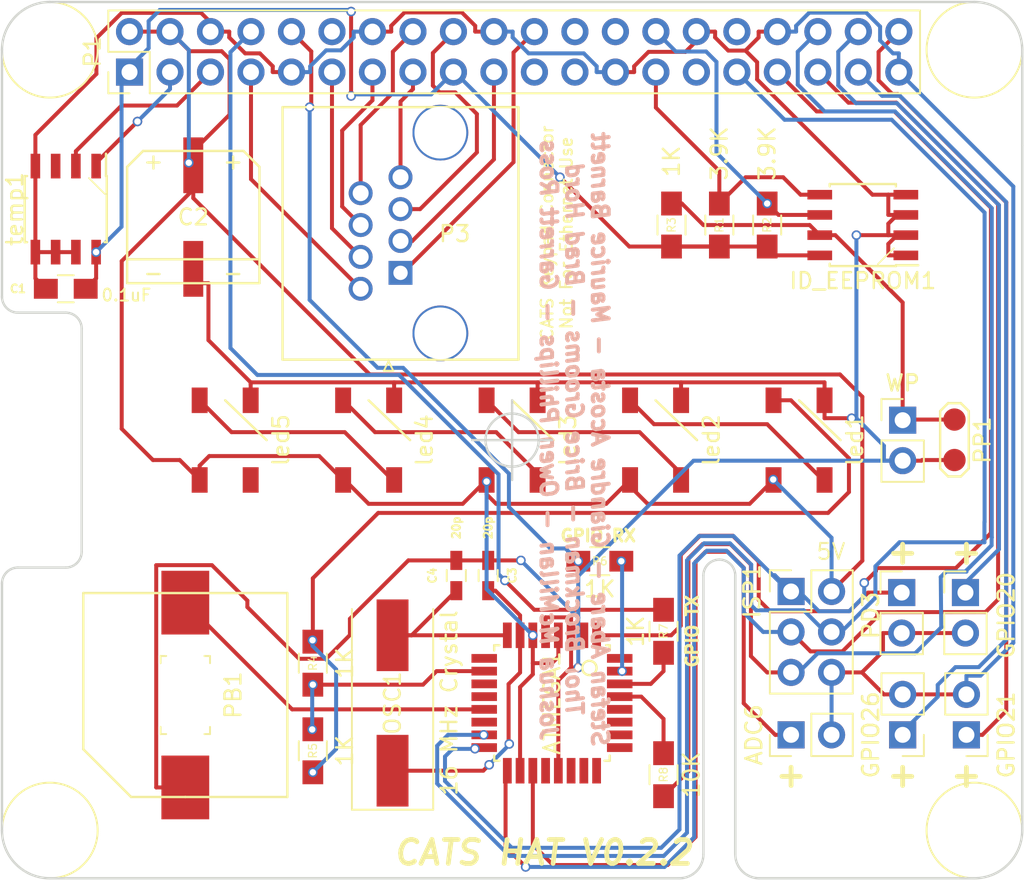
<source format=kicad_pcb>
(kicad_pcb (version 20171130) (host pcbnew "(5.1.12)-1")

  (general
    (thickness 1.6)
    (drawings 63)
    (tracks 560)
    (zones 0)
    (modules 36)
    (nets 63)
  )

  (page A4)
  (layers
    (0 F.Cu signal)
    (31 B.Cu signal)
    (32 B.Adhes user hide)
    (33 F.Adhes user hide)
    (34 B.Paste user hide)
    (35 F.Paste user hide)
    (36 B.SilkS user hide)
    (37 F.SilkS user hide)
    (38 B.Mask user hide)
    (39 F.Mask user hide)
    (40 Dwgs.User user hide)
    (41 Cmts.User user hide)
    (42 Eco1.User user hide)
    (43 Eco2.User user hide)
    (44 Edge.Cuts user)
    (45 Margin user hide)
    (46 B.CrtYd user hide)
    (47 F.CrtYd user hide)
    (48 B.Fab user hide)
    (49 F.Fab user hide)
  )

  (setup
    (last_trace_width 0.25)
    (trace_clearance 0.2)
    (zone_clearance 0.508)
    (zone_45_only yes)
    (trace_min 0.2)
    (via_size 0.6)
    (via_drill 0.4)
    (via_min_size 0.4)
    (via_min_drill 0.3)
    (uvia_size 0.3)
    (uvia_drill 0.1)
    (uvias_allowed no)
    (uvia_min_size 0.2)
    (uvia_min_drill 0.1)
    (edge_width 0.15)
    (segment_width 0.15)
    (pcb_text_width 0.3)
    (pcb_text_size 1.5 1.5)
    (mod_edge_width 0.15)
    (mod_text_size 1 1)
    (mod_text_width 0.15)
    (pad_size 2 2.6)
    (pad_drill 1.2)
    (pad_to_mask_clearance 0.2)
    (aux_axis_origin 155 65)
    (visible_elements 7FFFDE7F)
    (pcbplotparams
      (layerselection 0x00030_80000001)
      (usegerberextensions false)
      (usegerberattributes true)
      (usegerberadvancedattributes true)
      (creategerberjobfile true)
      (excludeedgelayer true)
      (linewidth 0.100000)
      (plotframeref false)
      (viasonmask false)
      (mode 1)
      (useauxorigin false)
      (hpglpennumber 1)
      (hpglpenspeed 20)
      (hpglpendiameter 15.000000)
      (psnegative false)
      (psa4output false)
      (plotreference true)
      (plotvalue true)
      (plotinvisibletext false)
      (padsonsilk false)
      (subtractmaskfromsilk false)
      (outputformat 1)
      (mirror false)
      (drillshape 1)
      (scaleselection 1)
      (outputdirectory ""))
  )

  (net 0 "")
  (net 1 +3V3)
  (net 2 GND)
  (net 3 +5V)
  (net 4 /GPIO2)
  (net 5 /GPIO3)
  (net 6 /GPIO4)
  (net 7 /GPIO17)
  (net 8 /GPIO27)
  (net 9 /GPIO22)
  (net 10 /GPIO23)
  (net 11 /GPIO24)
  (net 12 /GPIO10)
  (net 13 /GPIO25)
  (net 14 /ID_SD)
  (net 15 /ID_SC)
  (net 16 /GPIO6)
  (net 17 /GPIO13)
  (net 18 /GPIO19)
  (net 19 /GPIO16)
  (net 20 /GPIO26)
  (net 21 /GPIO20)
  (net 22 /GPIO21)
  (net 23 "Net-(ID_EEPROM1-Pad7)")
  (net 24 "Net-(temp1-Pad3)")
  (net 25 /PD3)
  (net 26 "Net-(ATMEGA1-Pad2)")
  (net 27 "Net-(ATMEGA1-Pad7)")
  (net 28 "Net-(ATMEGA1-Pad8)")
  (net 29 "Net-(ATMEGA1-Pad9)")
  (net 30 /PD6)
  (net 31 "Net-(ATMEGA1-Pad11)")
  (net 32 "Net-(ATMEGA1-Pad12)")
  (net 33 /PB1)
  (net 34 "Net-(ATMEGA1-Pad14)")
  (net 35 /ADC6)
  (net 36 "Net-(ATMEGA1-Pad22)")
  (net 37 "Net-(ATMEGA1-Pad23)")
  (net 38 "Net-(ATMEGA1-Pad24)")
  (net 39 "Net-(ATMEGA1-Pad25)")
  (net 40 "Net-(ATMEGA1-Pad26)")
  (net 41 "Net-(ATMEGA1-Pad27)")
  (net 42 "Net-(ATMEGA1-Pad28)")
  (net 43 "Net-(ATMEGA1-Pad29)")
  (net 44 "Net-(ATMEGA1-Pad30)")
  (net 45 "Net-(ATMEGA1-Pad31)")
  (net 46 "Net-(ATMEGA1-Pad32)")
  (net 47 /UART_TXD)
  (net 48 "Net-(ATMEGA1-Pad10)")
  (net 49 "Net-(ATMEGA1-Pad20)")
  (net 50 "Net-(led1-PadDOUT)")
  (net 51 "Net-(led2-PadDOUT)")
  (net 52 "Net-(led3-PadDOUT)")
  (net 53 "Net-(led4-PadDOUT)")
  (net 54 "Net-(led5-PadDOUT)")
  (net 55 "Net-(P1-Pad12)")
  (net 56 "Net-(P1-Pad21)")
  (net 57 "Net-(P1-Pad23)")
  (net 58 "Net-(P1-Pad24)")
  (net 59 "Net-(P1-Pad26)")
  (net 60 "Net-(P1-Pad29)")
  (net 61 "Net-(P1-Pad32)")
  (net 62 /UART_RXD)

  (net_class Default "This is the default net class."
    (clearance 0.2)
    (trace_width 0.25)
    (via_dia 0.6)
    (via_drill 0.4)
    (uvia_dia 0.3)
    (uvia_drill 0.1)
    (add_net +3V3)
    (add_net +5V)
    (add_net /ADC6)
    (add_net /GPIO10)
    (add_net /GPIO13)
    (add_net /GPIO16)
    (add_net /GPIO17)
    (add_net /GPIO19)
    (add_net /GPIO2)
    (add_net /GPIO20)
    (add_net /GPIO21)
    (add_net /GPIO22)
    (add_net /GPIO23)
    (add_net /GPIO24)
    (add_net /GPIO25)
    (add_net /GPIO26)
    (add_net /GPIO27)
    (add_net /GPIO3)
    (add_net /GPIO4)
    (add_net /GPIO6)
    (add_net /ID_SC)
    (add_net /ID_SD)
    (add_net /PB1)
    (add_net /PD3)
    (add_net /PD6)
    (add_net /UART_RXD)
    (add_net /UART_TXD)
    (add_net GND)
    (add_net "Net-(ATMEGA1-Pad10)")
    (add_net "Net-(ATMEGA1-Pad11)")
    (add_net "Net-(ATMEGA1-Pad12)")
    (add_net "Net-(ATMEGA1-Pad14)")
    (add_net "Net-(ATMEGA1-Pad2)")
    (add_net "Net-(ATMEGA1-Pad20)")
    (add_net "Net-(ATMEGA1-Pad22)")
    (add_net "Net-(ATMEGA1-Pad23)")
    (add_net "Net-(ATMEGA1-Pad24)")
    (add_net "Net-(ATMEGA1-Pad25)")
    (add_net "Net-(ATMEGA1-Pad26)")
    (add_net "Net-(ATMEGA1-Pad27)")
    (add_net "Net-(ATMEGA1-Pad28)")
    (add_net "Net-(ATMEGA1-Pad29)")
    (add_net "Net-(ATMEGA1-Pad30)")
    (add_net "Net-(ATMEGA1-Pad31)")
    (add_net "Net-(ATMEGA1-Pad32)")
    (add_net "Net-(ATMEGA1-Pad7)")
    (add_net "Net-(ATMEGA1-Pad8)")
    (add_net "Net-(ATMEGA1-Pad9)")
    (add_net "Net-(ID_EEPROM1-Pad7)")
    (add_net "Net-(P1-Pad12)")
    (add_net "Net-(P1-Pad21)")
    (add_net "Net-(P1-Pad23)")
    (add_net "Net-(P1-Pad24)")
    (add_net "Net-(P1-Pad26)")
    (add_net "Net-(P1-Pad29)")
    (add_net "Net-(P1-Pad32)")
    (add_net "Net-(led1-PadDOUT)")
    (add_net "Net-(led2-PadDOUT)")
    (add_net "Net-(led3-PadDOUT)")
    (add_net "Net-(led4-PadDOUT)")
    (add_net "Net-(led5-PadDOUT)")
    (add_net "Net-(temp1-Pad3)")
  )

  (module .pretty:Keypad_Ethernet (layer F.Cu) (tedit 5945996E) (tstamp 5941BD16)
    (at 119 79 90)
    (descr "JST J2100 series connector, dual row, center locking, S08B-J21DK-GG, side entry type, through hole")
    (tags "connector jst j2100 horizontal")
    (path /5888C29C)
    (fp_text reference P3 (at 2.45 3.4 180) (layer F.SilkS)
      (effects (font (size 1 1) (thickness 0.15)))
    )
    (fp_text value CONN_01X08 (at 2.7 6.3 90) (layer F.Fab) hide
      (effects (font (size 1 1) (thickness 0.15)))
    )
    (fp_line (start -6.15 -1.05) (end -5.55 -0.75) (layer F.Fab) (width 0.1))
    (fp_line (start -6.15 -0.45) (end -6.15 -1.05) (layer F.Fab) (width 0.1))
    (fp_line (start -5.55 -0.75) (end -6.15 -0.45) (layer F.Fab) (width 0.1))
    (fp_line (start -6.15 -1.05) (end -5.55 -0.75) (layer F.SilkS) (width 0.12))
    (fp_line (start -6.15 -0.45) (end -6.15 -1.05) (layer F.SilkS) (width 0.12))
    (fp_line (start -5.55 -0.75) (end -6.15 -0.45) (layer F.SilkS) (width 0.12))
    (fp_line (start -5.55 -7.5) (end -5.55 7.5) (layer F.Fab) (width 0.15))
    (fp_line (start -5.55 -7.5) (end 10.5 -7.5) (layer F.Fab) (width 0.15))
    (fp_line (start 10.5 -7.5) (end 10.5 7.5) (layer F.Fab) (width 0.15))
    (fp_line (start -5.55 7.5) (end 10.5 7.5) (layer F.Fab) (width 0.15))
    (fp_line (start -5.45 -7.4) (end -5.45 7.4) (layer F.SilkS) (width 0.15))
    (fp_line (start -5.45 7.4) (end 10.4 7.4) (layer F.SilkS) (width 0.15))
    (fp_line (start 10.4 -7.4) (end 10.4 7.4) (layer F.SilkS) (width 0.15))
    (fp_line (start -5.45 -7.4) (end 10.4 -7.4) (layer F.SilkS) (width 0.15))
    (fp_text user %R (at 2.45 -5.5 90) (layer F.Fab) hide
      (effects (font (size 1 1) (thickness 0.15)))
    )
    (pad 1 thru_hole rect (at 0 0 90) (size 1.5 1.5) (drill 0.9) (layers *.Cu *.Mask)
      (net 13 /GPIO25))
    (pad 3 thru_hole circle (at 2 0 90) (size 1.5 1.5) (drill 1) (layers *.Cu *.Mask)
      (net 12 /GPIO10))
    (pad 5 thru_hole circle (at 4 0 90) (size 1.5 1.5) (drill 1) (layers *.Cu *.Mask)
      (net 11 /GPIO24))
    (pad 7 thru_hole circle (at 6 0 90) (size 1.5 1.5) (drill 1) (layers *.Cu *.Mask)
      (net 9 /GPIO22))
    (pad 2 thru_hole circle (at -1 -2.5 90) (size 1.5 1.5) (drill 1) (layers *.Cu *.Mask)
      (net 6 /GPIO4))
    (pad 4 thru_hole circle (at 1 -2.5 90) (size 1.5 1.5) (drill 1) (layers *.Cu *.Mask)
      (net 7 /GPIO17))
    (pad 6 thru_hole circle (at 3 -2.5 90) (size 1.5 1.5) (drill 1) (layers *.Cu *.Mask)
      (net 8 /GPIO27))
    (pad 8 thru_hole circle (at 5 -2.5 90) (size 1.5 1.5) (drill 1) (layers *.Cu *.Mask)
      (net 10 /GPIO23))
    (pad "" thru_hole circle (at -3.8 2.5 90) (size 3.5 3.5) (drill 3.25) (layers *.Cu *.Mask))
    (pad "" thru_hole circle (at 8.8 2.5 90) (size 3.5 3.5) (drill 3.25) (layers *.Cu *.Mask))
    (model Connectors_JST.3dshapes/JST_J2100_S08B-J21DK-GG_2x04x2.50mm_Angled.wrl
      (at (xyz 0 0 0))
      (scale (xyz 1 1 1))
      (rotate (xyz 0 0 0))
    )
  )

  (module Housings_SOIC:SOIC-8_3.9x4.9mm_Pitch1.27mm (layer F.Cu) (tedit 59482FB8) (tstamp 5944E8F4)
    (at 98 75 270)
    (descr "8-Lead Plastic Small Outline (SN) - Narrow, 3.90 mm Body [SOIC] (see Microchip Packaging Specification 00000049BS.pdf)")
    (tags "SOIC 1.27")
    (path /5889D819)
    (attr smd)
    (fp_text reference temp1 (at 0 3.2 270) (layer F.SilkS)
      (effects (font (size 1 1) (thickness 0.15)))
    )
    (fp_text value LM75BD (at 0 3.5 270) (layer F.Fab) hide
      (effects (font (size 1 1) (thickness 0.15)))
    )
    (fp_line (start -2.075 -2.525) (end -3.475 -2.525) (layer F.SilkS) (width 0.15))
    (fp_line (start -2.075 2.575) (end 2.075 2.575) (layer F.SilkS) (width 0.15))
    (fp_line (start -2.075 -2.575) (end 2.075 -2.575) (layer F.SilkS) (width 0.15))
    (fp_line (start -2.075 2.575) (end -2.075 2.43) (layer F.SilkS) (width 0.15))
    (fp_line (start 2.075 2.575) (end 2.075 2.43) (layer F.SilkS) (width 0.15))
    (fp_line (start 2.075 -2.575) (end 2.075 -2.43) (layer F.SilkS) (width 0.15))
    (fp_line (start -2.075 -2.575) (end -2.075 -2.525) (layer F.SilkS) (width 0.15))
    (fp_line (start -3.73 2.7) (end 3.73 2.7) (layer F.CrtYd) (width 0.05))
    (fp_line (start -3.73 -2.7) (end 3.73 -2.7) (layer F.CrtYd) (width 0.05))
    (fp_line (start 3.73 -2.7) (end 3.73 2.7) (layer F.CrtYd) (width 0.05))
    (fp_line (start -3.73 -2.7) (end -3.73 2.7) (layer F.CrtYd) (width 0.05))
    (fp_line (start -1.95 -1.45) (end -0.95 -2.45) (layer F.SilkS) (width 0.1))
    (fp_line (start -1.95 2.45) (end -1.95 -1.45) (layer F.Fab) (width 0.1))
    (fp_line (start 1.95 2.45) (end -1.95 2.45) (layer F.Fab) (width 0.1))
    (fp_line (start 1.95 -2.45) (end 1.95 2.45) (layer F.Fab) (width 0.1))
    (fp_line (start -0.95 -2.45) (end 1.95 -2.45) (layer F.Fab) (width 0.1))
    (fp_text user %R (at 0 0 270) (layer F.Fab) hide
      (effects (font (size 1 1) (thickness 0.15)))
    )
    (pad 1 smd rect (at -2.7 -1.905 270) (size 1.55 0.6) (layers F.Cu F.Paste F.Mask)
      (net 4 /GPIO2))
    (pad 2 smd rect (at -2.7 -0.635 270) (size 1.55 0.6) (layers F.Cu F.Paste F.Mask)
      (net 5 /GPIO3))
    (pad 3 smd rect (at -2.7 0.635 270) (size 1.55 0.6) (layers F.Cu F.Paste F.Mask)
      (net 24 "Net-(temp1-Pad3)"))
    (pad 4 smd rect (at -2.7 1.905 270) (size 1.55 0.6) (layers F.Cu F.Paste F.Mask)
      (net 2 GND))
    (pad 5 smd rect (at 2.7 1.905 270) (size 1.55 0.6) (layers F.Cu F.Paste F.Mask)
      (net 2 GND))
    (pad 6 smd rect (at 2.7 0.635 270) (size 1.55 0.6) (layers F.Cu F.Paste F.Mask)
      (net 2 GND))
    (pad 7 smd rect (at 2.7 -0.635 270) (size 1.55 0.6) (layers F.Cu F.Paste F.Mask)
      (net 2 GND))
    (pad 8 smd rect (at 2.7 -1.905 270) (size 1.55 0.6) (layers F.Cu F.Paste F.Mask)
      (net 1 +3V3))
    (model Housings_SOIC.3dshapes/SOIC-8_3.9x4.9mm_Pitch1.27mm.wrl
      (at (xyz 0 0 0))
      (scale (xyz 1 1 1))
      (rotate (xyz 0 0 0))
    )
  )

  (module Housings_SOIC:SOIC-8_3.9x4.9mm_Pitch1.27mm (layer F.Cu) (tedit 594598EB) (tstamp 5945092D)
    (at 148 76 180)
    (descr "8-Lead Plastic Small Outline (SN) - Narrow, 3.90 mm Body [SOIC] (see Microchip Packaging Specification 00000049BS.pdf)")
    (tags "SOIC 1.27")
    (path /58887B87)
    (attr smd)
    (fp_text reference ID_EEPROM1 (at 0 -3.5 180) (layer F.SilkS)
      (effects (font (size 1 1) (thickness 0.15)))
    )
    (fp_text value CAT24C32 (at 0 3.5 180) (layer F.Fab) hide
      (effects (font (size 1 1) (thickness 0.15)))
    )
    (fp_line (start -2.075 -2.525) (end -3.475 -2.525) (layer F.SilkS) (width 0.15))
    (fp_line (start -2.075 2.575) (end 2.075 2.575) (layer F.SilkS) (width 0.15))
    (fp_line (start -2.075 -2.575) (end 2.075 -2.575) (layer F.SilkS) (width 0.15))
    (fp_line (start -2.075 2.575) (end -2.075 2.43) (layer F.SilkS) (width 0.15))
    (fp_line (start 2.075 2.575) (end 2.075 2.43) (layer F.SilkS) (width 0.15))
    (fp_line (start 2.075 -2.575) (end 2.075 -2.43) (layer F.SilkS) (width 0.15))
    (fp_line (start -2.075 -2.575) (end -2.075 -2.525) (layer F.SilkS) (width 0.15))
    (fp_line (start -3.73 2.7) (end 3.73 2.7) (layer F.CrtYd) (width 0.05))
    (fp_line (start -3.73 -2.7) (end 3.73 -2.7) (layer F.CrtYd) (width 0.05))
    (fp_line (start 3.73 -2.7) (end 3.73 2.7) (layer F.CrtYd) (width 0.05))
    (fp_line (start -3.73 -2.7) (end -3.73 2.7) (layer F.CrtYd) (width 0.05))
    (fp_line (start -1.95 -1.45) (end -0.95 -2.45) (layer F.SilkS) (width 0.1))
    (fp_line (start -1.95 2.45) (end -1.95 -1.45) (layer F.Fab) (width 0.1))
    (fp_line (start 1.95 2.45) (end -1.95 2.45) (layer F.Fab) (width 0.1))
    (fp_line (start 1.95 -2.45) (end 1.95 2.45) (layer F.Fab) (width 0.1))
    (fp_line (start -0.95 -2.45) (end 1.95 -2.45) (layer F.Fab) (width 0.1))
    (fp_text user %R (at 0 0 180) (layer F.Fab) hide
      (effects (font (size 1 1) (thickness 0.15)))
    )
    (pad 1 smd rect (at -2.7 -1.905 180) (size 1.55 0.6) (layers F.Cu F.Paste F.Mask)
      (net 2 GND))
    (pad 2 smd rect (at -2.7 -0.635 180) (size 1.55 0.6) (layers F.Cu F.Paste F.Mask)
      (net 2 GND))
    (pad 3 smd rect (at -2.7 0.635 180) (size 1.55 0.6) (layers F.Cu F.Paste F.Mask)
      (net 2 GND))
    (pad 4 smd rect (at -2.7 1.905 180) (size 1.55 0.6) (layers F.Cu F.Paste F.Mask)
      (net 2 GND))
    (pad 5 smd rect (at 2.7 1.905 180) (size 1.55 0.6) (layers F.Cu F.Paste F.Mask)
      (net 14 /ID_SD))
    (pad 6 smd rect (at 2.7 0.635 180) (size 1.55 0.6) (layers F.Cu F.Paste F.Mask)
      (net 15 /ID_SC))
    (pad 7 smd rect (at 2.7 -0.635 180) (size 1.55 0.6) (layers F.Cu F.Paste F.Mask)
      (net 23 "Net-(ID_EEPROM1-Pad7)"))
    (pad 8 smd rect (at 2.7 -1.905 180) (size 1.55 0.6) (layers F.Cu F.Paste F.Mask)
      (net 1 +3V3))
    (model Housings_SOIC.3dshapes/SOIC-8_3.9x4.9mm_Pitch1.27mm.wrl
      (at (xyz 0 0 0))
      (scale (xyz 1 1 1))
      (rotate (xyz 0 0 0))
    )
  )

  (module .pretty:ATMEGA328P (layer F.Cu) (tedit 59459B36) (tstamp 592B0D9C)
    (at 128.5 106 270)
    (descr "32-Lead Plastic Thin Quad Flatpack (PT) - 7x7x1.0 mm Body, 2.00 mm [TQFP] (see Microchip Packaging Specification 00000049BS.pdf)")
    (tags "QFP 0.8")
    (path /592A9003)
    (attr smd)
    (fp_text reference ATMEGA1 (at 0 0 270) (layer F.SilkS)
      (effects (font (size 1 1) (thickness 0.15)))
    )
    (fp_text value ATMEGA328P-A (at 0 6.05 270) (layer F.Fab) hide
      (effects (font (size 1 1) (thickness 0.15)))
    )
    (fp_line (start 3.625 -3.625) (end 3.3 -3.625) (layer F.SilkS) (width 0.15))
    (fp_line (start 3.625 3.625) (end 3.3 3.625) (layer F.SilkS) (width 0.15))
    (fp_line (start -3.625 3.625) (end -3.3 3.625) (layer F.SilkS) (width 0.15))
    (fp_line (start -3.625 -3.625) (end -3.3 -3.625) (layer F.SilkS) (width 0.15))
    (fp_line (start -3.625 3.625) (end -3.625 3.3) (layer F.SilkS) (width 0.15))
    (fp_line (start 3.625 3.625) (end 3.625 3.3) (layer F.SilkS) (width 0.15))
    (fp_line (start 3.625 -3.625) (end 3.625 -3.3) (layer F.SilkS) (width 0.15))
    (fp_line (start -3.625 -3.625) (end -3.625 -3.4) (layer F.SilkS) (width 0.15))
    (fp_line (start -5.3 5.3) (end 5.3 5.3) (layer F.CrtYd) (width 0.05))
    (fp_line (start -5.3 -5.3) (end 5.3 -5.3) (layer F.CrtYd) (width 0.05))
    (fp_line (start 5.3 -5.3) (end 5.3 5.3) (layer F.CrtYd) (width 0.05))
    (fp_line (start -5.3 -5.3) (end -5.3 5.3) (layer F.CrtYd) (width 0.05))
    (fp_line (start -3.5 -2.5) (end -2.5 -3.5) (layer F.Fab) (width 0.15))
    (fp_line (start -3.5 3.5) (end -3.5 -2.5) (layer F.Fab) (width 0.15))
    (fp_line (start 3.5 3.5) (end -3.5 3.5) (layer F.Fab) (width 0.15))
    (fp_line (start 3.5 -3.5) (end 3.5 3.5) (layer F.Fab) (width 0.15))
    (fp_line (start -2.5 -3.5) (end 3.5 -3.5) (layer F.Fab) (width 0.15))
    (fp_circle (center -2.2 -2.35) (end -1.75 -2.35) (layer F.SilkS) (width 0.15))
    (fp_text user %R (at 0 0 270) (layer F.Fab) hide
      (effects (font (size 1 1) (thickness 0.15)))
    )
    (pad 1 smd rect (at -4.25 -2.8 270) (size 1.6 0.55) (layers F.Cu F.Paste F.Mask)
      (net 25 /PD3))
    (pad 2 smd rect (at -4.25 -2 270) (size 1.6 0.55) (layers F.Cu F.Paste F.Mask)
      (net 26 "Net-(ATMEGA1-Pad2)"))
    (pad 3 smd rect (at -4.25 -1.2 270) (size 1.6 0.55) (layers F.Cu F.Paste F.Mask)
      (net 2 GND))
    (pad 4 smd rect (at -4.25 -0.4 270) (size 1.6 0.55) (layers F.Cu F.Paste F.Mask)
      (net 3 +5V))
    (pad 5 smd rect (at -4.25 0.4 270) (size 1.6 0.55) (layers F.Cu F.Paste F.Mask)
      (net 2 GND))
    (pad 6 smd rect (at -4.25 1.2 270) (size 1.6 0.55) (layers F.Cu F.Paste F.Mask)
      (net 3 +5V))
    (pad 7 smd rect (at -4.25 2 270) (size 1.6 0.55) (layers F.Cu F.Paste F.Mask)
      (net 27 "Net-(ATMEGA1-Pad7)"))
    (pad 8 smd rect (at -4.25 2.8 270) (size 1.6 0.55) (layers F.Cu F.Paste F.Mask)
      (net 28 "Net-(ATMEGA1-Pad8)"))
    (pad 9 smd rect (at -2.8 4.25) (size 1.6 0.55) (layers F.Cu F.Paste F.Mask)
      (net 29 "Net-(ATMEGA1-Pad9)"))
    (pad 10 smd rect (at -2 4.25) (size 1.6 0.55) (layers F.Cu F.Paste F.Mask)
      (net 48 "Net-(ATMEGA1-Pad10)"))
    (pad 11 smd rect (at -1.2 4.25) (size 1.6 0.55) (layers F.Cu F.Paste F.Mask)
      (net 31 "Net-(ATMEGA1-Pad11)"))
    (pad 12 smd rect (at -0.4 4.25) (size 1.6 0.55) (layers F.Cu F.Paste F.Mask)
      (net 32 "Net-(ATMEGA1-Pad12)"))
    (pad 13 smd rect (at 0.4 4.25) (size 1.6 0.55) (layers F.Cu F.Paste F.Mask)
      (net 33 /PB1))
    (pad 14 smd rect (at 1.2 4.25) (size 1.6 0.55) (layers F.Cu F.Paste F.Mask)
      (net 34 "Net-(ATMEGA1-Pad14)"))
    (pad 15 smd rect (at 2 4.25) (size 1.6 0.55) (layers F.Cu F.Paste F.Mask)
      (net 16 /GPIO6))
    (pad 16 smd rect (at 2.8 4.25) (size 1.6 0.55) (layers F.Cu F.Paste F.Mask)
      (net 17 /GPIO13))
    (pad 17 smd rect (at 4.25 2.8 270) (size 1.6 0.55) (layers F.Cu F.Paste F.Mask)
      (net 18 /GPIO19))
    (pad 18 smd rect (at 4.25 2 270) (size 1.6 0.55) (layers F.Cu F.Paste F.Mask)
      (net 3 +5V))
    (pad 19 smd rect (at 4.25 1.2 270) (size 1.6 0.55) (layers F.Cu F.Paste F.Mask)
      (net 35 /ADC6))
    (pad 20 smd rect (at 4.25 0.4 270) (size 1.6 0.55) (layers F.Cu F.Paste F.Mask)
      (net 49 "Net-(ATMEGA1-Pad20)"))
    (pad 21 smd rect (at 4.25 -0.4 270) (size 1.6 0.55) (layers F.Cu F.Paste F.Mask)
      (net 2 GND))
    (pad 22 smd rect (at 4.25 -1.2 270) (size 1.6 0.55) (layers F.Cu F.Paste F.Mask)
      (net 36 "Net-(ATMEGA1-Pad22)"))
    (pad 23 smd rect (at 4.25 -2 270) (size 1.6 0.55) (layers F.Cu F.Paste F.Mask)
      (net 37 "Net-(ATMEGA1-Pad23)"))
    (pad 24 smd rect (at 4.25 -2.8 270) (size 1.6 0.55) (layers F.Cu F.Paste F.Mask)
      (net 38 "Net-(ATMEGA1-Pad24)"))
    (pad 25 smd rect (at 2.8 -4.25) (size 1.6 0.55) (layers F.Cu F.Paste F.Mask)
      (net 39 "Net-(ATMEGA1-Pad25)"))
    (pad 26 smd rect (at 2 -4.25) (size 1.6 0.55) (layers F.Cu F.Paste F.Mask)
      (net 40 "Net-(ATMEGA1-Pad26)"))
    (pad 27 smd rect (at 1.2 -4.25) (size 1.6 0.55) (layers F.Cu F.Paste F.Mask)
      (net 41 "Net-(ATMEGA1-Pad27)"))
    (pad 28 smd rect (at 0.4 -4.25) (size 1.6 0.55) (layers F.Cu F.Paste F.Mask)
      (net 42 "Net-(ATMEGA1-Pad28)"))
    (pad 29 smd rect (at -0.4 -4.25) (size 1.6 0.55) (layers F.Cu F.Paste F.Mask)
      (net 43 "Net-(ATMEGA1-Pad29)"))
    (pad 30 smd rect (at -1.2 -4.25) (size 1.6 0.55) (layers F.Cu F.Paste F.Mask)
      (net 44 "Net-(ATMEGA1-Pad30)"))
    (pad 31 smd rect (at -2 -4.25) (size 1.6 0.55) (layers F.Cu F.Paste F.Mask)
      (net 45 "Net-(ATMEGA1-Pad31)"))
    (pad 32 smd rect (at -2.8 -4.25) (size 1.6 0.55) (layers F.Cu F.Paste F.Mask)
      (net 46 "Net-(ATMEGA1-Pad32)"))
    (model Housings_QFP.3dshapes/TQFP-32_7x7mm_Pitch0.8mm.wrl
      (at (xyz 0 0 0))
      (scale (xyz 1 1 1))
      (rotate (xyz 0 0 0))
    )
  )

  (module Capacitors_SMD:C_0805_HandSoldering (layer F.Cu) (tedit 59533B04) (tstamp 0)
    (at 98 80 180)
    (descr "Capacitor SMD 0805, hand soldering")
    (tags "capacitor 0805")
    (path /58887E47)
    (attr smd)
    (fp_text reference C1 (at 3 0 180) (layer F.SilkS)
      (effects (font (size 0.5 0.5) (thickness 0.125)))
    )
    (fp_text value 0.1uF (at -3.8 -0.4 180) (layer F.SilkS)
      (effects (font (size 0.75 0.75) (thickness 0.125)))
    )
    (fp_line (start 2.25 0.87) (end -2.25 0.87) (layer F.CrtYd) (width 0.05))
    (fp_line (start 2.25 0.87) (end 2.25 -0.88) (layer F.CrtYd) (width 0.05))
    (fp_line (start -2.25 -0.88) (end -2.25 0.87) (layer F.CrtYd) (width 0.05))
    (fp_line (start -2.25 -0.88) (end 2.25 -0.88) (layer F.CrtYd) (width 0.05))
    (fp_line (start -0.5 0.85) (end 0.5 0.85) (layer F.SilkS) (width 0.12))
    (fp_line (start 0.5 -0.85) (end -0.5 -0.85) (layer F.SilkS) (width 0.12))
    (fp_line (start -1 -0.62) (end 1 -0.62) (layer F.Fab) (width 0.1))
    (fp_line (start 1 -0.62) (end 1 0.62) (layer F.Fab) (width 0.1))
    (fp_line (start 1 0.62) (end -1 0.62) (layer F.Fab) (width 0.1))
    (fp_line (start -1 0.62) (end -1 -0.62) (layer F.Fab) (width 0.1))
    (fp_text user %R (at 0 -1.75 180) (layer F.Fab) hide
      (effects (font (size 1 1) (thickness 0.15)))
    )
    (pad 1 smd rect (at -1.25 0 180) (size 1.5 1.25) (layers F.Cu F.Paste F.Mask)
      (net 1 +3V3))
    (pad 2 smd rect (at 1.25 0 180) (size 1.5 1.25) (layers F.Cu F.Paste F.Mask)
      (net 2 GND))
    (model Capacitors_SMD.3dshapes/C_0805.wrl
      (at (xyz 0 0 0))
      (scale (xyz 1 1 1))
      (rotate (xyz 0 0 0))
    )
  )

  (module Capacitors_SMD:C_0603_HandSoldering (layer F.Cu) (tedit 59459AB1) (tstamp 0)
    (at 124.5 98 270)
    (descr "Capacitor SMD 0603, hand soldering")
    (tags "capacitor 0603")
    (path /592A4716)
    (attr smd)
    (fp_text reference C3 (at 0 -1.5 270) (layer F.SilkS)
      (effects (font (size 0.5 0.5) (thickness 0.125)))
    )
    (fp_text value 20p (at -3 0 270) (layer F.SilkS)
      (effects (font (size 0.5 0.5) (thickness 0.125)))
    )
    (fp_line (start 1.8 0.65) (end -1.8 0.65) (layer F.CrtYd) (width 0.05))
    (fp_line (start 1.8 0.65) (end 1.8 -0.65) (layer F.CrtYd) (width 0.05))
    (fp_line (start -1.8 -0.65) (end -1.8 0.65) (layer F.CrtYd) (width 0.05))
    (fp_line (start -1.8 -0.65) (end 1.8 -0.65) (layer F.CrtYd) (width 0.05))
    (fp_line (start 0.35 0.6) (end -0.35 0.6) (layer F.SilkS) (width 0.12))
    (fp_line (start -0.35 -0.6) (end 0.35 -0.6) (layer F.SilkS) (width 0.12))
    (fp_line (start -0.8 -0.4) (end 0.8 -0.4) (layer F.Fab) (width 0.1))
    (fp_line (start 0.8 -0.4) (end 0.8 0.4) (layer F.Fab) (width 0.1))
    (fp_line (start 0.8 0.4) (end -0.8 0.4) (layer F.Fab) (width 0.1))
    (fp_line (start -0.8 0.4) (end -0.8 -0.4) (layer F.Fab) (width 0.1))
    (fp_text user %R (at 0 -1.25 270) (layer F.Fab) hide
      (effects (font (size 1 1) (thickness 0.15)))
    )
    (pad 1 smd rect (at -0.95 0 270) (size 1.2 0.75) (layers F.Cu F.Paste F.Mask)
      (net 2 GND))
    (pad 2 smd rect (at 0.95 0 270) (size 1.2 0.75) (layers F.Cu F.Paste F.Mask)
      (net 27 "Net-(ATMEGA1-Pad7)"))
    (model Capacitors_SMD.3dshapes/C_0603.wrl
      (at (xyz 0 0 0))
      (scale (xyz 1 1 1))
      (rotate (xyz 0 0 0))
    )
  )

  (module Capacitors_SMD:C_0603_HandSoldering (layer F.Cu) (tedit 59459AA9) (tstamp 0)
    (at 122.5 98 270)
    (descr "Capacitor SMD 0603, hand soldering")
    (tags "capacitor 0603")
    (path /592A4B4B)
    (attr smd)
    (fp_text reference C4 (at 0 1.5 270) (layer F.SilkS)
      (effects (font (size 0.5 0.5) (thickness 0.125)))
    )
    (fp_text value 20p (at -3 0 270) (layer F.SilkS)
      (effects (font (size 0.5 0.5) (thickness 0.125)))
    )
    (fp_line (start 1.8 0.65) (end -1.8 0.65) (layer F.CrtYd) (width 0.05))
    (fp_line (start 1.8 0.65) (end 1.8 -0.65) (layer F.CrtYd) (width 0.05))
    (fp_line (start -1.8 -0.65) (end -1.8 0.65) (layer F.CrtYd) (width 0.05))
    (fp_line (start -1.8 -0.65) (end 1.8 -0.65) (layer F.CrtYd) (width 0.05))
    (fp_line (start 0.35 0.6) (end -0.35 0.6) (layer F.SilkS) (width 0.12))
    (fp_line (start -0.35 -0.6) (end 0.35 -0.6) (layer F.SilkS) (width 0.12))
    (fp_line (start -0.8 -0.4) (end 0.8 -0.4) (layer F.Fab) (width 0.1))
    (fp_line (start 0.8 -0.4) (end 0.8 0.4) (layer F.Fab) (width 0.1))
    (fp_line (start 0.8 0.4) (end -0.8 0.4) (layer F.Fab) (width 0.1))
    (fp_line (start -0.8 0.4) (end -0.8 -0.4) (layer F.Fab) (width 0.1))
    (fp_text user %R (at 0 -1.25 270) (layer F.Fab) hide
      (effects (font (size 1 1) (thickness 0.15)))
    )
    (pad 1 smd rect (at -0.95 0 270) (size 1.2 0.75) (layers F.Cu F.Paste F.Mask)
      (net 2 GND))
    (pad 2 smd rect (at 0.95 0 270) (size 1.2 0.75) (layers F.Cu F.Paste F.Mask)
      (net 28 "Net-(ATMEGA1-Pad8)"))
    (model Capacitors_SMD.3dshapes/C_0603.wrl
      (at (xyz 0 0 0))
      (scale (xyz 1 1 1))
      (rotate (xyz 0 0 0))
    )
  )

  (module .pretty:Neo_RGB_LED locked (layer F.Cu) (tedit 5945988D) (tstamp 0)
    (at 144 89.5 270)
    (descr http://www.cree.com/~/media/Files/Cree/LED-Components-and-Modules/HB/Data-Sheets/CLMVBFKA.pdf)
    (tags "LED Cree PLCC-4")
    (path /5893A761)
    (attr smd)
    (fp_text reference led1 (at 0 -3.5 90) (layer F.SilkS)
      (effects (font (size 1 1) (thickness 0.15)))
    )
    (fp_text value Neo_LED_RGB_IC (at 0 4 270) (layer F.Fab) hide
      (effects (font (size 1 1) (thickness 0.15)))
    )
    (fp_circle (center 0 0) (end 0 -2) (layer F.Fab) (width 0.1))
    (fp_line (start 2.5 -2.5) (end -2.5 -2.5) (layer F.Fab) (width 0.1))
    (fp_line (start 2.5 2.5) (end 2.5 -2.5) (layer F.Fab) (width 0.1))
    (fp_line (start -2.5 2.5) (end 2.5 2.5) (layer F.Fab) (width 0.1))
    (fp_line (start -2.5 -2.5) (end -2.5 2.5) (layer F.Fab) (width 0.1))
    (fp_line (start -1.5 -2.5) (end -2.5 -1.5) (layer F.Fab) (width 0.1))
    (fp_line (start -3.75 -2.85) (end -3.75 2.85) (layer F.CrtYd) (width 0.05))
    (fp_line (start -3.75 2.85) (end 3.75 2.85) (layer F.CrtYd) (width 0.05))
    (fp_line (start 3.75 2.85) (end 3.75 -2.85) (layer F.CrtYd) (width 0.05))
    (fp_line (start 3.75 -2.85) (end -3.75 -2.85) (layer F.CrtYd) (width 0.05))
    (fp_line (start 0 -2.6) (end -2.5 0) (layer F.SilkS) (width 0.15))
    (pad VDD smd rect (at 2.5 1.6 270) (size 1.6 1) (layers F.Cu F.Paste F.Mask)
      (net 3 +5V))
    (pad DOUT smd rect (at 2.5 -1.6 270) (size 1.6 1) (layers F.Cu F.Paste F.Mask)
      (net 50 "Net-(led1-PadDOUT)"))
    (pad DIN smd rect (at -2.5 1.6 270) (size 1.6 1) (layers F.Cu F.Paste F.Mask)
      (net 30 /PD6))
    (pad VSS smd rect (at -2.5 -1.6 270) (size 1.6 1) (layers F.Cu F.Paste F.Mask)
      (net 2 GND))
    (model LEDs.3dshapes/LED_Cree-PLCC4.wrl
      (at (xyz 0 0 0))
      (scale (xyz 0.39 0.39 0.39))
      (rotate (xyz 0 0 0))
    )
  )

  (module .pretty:Neo_RGB_LED locked (layer F.Cu) (tedit 59459897) (tstamp 5944E83C)
    (at 135 89.5 270)
    (descr http://www.cree.com/~/media/Files/Cree/LED-Components-and-Modules/HB/Data-Sheets/CLMVBFKA.pdf)
    (tags "LED Cree PLCC-4")
    (path /5944C5EA)
    (attr smd)
    (fp_text reference led2 (at 0 -3.5 270) (layer F.SilkS)
      (effects (font (size 1 1) (thickness 0.15)))
    )
    (fp_text value Neo_LED_RGB_IC (at 0 4 270) (layer F.Fab) hide
      (effects (font (size 1 1) (thickness 0.15)))
    )
    (fp_circle (center 0 0) (end 0 -2) (layer F.Fab) (width 0.1))
    (fp_line (start 2.5 -2.5) (end -2.5 -2.5) (layer F.Fab) (width 0.1))
    (fp_line (start 2.5 2.5) (end 2.5 -2.5) (layer F.Fab) (width 0.1))
    (fp_line (start -2.5 2.5) (end 2.5 2.5) (layer F.Fab) (width 0.1))
    (fp_line (start -2.5 -2.5) (end -2.5 2.5) (layer F.Fab) (width 0.1))
    (fp_line (start -1.5 -2.5) (end -2.5 -1.5) (layer F.Fab) (width 0.1))
    (fp_line (start -3.75 -2.85) (end -3.75 2.85) (layer F.CrtYd) (width 0.05))
    (fp_line (start -3.75 2.85) (end 3.75 2.85) (layer F.CrtYd) (width 0.05))
    (fp_line (start 3.75 2.85) (end 3.75 -2.85) (layer F.CrtYd) (width 0.05))
    (fp_line (start 3.75 -2.85) (end -3.75 -2.85) (layer F.CrtYd) (width 0.05))
    (fp_line (start 0 -2.6) (end -2.5 0) (layer F.SilkS) (width 0.15))
    (pad VDD smd rect (at 2.5 1.6 270) (size 1.6 1) (layers F.Cu F.Paste F.Mask)
      (net 3 +5V))
    (pad DOUT smd rect (at 2.5 -1.6 270) (size 1.6 1) (layers F.Cu F.Paste F.Mask)
      (net 51 "Net-(led2-PadDOUT)"))
    (pad DIN smd rect (at -2.5 1.6 270) (size 1.6 1) (layers F.Cu F.Paste F.Mask)
      (net 50 "Net-(led1-PadDOUT)"))
    (pad VSS smd rect (at -2.5 -1.6 270) (size 1.6 1) (layers F.Cu F.Paste F.Mask)
      (net 2 GND))
    (model LEDs.3dshapes/LED_Cree-PLCC4.wrl
      (at (xyz 0 0 0))
      (scale (xyz 0.39 0.39 0.39))
      (rotate (xyz 0 0 0))
    )
  )

  (module .pretty:Neo_RGB_LED locked (layer F.Cu) (tedit 594598A6) (tstamp 0)
    (at 126 89.5 270)
    (descr http://www.cree.com/~/media/Files/Cree/LED-Components-and-Modules/HB/Data-Sheets/CLMVBFKA.pdf)
    (tags "LED Cree PLCC-4")
    (path /5944CA5F)
    (attr smd)
    (fp_text reference led3 (at 0 -3.5 270) (layer F.SilkS)
      (effects (font (size 1 1) (thickness 0.15)))
    )
    (fp_text value Neo_LED_RGB_IC (at 0 4 270) (layer F.Fab) hide
      (effects (font (size 1 1) (thickness 0.15)))
    )
    (fp_circle (center 0 0) (end 0 -2) (layer F.Fab) (width 0.1))
    (fp_line (start 2.5 -2.5) (end -2.5 -2.5) (layer F.Fab) (width 0.1))
    (fp_line (start 2.5 2.5) (end 2.5 -2.5) (layer F.Fab) (width 0.1))
    (fp_line (start -2.5 2.5) (end 2.5 2.5) (layer F.Fab) (width 0.1))
    (fp_line (start -2.5 -2.5) (end -2.5 2.5) (layer F.Fab) (width 0.1))
    (fp_line (start -1.5 -2.5) (end -2.5 -1.5) (layer F.Fab) (width 0.1))
    (fp_line (start -3.75 -2.85) (end -3.75 2.85) (layer F.CrtYd) (width 0.05))
    (fp_line (start -3.75 2.85) (end 3.75 2.85) (layer F.CrtYd) (width 0.05))
    (fp_line (start 3.75 2.85) (end 3.75 -2.85) (layer F.CrtYd) (width 0.05))
    (fp_line (start 3.75 -2.85) (end -3.75 -2.85) (layer F.CrtYd) (width 0.05))
    (fp_line (start 0 -2.6) (end -2.5 0) (layer F.SilkS) (width 0.15))
    (pad VDD smd rect (at 2.5 1.6 270) (size 1.6 1) (layers F.Cu F.Paste F.Mask)
      (net 3 +5V))
    (pad DOUT smd rect (at 2.5 -1.6 270) (size 1.6 1) (layers F.Cu F.Paste F.Mask)
      (net 52 "Net-(led3-PadDOUT)"))
    (pad DIN smd rect (at -2.5 1.6 270) (size 1.6 1) (layers F.Cu F.Paste F.Mask)
      (net 51 "Net-(led2-PadDOUT)"))
    (pad VSS smd rect (at -2.5 -1.6 270) (size 1.6 1) (layers F.Cu F.Paste F.Mask)
      (net 2 GND))
    (model LEDs.3dshapes/LED_Cree-PLCC4.wrl
      (at (xyz 0 0 0))
      (scale (xyz 0.39 0.39 0.39))
      (rotate (xyz 0 0 0))
    )
  )

  (module .pretty:Neo_RGB_LED locked (layer F.Cu) (tedit 594598AA) (tstamp 5944E84C)
    (at 117 89.5 270)
    (descr http://www.cree.com/~/media/Files/Cree/LED-Components-and-Modules/HB/Data-Sheets/CLMVBFKA.pdf)
    (tags "LED Cree PLCC-4")
    (path /5944CAE1)
    (attr smd)
    (fp_text reference led4 (at 0 -3.5 270) (layer F.SilkS)
      (effects (font (size 1 1) (thickness 0.15)))
    )
    (fp_text value Neo_LED_RGB_IC (at 0 4 270) (layer F.Fab) hide
      (effects (font (size 1 1) (thickness 0.15)))
    )
    (fp_circle (center 0 0) (end 0 -2) (layer F.Fab) (width 0.1))
    (fp_line (start 2.5 -2.5) (end -2.5 -2.5) (layer F.Fab) (width 0.1))
    (fp_line (start 2.5 2.5) (end 2.5 -2.5) (layer F.Fab) (width 0.1))
    (fp_line (start -2.5 2.5) (end 2.5 2.5) (layer F.Fab) (width 0.1))
    (fp_line (start -2.5 -2.5) (end -2.5 2.5) (layer F.Fab) (width 0.1))
    (fp_line (start -1.5 -2.5) (end -2.5 -1.5) (layer F.Fab) (width 0.1))
    (fp_line (start -3.75 -2.85) (end -3.75 2.85) (layer F.CrtYd) (width 0.05))
    (fp_line (start -3.75 2.85) (end 3.75 2.85) (layer F.CrtYd) (width 0.05))
    (fp_line (start 3.75 2.85) (end 3.75 -2.85) (layer F.CrtYd) (width 0.05))
    (fp_line (start 3.75 -2.85) (end -3.75 -2.85) (layer F.CrtYd) (width 0.05))
    (fp_line (start 0 -2.6) (end -2.5 0) (layer F.SilkS) (width 0.15))
    (pad VDD smd rect (at 2.5 1.6 270) (size 1.6 1) (layers F.Cu F.Paste F.Mask)
      (net 3 +5V))
    (pad DOUT smd rect (at 2.5 -1.6 270) (size 1.6 1) (layers F.Cu F.Paste F.Mask)
      (net 53 "Net-(led4-PadDOUT)"))
    (pad DIN smd rect (at -2.5 1.6 270) (size 1.6 1) (layers F.Cu F.Paste F.Mask)
      (net 52 "Net-(led3-PadDOUT)"))
    (pad VSS smd rect (at -2.5 -1.6 270) (size 1.6 1) (layers F.Cu F.Paste F.Mask)
      (net 2 GND))
    (model LEDs.3dshapes/LED_Cree-PLCC4.wrl
      (at (xyz 0 0 0))
      (scale (xyz 0.39 0.39 0.39))
      (rotate (xyz 0 0 0))
    )
  )

  (module .pretty:Neo_RGB_LED locked (layer F.Cu) (tedit 5945991C) (tstamp 0)
    (at 108 89.5 270)
    (descr http://www.cree.com/~/media/Files/Cree/LED-Components-and-Modules/HB/Data-Sheets/CLMVBFKA.pdf)
    (tags "LED Cree PLCC-4")
    (path /5944CBA5)
    (attr smd)
    (fp_text reference led5 (at 0 -3.5 270) (layer F.SilkS)
      (effects (font (size 1 1) (thickness 0.15)))
    )
    (fp_text value Neo_LED_RGB_IC (at 0 4 270) (layer F.Fab) hide
      (effects (font (size 1 1) (thickness 0.15)))
    )
    (fp_circle (center 0 0) (end 0 -2) (layer F.Fab) (width 0.1))
    (fp_line (start 2.5 -2.5) (end -2.5 -2.5) (layer F.Fab) (width 0.1))
    (fp_line (start 2.5 2.5) (end 2.5 -2.5) (layer F.Fab) (width 0.1))
    (fp_line (start -2.5 2.5) (end 2.5 2.5) (layer F.Fab) (width 0.1))
    (fp_line (start -2.5 -2.5) (end -2.5 2.5) (layer F.Fab) (width 0.1))
    (fp_line (start -1.5 -2.5) (end -2.5 -1.5) (layer F.Fab) (width 0.1))
    (fp_line (start -3.75 -2.85) (end -3.75 2.85) (layer F.CrtYd) (width 0.05))
    (fp_line (start -3.75 2.85) (end 3.75 2.85) (layer F.CrtYd) (width 0.05))
    (fp_line (start 3.75 2.85) (end 3.75 -2.85) (layer F.CrtYd) (width 0.05))
    (fp_line (start 3.75 -2.85) (end -3.75 -2.85) (layer F.CrtYd) (width 0.05))
    (fp_line (start 0 -2.6) (end -2.5 0) (layer F.SilkS) (width 0.15))
    (pad VDD smd rect (at 2.5 1.6 270) (size 1.6 1) (layers F.Cu F.Paste F.Mask)
      (net 3 +5V))
    (pad DOUT smd rect (at 2.5 -1.6 270) (size 1.6 1) (layers F.Cu F.Paste F.Mask)
      (net 54 "Net-(led5-PadDOUT)"))
    (pad DIN smd rect (at -2.5 1.6 270) (size 1.6 1) (layers F.Cu F.Paste F.Mask)
      (net 53 "Net-(led4-PadDOUT)"))
    (pad VSS smd rect (at -2.5 -1.6 270) (size 1.6 1) (layers F.Cu F.Paste F.Mask)
      (net 2 GND))
    (model LEDs.3dshapes/LED_Cree-PLCC4.wrl
      (at (xyz 0 0 0))
      (scale (xyz 0.39 0.39 0.39))
      (rotate (xyz 0 0 0))
    )
  )

  (module .pretty:raspiMountingHole locked (layer F.Cu) (tedit 58890667) (tstamp 5944E85C)
    (at 155 114)
    (descr "module 1 pin (ou trou mecanique de percage)")
    (tags DEV)
    (path /59476454)
    (fp_text reference MountHole1 (at 0 -3.048) (layer F.SilkS) hide
      (effects (font (size 1 1) (thickness 0.15)))
    )
    (fp_text value CONN_01X01 (at 0 3) (layer F.Fab)
      (effects (font (size 1 1) (thickness 0.15)))
    )
    (fp_circle (center 0 0) (end 0 -3) (layer F.SilkS) (width 0.12))
    (fp_circle (center 0 0) (end 3.1 0) (layer F.CrtYd) (width 0.05))
    (fp_circle (center 0 0) (end 2.75 0.8) (layer F.Fab) (width 0.1))
    (pad "" np_thru_hole circle (at 0 0) (size 2.75 2.75) (drill 2.75) (layers *.Cu *.Mask)
      (clearance 3.1))
  )

  (module .pretty:raspiMountingHole locked (layer F.Cu) (tedit 594598C1) (tstamp 0)
    (at 155 65)
    (descr "module 1 pin (ou trou mecanique de percage)")
    (tags DEV)
    (path /59476266)
    (fp_text reference MountHole2 (at 0 -3.048) (layer F.SilkS) hide
      (effects (font (size 1 1) (thickness 0.15)))
    )
    (fp_text value CONN_01X01 (at 0 3) (layer F.Fab) hide
      (effects (font (size 1 1) (thickness 0.15)))
    )
    (fp_circle (center 0 0) (end 0 -3) (layer F.SilkS) (width 0.12))
    (fp_circle (center 0 0) (end 3.1 0) (layer F.CrtYd) (width 0.05))
    (fp_circle (center 0 0) (end 2.75 0.8) (layer F.Fab) (width 0.1))
    (pad "" np_thru_hole circle (at 0 0) (size 2.75 2.75) (drill 2.75) (layers *.Cu *.Mask)
      (clearance 3.1))
  )

  (module .pretty:raspiMountingHole locked (layer F.Cu) (tedit 59459904) (tstamp 5944E86C)
    (at 97 65)
    (descr "module 1 pin (ou trou mecanique de percage)")
    (tags DEV)
    (path /594764EA)
    (fp_text reference MountHole3 (at 0 -3.048) (layer F.SilkS) hide
      (effects (font (size 1 1) (thickness 0.15)))
    )
    (fp_text value CONN_01X01 (at 0 3) (layer F.Fab) hide
      (effects (font (size 1 1) (thickness 0.15)))
    )
    (fp_circle (center 0 0) (end 0 -3) (layer F.SilkS) (width 0.12))
    (fp_circle (center 0 0) (end 3.1 0) (layer F.CrtYd) (width 0.05))
    (fp_circle (center 0 0) (end 2.75 0.8) (layer F.Fab) (width 0.1))
    (pad "" np_thru_hole circle (at 0 0) (size 2.75 2.75) (drill 2.75) (layers *.Cu *.Mask)
      (clearance 3.1))
  )

  (module .pretty:raspiMountingHole locked (layer F.Cu) (tedit 58890667) (tstamp 0)
    (at 97 114)
    (descr "module 1 pin (ou trou mecanique de percage)")
    (tags DEV)
    (path /594763CB)
    (fp_text reference MountHole4 (at 0 -3.048) (layer F.SilkS) hide
      (effects (font (size 1 1) (thickness 0.15)))
    )
    (fp_text value CONN_01X01 (at 0 3) (layer F.Fab)
      (effects (font (size 1 1) (thickness 0.15)))
    )
    (fp_circle (center 0 0) (end 0 -3) (layer F.SilkS) (width 0.12))
    (fp_circle (center 0 0) (end 3.1 0) (layer F.CrtYd) (width 0.05))
    (fp_circle (center 0 0) (end 2.75 0.8) (layer F.Fab) (width 0.1))
    (pad "" np_thru_hole circle (at 0 0) (size 2.75 2.75) (drill 2.75) (layers *.Cu *.Mask)
      (clearance 3.1))
  )

  (module Pin_Headers:Pin_Header_Straight_2x20_Pitch2.54mm locked (layer F.Cu) (tedit 59459909) (tstamp 5944E8A6)
    (at 102 66.4 90)
    (descr "Through hole straight pin header, 2x20, 2.54mm pitch, double rows")
    (tags "Through hole pin header THT 2x20 2.54mm double row")
    (path /59470B68)
    (fp_text reference P1 (at 1.27 -2.33 90) (layer F.SilkS)
      (effects (font (size 1 1) (thickness 0.15)))
    )
    (fp_text value RPiGPIO (at 1.27 50.59 90) (layer F.Fab) hide
      (effects (font (size 1 1) (thickness 0.15)))
    )
    (fp_line (start 4.35 -1.8) (end -1.8 -1.8) (layer F.CrtYd) (width 0.05))
    (fp_line (start 4.35 50.05) (end 4.35 -1.8) (layer F.CrtYd) (width 0.05))
    (fp_line (start -1.8 50.05) (end 4.35 50.05) (layer F.CrtYd) (width 0.05))
    (fp_line (start -1.8 -1.8) (end -1.8 50.05) (layer F.CrtYd) (width 0.05))
    (fp_line (start -1.33 -1.33) (end 0 -1.33) (layer F.SilkS) (width 0.12))
    (fp_line (start -1.33 0) (end -1.33 -1.33) (layer F.SilkS) (width 0.12))
    (fp_line (start 1.27 1.27) (end -1.33 1.27) (layer F.SilkS) (width 0.12))
    (fp_line (start 1.27 -1.33) (end 1.27 1.27) (layer F.SilkS) (width 0.12))
    (fp_line (start 3.87 -1.33) (end 1.27 -1.33) (layer F.SilkS) (width 0.12))
    (fp_line (start 3.87 49.59) (end 3.87 -1.33) (layer F.SilkS) (width 0.12))
    (fp_line (start -1.33 49.59) (end 3.87 49.59) (layer F.SilkS) (width 0.12))
    (fp_line (start -1.33 1.27) (end -1.33 49.59) (layer F.SilkS) (width 0.12))
    (fp_line (start 3.81 -1.27) (end -1.27 -1.27) (layer F.Fab) (width 0.1))
    (fp_line (start 3.81 49.53) (end 3.81 -1.27) (layer F.Fab) (width 0.1))
    (fp_line (start -1.27 49.53) (end 3.81 49.53) (layer F.Fab) (width 0.1))
    (fp_line (start -1.27 -1.27) (end -1.27 49.53) (layer F.Fab) (width 0.1))
    (fp_text user %R (at 1.27 -2.33 90) (layer F.Fab) hide
      (effects (font (size 1 1) (thickness 0.15)))
    )
    (pad 1 thru_hole rect (at 0 0 90) (size 1.7 1.7) (drill 1) (layers *.Cu *.Mask)
      (net 1 +3V3))
    (pad 2 thru_hole oval (at 2.54 0 90) (size 1.7 1.7) (drill 1) (layers *.Cu *.Mask)
      (net 3 +5V))
    (pad 3 thru_hole oval (at 0 2.54 90) (size 1.7 1.7) (drill 1) (layers *.Cu *.Mask)
      (net 4 /GPIO2))
    (pad 4 thru_hole oval (at 2.54 2.54 90) (size 1.7 1.7) (drill 1) (layers *.Cu *.Mask)
      (net 3 +5V))
    (pad 5 thru_hole oval (at 0 5.08 90) (size 1.7 1.7) (drill 1) (layers *.Cu *.Mask)
      (net 5 /GPIO3))
    (pad 6 thru_hole oval (at 2.54 5.08 90) (size 1.7 1.7) (drill 1) (layers *.Cu *.Mask)
      (net 2 GND))
    (pad 7 thru_hole oval (at 0 7.62 90) (size 1.7 1.7) (drill 1) (layers *.Cu *.Mask)
      (net 6 /GPIO4))
    (pad 8 thru_hole oval (at 2.54 7.62 90) (size 1.7 1.7) (drill 1) (layers *.Cu *.Mask)
      (net 47 /UART_TXD))
    (pad 9 thru_hole oval (at 0 10.16 90) (size 1.7 1.7) (drill 1) (layers *.Cu *.Mask)
      (net 2 GND))
    (pad 10 thru_hole oval (at 2.54 10.16 90) (size 1.7 1.7) (drill 1) (layers *.Cu *.Mask)
      (net 62 /UART_RXD))
    (pad 11 thru_hole oval (at 0 12.7 90) (size 1.7 1.7) (drill 1) (layers *.Cu *.Mask)
      (net 7 /GPIO17))
    (pad 12 thru_hole oval (at 2.54 12.7 90) (size 1.7 1.7) (drill 1) (layers *.Cu *.Mask)
      (net 55 "Net-(P1-Pad12)"))
    (pad 13 thru_hole oval (at 0 15.24 90) (size 1.7 1.7) (drill 1) (layers *.Cu *.Mask)
      (net 8 /GPIO27))
    (pad 14 thru_hole oval (at 2.54 15.24 90) (size 1.7 1.7) (drill 1) (layers *.Cu *.Mask)
      (net 2 GND))
    (pad 15 thru_hole oval (at 0 17.78 90) (size 1.7 1.7) (drill 1) (layers *.Cu *.Mask)
      (net 9 /GPIO22))
    (pad 16 thru_hole oval (at 2.54 17.78 90) (size 1.7 1.7) (drill 1) (layers *.Cu *.Mask)
      (net 10 /GPIO23))
    (pad 17 thru_hole oval (at 0 20.32 90) (size 1.7 1.7) (drill 1) (layers *.Cu *.Mask)
      (net 1 +3V3))
    (pad 18 thru_hole oval (at 2.54 20.32 90) (size 1.7 1.7) (drill 1) (layers *.Cu *.Mask)
      (net 11 /GPIO24))
    (pad 19 thru_hole oval (at 0 22.86 90) (size 1.7 1.7) (drill 1) (layers *.Cu *.Mask)
      (net 12 /GPIO10))
    (pad 20 thru_hole oval (at 2.54 22.86 90) (size 1.7 1.7) (drill 1) (layers *.Cu *.Mask)
      (net 2 GND))
    (pad 21 thru_hole oval (at 0 25.4 90) (size 1.7 1.7) (drill 1) (layers *.Cu *.Mask)
      (net 56 "Net-(P1-Pad21)"))
    (pad 22 thru_hole oval (at 2.54 25.4 90) (size 1.7 1.7) (drill 1) (layers *.Cu *.Mask)
      (net 13 /GPIO25))
    (pad 23 thru_hole oval (at 0 27.94 90) (size 1.7 1.7) (drill 1) (layers *.Cu *.Mask)
      (net 57 "Net-(P1-Pad23)"))
    (pad 24 thru_hole oval (at 2.54 27.94 90) (size 1.7 1.7) (drill 1) (layers *.Cu *.Mask)
      (net 58 "Net-(P1-Pad24)"))
    (pad 25 thru_hole oval (at 0 30.48 90) (size 1.7 1.7) (drill 1) (layers *.Cu *.Mask)
      (net 2 GND))
    (pad 26 thru_hole oval (at 2.54 30.48 90) (size 1.7 1.7) (drill 1) (layers *.Cu *.Mask)
      (net 59 "Net-(P1-Pad26)"))
    (pad 27 thru_hole oval (at 0 33.02 90) (size 1.7 1.7) (drill 1) (layers *.Cu *.Mask)
      (net 14 /ID_SD))
    (pad 28 thru_hole oval (at 2.54 33.02 90) (size 1.7 1.7) (drill 1) (layers *.Cu *.Mask)
      (net 15 /ID_SC))
    (pad 29 thru_hole oval (at 0 35.56 90) (size 1.7 1.7) (drill 1) (layers *.Cu *.Mask)
      (net 60 "Net-(P1-Pad29)"))
    (pad 30 thru_hole oval (at 2.54 35.56 90) (size 1.7 1.7) (drill 1) (layers *.Cu *.Mask)
      (net 2 GND))
    (pad 31 thru_hole oval (at 0 38.1 90) (size 1.7 1.7) (drill 1) (layers *.Cu *.Mask)
      (net 16 /GPIO6))
    (pad 32 thru_hole oval (at 2.54 38.1 90) (size 1.7 1.7) (drill 1) (layers *.Cu *.Mask)
      (net 61 "Net-(P1-Pad32)"))
    (pad 33 thru_hole oval (at 0 40.64 90) (size 1.7 1.7) (drill 1) (layers *.Cu *.Mask)
      (net 17 /GPIO13))
    (pad 34 thru_hole oval (at 2.54 40.64 90) (size 1.7 1.7) (drill 1) (layers *.Cu *.Mask)
      (net 2 GND))
    (pad 35 thru_hole oval (at 0 43.18 90) (size 1.7 1.7) (drill 1) (layers *.Cu *.Mask)
      (net 18 /GPIO19))
    (pad 36 thru_hole oval (at 2.54 43.18 90) (size 1.7 1.7) (drill 1) (layers *.Cu *.Mask)
      (net 19 /GPIO16))
    (pad 37 thru_hole oval (at 0 45.72 90) (size 1.7 1.7) (drill 1) (layers *.Cu *.Mask)
      (net 20 /GPIO26))
    (pad 38 thru_hole oval (at 2.54 45.72 90) (size 1.7 1.7) (drill 1) (layers *.Cu *.Mask)
      (net 21 /GPIO20))
    (pad 39 thru_hole oval (at 0 48.26 90) (size 1.7 1.7) (drill 1) (layers *.Cu *.Mask)
      (net 2 GND))
    (pad 40 thru_hole oval (at 2.54 48.26 90) (size 1.7 1.7) (drill 1) (layers *.Cu *.Mask)
      (net 22 /GPIO21))
    (model ${KISYS3DMOD}/Pin_Headers.3dshapes/Pin_Header_Straight_2x20_Pitch2.54mm.wrl
      (offset (xyz 1.269999980926514 -24.12999963760376 0))
      (scale (xyz 1 1 1))
      (rotate (xyz 0 0 90))
    )
  )

  (module .pretty:Piezo_CT-1205h-smt (layer F.Cu) (tedit 5945992A) (tstamp 5944E8E8)
    (at 105.5 105.5 270)
    (descr "Diode, Universal, SMA, SMB, Handsoldering,")
    (tags "Diode Universal SMA SMB Handsoldering ")
    (path /5889681E)
    (attr smd)
    (fp_text reference PB1 (at 0 -3 270) (layer F.SilkS)
      (effects (font (size 1 1) (thickness 0.15)))
    )
    (fp_text value Piezo (at 0 3 270) (layer F.Fab) hide
      (effects (font (size 1 1) (thickness 0.15)))
    )
    (fp_line (start 2 1.55) (end 2.45 1.55) (layer F.SilkS) (width 0.12))
    (fp_line (start -2.45 -1.55) (end -2.45 -1.2) (layer F.SilkS) (width 0.12))
    (fp_line (start 2.45 1.2) (end 2.45 1.55) (layer F.SilkS) (width 0.12))
    (fp_line (start -2.45 -1.55) (end -2 -1.55) (layer F.SilkS) (width 0.12))
    (fp_line (start 2.45 -1.55) (end 2.45 -1.2) (layer F.SilkS) (width 0.12))
    (fp_line (start 2 -1.55) (end 2.45 -1.55) (layer F.SilkS) (width 0.12))
    (fp_line (start -2.45 1.55) (end -2 1.55) (layer F.SilkS) (width 0.12))
    (fp_line (start -2.45 1.2) (end -2.45 1.55) (layer F.SilkS) (width 0.12))
    (fp_line (start 6.4 -6.4) (end 6.4 0) (layer F.SilkS) (width 0.15))
    (fp_line (start -6.4 -6.4) (end 6.4 -6.4) (layer F.SilkS) (width 0.15))
    (fp_line (start -6.4 6.4) (end -6.4 -6.4) (layer F.SilkS) (width 0.15))
    (fp_line (start 3.4 6.4) (end 6.4 3.4) (layer F.SilkS) (width 0.15))
    (fp_line (start 6.4 0) (end 6.4 3.4) (layer F.SilkS) (width 0.15))
    (fp_line (start 3.4 6.4) (end -6.4 6.4) (layer F.SilkS) (width 0.15))
    (pad 2 smd rect (at 5.8 0 270) (size 4 3) (layers F.Cu F.Paste F.Mask)
      (net 2 GND))
    (pad 1 smd rect (at -5.8 0 270) (size 4 3) (layers F.Cu F.Paste F.Mask)
      (net 33 /PB1))
    (model Diodes_SMD.3dshapes/D_SMA-SMB_Universal_Handsoldering.wrl
      (at (xyz 0 0 0))
      (scale (xyz 0.3937 0.3937 0.3937))
      (rotate (xyz 0 0 180))
    )
  )

  (module .pretty:R_0805_HandSoldering (layer F.Cu) (tedit 594599C4) (tstamp 59450649)
    (at 139 76 90)
    (descr "Resistor SMD 0805, hand soldering")
    (tags "resistor 0805")
    (path /588880A9)
    (attr smd)
    (fp_text reference R1 (at 0 -1.7 90) (layer F.Fab) hide
      (effects (font (size 1 1) (thickness 0.15)))
    )
    (fp_text value 3.9K (at 4.5 0 90) (layer F.SilkS)
      (effects (font (size 1 1) (thickness 0.15)))
    )
    (fp_line (start 2.35 0.9) (end -2.35 0.9) (layer F.CrtYd) (width 0.05))
    (fp_line (start 2.35 0.9) (end 2.35 -0.9) (layer F.CrtYd) (width 0.05))
    (fp_line (start -2.35 -0.9) (end -2.35 0.9) (layer F.CrtYd) (width 0.05))
    (fp_line (start -2.35 -0.9) (end 2.35 -0.9) (layer F.CrtYd) (width 0.05))
    (fp_line (start -0.6 -0.88) (end 0.6 -0.88) (layer F.SilkS) (width 0.12))
    (fp_line (start 0.6 0.88) (end -0.6 0.88) (layer F.SilkS) (width 0.12))
    (fp_line (start -1 -0.62) (end 1 -0.62) (layer F.Fab) (width 0.1))
    (fp_line (start 1 -0.62) (end 1 0.62) (layer F.Fab) (width 0.1))
    (fp_line (start 1 0.62) (end -1 0.62) (layer F.Fab) (width 0.1))
    (fp_line (start -1 0.62) (end -1 -0.62) (layer F.Fab) (width 0.1))
    (fp_text user %R (at 0 0 90) (layer F.SilkS)
      (effects (font (size 0.5 0.5) (thickness 0.075)))
    )
    (pad 1 smd rect (at -1.35 0 90) (size 1.5 1.3) (layers F.Cu F.Paste F.Mask)
      (net 1 +3V3))
    (pad 2 smd rect (at 1.35 0 90) (size 1.5 1.3) (layers F.Cu F.Paste F.Mask)
      (net 14 /ID_SD))
    (model ${KISYS3DMOD}/Resistors_SMD.3dshapes/R_0805.wrl
      (at (xyz 0 0 0))
      (scale (xyz 1 1 1))
      (rotate (xyz 0 0 0))
    )
  )

  (module .pretty:R_0805_HandSoldering (layer F.Cu) (tedit 594599C1) (tstamp 59450659)
    (at 142 76 90)
    (descr "Resistor SMD 0805, hand soldering")
    (tags "resistor 0805")
    (path /58888078)
    (attr smd)
    (fp_text reference R2 (at 0 -1.7 90) (layer F.Fab) hide
      (effects (font (size 1 1) (thickness 0.15)))
    )
    (fp_text value 3.9K (at 4.5 0 90) (layer F.SilkS)
      (effects (font (size 1 1) (thickness 0.15)))
    )
    (fp_line (start 2.35 0.9) (end -2.35 0.9) (layer F.CrtYd) (width 0.05))
    (fp_line (start 2.35 0.9) (end 2.35 -0.9) (layer F.CrtYd) (width 0.05))
    (fp_line (start -2.35 -0.9) (end -2.35 0.9) (layer F.CrtYd) (width 0.05))
    (fp_line (start -2.35 -0.9) (end 2.35 -0.9) (layer F.CrtYd) (width 0.05))
    (fp_line (start -0.6 -0.88) (end 0.6 -0.88) (layer F.SilkS) (width 0.12))
    (fp_line (start 0.6 0.88) (end -0.6 0.88) (layer F.SilkS) (width 0.12))
    (fp_line (start -1 -0.62) (end 1 -0.62) (layer F.Fab) (width 0.1))
    (fp_line (start 1 -0.62) (end 1 0.62) (layer F.Fab) (width 0.1))
    (fp_line (start 1 0.62) (end -1 0.62) (layer F.Fab) (width 0.1))
    (fp_line (start -1 0.62) (end -1 -0.62) (layer F.Fab) (width 0.1))
    (fp_text user %R (at 0 0 90) (layer F.SilkS)
      (effects (font (size 0.5 0.5) (thickness 0.075)))
    )
    (pad 1 smd rect (at -1.35 0 90) (size 1.5 1.3) (layers F.Cu F.Paste F.Mask)
      (net 1 +3V3))
    (pad 2 smd rect (at 1.35 0 90) (size 1.5 1.3) (layers F.Cu F.Paste F.Mask)
      (net 15 /ID_SC))
    (model ${KISYS3DMOD}/Resistors_SMD.3dshapes/R_0805.wrl
      (at (xyz 0 0 0))
      (scale (xyz 1 1 1))
      (rotate (xyz 0 0 0))
    )
  )

  (module .pretty:R_0805_HandSoldering (layer F.Cu) (tedit 594599CA) (tstamp 59450669)
    (at 136 76 90)
    (descr "Resistor SMD 0805, hand soldering")
    (tags "resistor 0805")
    (path /5888803F)
    (attr smd)
    (fp_text reference R3 (at 0 -1.7 90) (layer F.Fab) hide
      (effects (font (size 1 1) (thickness 0.15)))
    )
    (fp_text value 1K (at 4 0 90) (layer F.SilkS)
      (effects (font (size 1 1) (thickness 0.15)))
    )
    (fp_line (start 2.35 0.9) (end -2.35 0.9) (layer F.CrtYd) (width 0.05))
    (fp_line (start 2.35 0.9) (end 2.35 -0.9) (layer F.CrtYd) (width 0.05))
    (fp_line (start -2.35 -0.9) (end -2.35 0.9) (layer F.CrtYd) (width 0.05))
    (fp_line (start -2.35 -0.9) (end 2.35 -0.9) (layer F.CrtYd) (width 0.05))
    (fp_line (start -0.6 -0.88) (end 0.6 -0.88) (layer F.SilkS) (width 0.12))
    (fp_line (start 0.6 0.88) (end -0.6 0.88) (layer F.SilkS) (width 0.12))
    (fp_line (start -1 -0.62) (end 1 -0.62) (layer F.Fab) (width 0.1))
    (fp_line (start 1 -0.62) (end 1 0.62) (layer F.Fab) (width 0.1))
    (fp_line (start 1 0.62) (end -1 0.62) (layer F.Fab) (width 0.1))
    (fp_line (start -1 0.62) (end -1 -0.62) (layer F.Fab) (width 0.1))
    (fp_text user %R (at 0 0 90) (layer F.SilkS)
      (effects (font (size 0.5 0.5) (thickness 0.075)))
    )
    (pad 1 smd rect (at -1.35 0 90) (size 1.5 1.3) (layers F.Cu F.Paste F.Mask)
      (net 1 +3V3))
    (pad 2 smd rect (at 1.35 0 90) (size 1.5 1.3) (layers F.Cu F.Paste F.Mask)
      (net 23 "Net-(ID_EEPROM1-Pad7)"))
    (model ${KISYS3DMOD}/Resistors_SMD.3dshapes/R_0805.wrl
      (at (xyz 0 0 0))
      (scale (xyz 1 1 1))
      (rotate (xyz 0 0 0))
    )
  )

  (module .pretty:R_0805_HandSoldering (layer F.Cu) (tedit 5945993F) (tstamp 59450679)
    (at 113.5 103.5 270)
    (descr "Resistor SMD 0805, hand soldering")
    (tags "resistor 0805")
    (path /59452773)
    (attr smd)
    (fp_text reference R4 (at 0 -1.7 270) (layer F.Fab) hide
      (effects (font (size 1 1) (thickness 0.15)))
    )
    (fp_text value 1K (at 0 -2 270) (layer F.SilkS)
      (effects (font (size 1 1) (thickness 0.15)))
    )
    (fp_line (start 2.35 0.9) (end -2.35 0.9) (layer F.CrtYd) (width 0.05))
    (fp_line (start 2.35 0.9) (end 2.35 -0.9) (layer F.CrtYd) (width 0.05))
    (fp_line (start -2.35 -0.9) (end -2.35 0.9) (layer F.CrtYd) (width 0.05))
    (fp_line (start -2.35 -0.9) (end 2.35 -0.9) (layer F.CrtYd) (width 0.05))
    (fp_line (start -0.6 -0.88) (end 0.6 -0.88) (layer F.SilkS) (width 0.12))
    (fp_line (start 0.6 0.88) (end -0.6 0.88) (layer F.SilkS) (width 0.12))
    (fp_line (start -1 -0.62) (end 1 -0.62) (layer F.Fab) (width 0.1))
    (fp_line (start 1 -0.62) (end 1 0.62) (layer F.Fab) (width 0.1))
    (fp_line (start 1 0.62) (end -1 0.62) (layer F.Fab) (width 0.1))
    (fp_line (start -1 0.62) (end -1 -0.62) (layer F.Fab) (width 0.1))
    (fp_text user %R (at 0 0 270) (layer F.SilkS)
      (effects (font (size 0.5 0.5) (thickness 0.075)))
    )
    (pad 1 smd rect (at -1.35 0 270) (size 1.5 1.3) (layers F.Cu F.Paste F.Mask)
      (net 30 /PD6))
    (pad 2 smd rect (at 1.35 0 270) (size 1.5 1.3) (layers F.Cu F.Paste F.Mask)
      (net 48 "Net-(ATMEGA1-Pad10)"))
    (model ${KISYS3DMOD}/Resistors_SMD.3dshapes/R_0805.wrl
      (at (xyz 0 0 0))
      (scale (xyz 1 1 1))
      (rotate (xyz 0 0 0))
    )
  )

  (module .pretty:R_0805_HandSoldering (layer F.Cu) (tedit 59459927) (tstamp 59450689)
    (at 113.5 109 90)
    (descr "Resistor SMD 0805, hand soldering")
    (tags "resistor 0805")
    (path /5944E031)
    (attr smd)
    (fp_text reference R5 (at 0 -1.7 90) (layer F.Fab) hide
      (effects (font (size 1 1) (thickness 0.15)))
    )
    (fp_text value 1K (at 0 2 90) (layer F.SilkS)
      (effects (font (size 1 1) (thickness 0.15)))
    )
    (fp_line (start 2.35 0.9) (end -2.35 0.9) (layer F.CrtYd) (width 0.05))
    (fp_line (start 2.35 0.9) (end 2.35 -0.9) (layer F.CrtYd) (width 0.05))
    (fp_line (start -2.35 -0.9) (end -2.35 0.9) (layer F.CrtYd) (width 0.05))
    (fp_line (start -2.35 -0.9) (end 2.35 -0.9) (layer F.CrtYd) (width 0.05))
    (fp_line (start -0.6 -0.88) (end 0.6 -0.88) (layer F.SilkS) (width 0.12))
    (fp_line (start 0.6 0.88) (end -0.6 0.88) (layer F.SilkS) (width 0.12))
    (fp_line (start -1 -0.62) (end 1 -0.62) (layer F.Fab) (width 0.1))
    (fp_line (start 1 -0.62) (end 1 0.62) (layer F.Fab) (width 0.1))
    (fp_line (start 1 0.62) (end -1 0.62) (layer F.Fab) (width 0.1))
    (fp_line (start -1 0.62) (end -1 -0.62) (layer F.Fab) (width 0.1))
    (fp_text user %R (at 0 0 90) (layer F.SilkS)
      (effects (font (size 0.5 0.5) (thickness 0.075)))
    )
    (pad 1 smd rect (at -1.35 0 90) (size 1.5 1.3) (layers F.Cu F.Paste F.Mask)
      (net 30 /PD6))
    (pad 2 smd rect (at 1.35 0 90) (size 1.5 1.3) (layers F.Cu F.Paste F.Mask)
      (net 48 "Net-(ATMEGA1-Pad10)"))
    (model ${KISYS3DMOD}/Resistors_SMD.3dshapes/R_0805.wrl
      (at (xyz 0 0 0))
      (scale (xyz 1 1 1))
      (rotate (xyz 0 0 0))
    )
  )

  (module .pretty:R_0805_HandSoldering (layer F.Cu) (tedit 59459948) (tstamp 59450699)
    (at 135.5 101.5 270)
    (descr "Resistor SMD 0805, hand soldering")
    (tags "resistor 0805")
    (path /5927814D)
    (attr smd)
    (fp_text reference R7 (at 0 -1.7 270) (layer F.Fab) hide
      (effects (font (size 1 1) (thickness 0.15)))
    )
    (fp_text value 1K (at 0 1.75 270) (layer F.SilkS)
      (effects (font (size 1 1) (thickness 0.15)))
    )
    (fp_line (start 2.35 0.9) (end -2.35 0.9) (layer F.CrtYd) (width 0.05))
    (fp_line (start 2.35 0.9) (end 2.35 -0.9) (layer F.CrtYd) (width 0.05))
    (fp_line (start -2.35 -0.9) (end -2.35 0.9) (layer F.CrtYd) (width 0.05))
    (fp_line (start -2.35 -0.9) (end 2.35 -0.9) (layer F.CrtYd) (width 0.05))
    (fp_line (start -0.6 -0.88) (end 0.6 -0.88) (layer F.SilkS) (width 0.12))
    (fp_line (start 0.6 0.88) (end -0.6 0.88) (layer F.SilkS) (width 0.12))
    (fp_line (start -1 -0.62) (end 1 -0.62) (layer F.Fab) (width 0.1))
    (fp_line (start 1 -0.62) (end 1 0.62) (layer F.Fab) (width 0.1))
    (fp_line (start 1 0.62) (end -1 0.62) (layer F.Fab) (width 0.1))
    (fp_line (start -1 0.62) (end -1 -0.62) (layer F.Fab) (width 0.1))
    (fp_text user %R (at 0 0 270) (layer F.SilkS)
      (effects (font (size 0.5 0.5) (thickness 0.075)))
    )
    (pad 1 smd rect (at -1.35 0 270) (size 1.5 1.3) (layers F.Cu F.Paste F.Mask)
      (net 47 /UART_TXD))
    (pad 2 smd rect (at 1.35 0 270) (size 1.5 1.3) (layers F.Cu F.Paste F.Mask)
      (net 44 "Net-(ATMEGA1-Pad30)"))
    (model ${KISYS3DMOD}/Resistors_SMD.3dshapes/R_0805.wrl
      (at (xyz 0 0 0))
      (scale (xyz 1 1 1))
      (rotate (xyz 0 0 0))
    )
  )

  (module .pretty:R_0805_HandSoldering (layer F.Cu) (tedit 59459945) (tstamp 594506A9)
    (at 135.5 110.5 90)
    (descr "Resistor SMD 0805, hand soldering")
    (tags "resistor 0805")
    (path /592A1176)
    (attr smd)
    (fp_text reference R8 (at 0 -1.7 90) (layer F.Fab) hide
      (effects (font (size 1 1) (thickness 0.15)))
    )
    (fp_text value 10K (at 0 1.75 90) (layer F.SilkS)
      (effects (font (size 1 1) (thickness 0.15)))
    )
    (fp_line (start 2.35 0.9) (end -2.35 0.9) (layer F.CrtYd) (width 0.05))
    (fp_line (start 2.35 0.9) (end 2.35 -0.9) (layer F.CrtYd) (width 0.05))
    (fp_line (start -2.35 -0.9) (end -2.35 0.9) (layer F.CrtYd) (width 0.05))
    (fp_line (start -2.35 -0.9) (end 2.35 -0.9) (layer F.CrtYd) (width 0.05))
    (fp_line (start -0.6 -0.88) (end 0.6 -0.88) (layer F.SilkS) (width 0.12))
    (fp_line (start 0.6 0.88) (end -0.6 0.88) (layer F.SilkS) (width 0.12))
    (fp_line (start -1 -0.62) (end 1 -0.62) (layer F.Fab) (width 0.1))
    (fp_line (start 1 -0.62) (end 1 0.62) (layer F.Fab) (width 0.1))
    (fp_line (start 1 0.62) (end -1 0.62) (layer F.Fab) (width 0.1))
    (fp_line (start -1 0.62) (end -1 -0.62) (layer F.Fab) (width 0.1))
    (fp_text user %R (at 0 0 90) (layer F.SilkS)
      (effects (font (size 0.5 0.5) (thickness 0.075)))
    )
    (pad 1 smd rect (at -1.35 0 90) (size 1.5 1.3) (layers F.Cu F.Paste F.Mask)
      (net 19 /GPIO16))
    (pad 2 smd rect (at 1.35 0 90) (size 1.5 1.3) (layers F.Cu F.Paste F.Mask)
      (net 43 "Net-(ATMEGA1-Pad29)"))
    (model ${KISYS3DMOD}/Resistors_SMD.3dshapes/R_0805.wrl
      (at (xyz 0 0 0))
      (scale (xyz 1 1 1))
      (rotate (xyz 0 0 0))
    )
  )

  (module .pretty:Pin_Header_Straight_1x02_Pitch2.54mm (layer F.Cu) (tedit 5945995E) (tstamp 59450A33)
    (at 143.5 108 90)
    (descr "Through hole straight pin header, 1x02, 2.54mm pitch, single row")
    (tags "Through hole pin header THT 1x02 2.54mm single row")
    (path /5946D2A9)
    (fp_text reference ADC6 (at 0 -2.33 90) (layer F.SilkS)
      (effects (font (size 1 1) (thickness 0.15)))
    )
    (fp_text value aux_conn (at 0 4.87 90) (layer F.Fab) hide
      (effects (font (size 1 1) (thickness 0.15)))
    )
    (fp_line (start 1.8 -1.8) (end -1.8 -1.8) (layer F.CrtYd) (width 0.05))
    (fp_line (start 1.8 4.35) (end 1.8 -1.8) (layer F.CrtYd) (width 0.05))
    (fp_line (start -1.8 4.35) (end 1.8 4.35) (layer F.CrtYd) (width 0.05))
    (fp_line (start -1.8 -1.8) (end -1.8 4.35) (layer F.CrtYd) (width 0.05))
    (fp_line (start -1.33 -1.33) (end 0 -1.33) (layer F.SilkS) (width 0.12))
    (fp_line (start -1.33 0) (end -1.33 -1.33) (layer F.SilkS) (width 0.12))
    (fp_line (start 1.33 1.27) (end -1.33 1.27) (layer F.SilkS) (width 0.12))
    (fp_line (start 1.33 3.87) (end 1.33 1.27) (layer F.SilkS) (width 0.12))
    (fp_line (start -1.33 3.87) (end 1.33 3.87) (layer F.SilkS) (width 0.12))
    (fp_line (start -1.33 1.27) (end -1.33 3.87) (layer F.SilkS) (width 0.12))
    (fp_line (start 1.27 -1.27) (end -1.27 -1.27) (layer F.Fab) (width 0.1))
    (fp_line (start 1.27 3.81) (end 1.27 -1.27) (layer F.Fab) (width 0.1))
    (fp_line (start -1.27 3.81) (end 1.27 3.81) (layer F.Fab) (width 0.1))
    (fp_line (start -1.27 -1.27) (end -1.27 3.81) (layer F.Fab) (width 0.1))
    (fp_text user %R (at 0 -2.33 90) (layer F.SilkS)
      (effects (font (size 1 1) (thickness 0.15)))
    )
    (pad 1 thru_hole rect (at 0 0 90) (size 1.7 1.7) (drill 1) (layers *.Cu *.Mask)
      (net 35 /ADC6))
    (pad 2 thru_hole oval (at 0 2.54 90) (size 1.7 1.7) (drill 1) (layers *.Cu *.Mask)
      (net 2 GND))
    (model ${KISYS3DMOD}/Pin_Headers.3dshapes/Pin_Header_Straight_1x02_Pitch2.54mm.wrl
      (offset (xyz 0 -1.269999980926514 0))
      (scale (xyz 1 1 1))
      (rotate (xyz 0 0 90))
    )
  )

  (module .pretty:Pin_Header_Straight_1x02_Pitch2.54mm (layer F.Cu) (tedit 5945994F) (tstamp 59450A38)
    (at 150.44 99.07)
    (descr "Through hole straight pin header, 1x02, 2.54mm pitch, single row")
    (tags "Through hole pin header THT 1x02 2.54mm single row")
    (path /5946D408)
    (fp_text reference PD3 (at -1.94 1.43 90) (layer F.SilkS)
      (effects (font (size 1 1) (thickness 0.15)))
    )
    (fp_text value aux_conn (at 0 4.87) (layer F.Fab) hide
      (effects (font (size 1 1) (thickness 0.15)))
    )
    (fp_line (start 1.8 -1.8) (end -1.8 -1.8) (layer F.CrtYd) (width 0.05))
    (fp_line (start 1.8 4.35) (end 1.8 -1.8) (layer F.CrtYd) (width 0.05))
    (fp_line (start -1.8 4.35) (end 1.8 4.35) (layer F.CrtYd) (width 0.05))
    (fp_line (start -1.8 -1.8) (end -1.8 4.35) (layer F.CrtYd) (width 0.05))
    (fp_line (start -1.33 -1.33) (end 0 -1.33) (layer F.SilkS) (width 0.12))
    (fp_line (start -1.33 0) (end -1.33 -1.33) (layer F.SilkS) (width 0.12))
    (fp_line (start 1.33 1.27) (end -1.33 1.27) (layer F.SilkS) (width 0.12))
    (fp_line (start 1.33 3.87) (end 1.33 1.27) (layer F.SilkS) (width 0.12))
    (fp_line (start -1.33 3.87) (end 1.33 3.87) (layer F.SilkS) (width 0.12))
    (fp_line (start -1.33 1.27) (end -1.33 3.87) (layer F.SilkS) (width 0.12))
    (fp_line (start 1.27 -1.27) (end -1.27 -1.27) (layer F.Fab) (width 0.1))
    (fp_line (start 1.27 3.81) (end 1.27 -1.27) (layer F.Fab) (width 0.1))
    (fp_line (start -1.27 3.81) (end 1.27 3.81) (layer F.Fab) (width 0.1))
    (fp_line (start -1.27 -1.27) (end -1.27 3.81) (layer F.Fab) (width 0.1))
    (fp_text user %R (at -1.94 1.43 90) (layer F.SilkS)
      (effects (font (size 1 1) (thickness 0.15)))
    )
    (pad 1 thru_hole rect (at 0 0) (size 1.7 1.7) (drill 1) (layers *.Cu *.Mask)
      (net 25 /PD3))
    (pad 2 thru_hole oval (at 0 2.54) (size 1.7 1.7) (drill 1) (layers *.Cu *.Mask)
      (net 2 GND))
    (model ${KISYS3DMOD}/Pin_Headers.3dshapes/Pin_Header_Straight_1x02_Pitch2.54mm.wrl
      (offset (xyz 0 -1.269999980926514 0))
      (scale (xyz 1 1 1))
      (rotate (xyz 0 0 90))
    )
  )

  (module .pretty:Pin_Header_Straight_1x02_Pitch2.54mm (layer F.Cu) (tedit 59459953) (tstamp 59450A3D)
    (at 154.44 99.07)
    (descr "Through hole straight pin header, 1x02, 2.54mm pitch, single row")
    (tags "Through hole pin header THT 1x02 2.54mm single row")
    (path /5946D47A)
    (fp_text reference GPIO20 (at 2.56 1.43 90) (layer F.SilkS)
      (effects (font (size 1 1) (thickness 0.15)))
    )
    (fp_text value aux_conn (at 0 4.87) (layer F.Fab) hide
      (effects (font (size 1 1) (thickness 0.15)))
    )
    (fp_line (start 1.8 -1.8) (end -1.8 -1.8) (layer F.CrtYd) (width 0.05))
    (fp_line (start 1.8 4.35) (end 1.8 -1.8) (layer F.CrtYd) (width 0.05))
    (fp_line (start -1.8 4.35) (end 1.8 4.35) (layer F.CrtYd) (width 0.05))
    (fp_line (start -1.8 -1.8) (end -1.8 4.35) (layer F.CrtYd) (width 0.05))
    (fp_line (start -1.33 -1.33) (end 0 -1.33) (layer F.SilkS) (width 0.12))
    (fp_line (start -1.33 0) (end -1.33 -1.33) (layer F.SilkS) (width 0.12))
    (fp_line (start 1.33 1.27) (end -1.33 1.27) (layer F.SilkS) (width 0.12))
    (fp_line (start 1.33 3.87) (end 1.33 1.27) (layer F.SilkS) (width 0.12))
    (fp_line (start -1.33 3.87) (end 1.33 3.87) (layer F.SilkS) (width 0.12))
    (fp_line (start -1.33 1.27) (end -1.33 3.87) (layer F.SilkS) (width 0.12))
    (fp_line (start 1.27 -1.27) (end -1.27 -1.27) (layer F.Fab) (width 0.1))
    (fp_line (start 1.27 3.81) (end 1.27 -1.27) (layer F.Fab) (width 0.1))
    (fp_line (start -1.27 3.81) (end 1.27 3.81) (layer F.Fab) (width 0.1))
    (fp_line (start -1.27 -1.27) (end -1.27 3.81) (layer F.Fab) (width 0.1))
    (fp_text user %R (at 2.56 1.43 90) (layer F.SilkS)
      (effects (font (size 1 1) (thickness 0.15)))
    )
    (pad 1 thru_hole rect (at 0 0) (size 1.7 1.7) (drill 1) (layers *.Cu *.Mask)
      (net 21 /GPIO20))
    (pad 2 thru_hole oval (at 0 2.54) (size 1.7 1.7) (drill 1) (layers *.Cu *.Mask)
      (net 2 GND))
    (model ${KISYS3DMOD}/Pin_Headers.3dshapes/Pin_Header_Straight_1x02_Pitch2.54mm.wrl
      (offset (xyz 0 -1.269999980926514 0))
      (scale (xyz 1 1 1))
      (rotate (xyz 0 0 90))
    )
  )

  (module .pretty:Pin_Header_Straight_1x02_Pitch2.54mm (layer F.Cu) (tedit 59459957) (tstamp 59450A42)
    (at 154.5 108 180)
    (descr "Through hole straight pin header, 1x02, 2.54mm pitch, single row")
    (tags "Through hole pin header THT 1x02 2.54mm single row")
    (path /5946D4EB)
    (fp_text reference GPIO21 (at -2.5 0 270) (layer F.SilkS)
      (effects (font (size 1 1) (thickness 0.15)))
    )
    (fp_text value aux_conn (at 0 4.87 180) (layer F.Fab) hide
      (effects (font (size 1 1) (thickness 0.15)))
    )
    (fp_line (start 1.8 -1.8) (end -1.8 -1.8) (layer F.CrtYd) (width 0.05))
    (fp_line (start 1.8 4.35) (end 1.8 -1.8) (layer F.CrtYd) (width 0.05))
    (fp_line (start -1.8 4.35) (end 1.8 4.35) (layer F.CrtYd) (width 0.05))
    (fp_line (start -1.8 -1.8) (end -1.8 4.35) (layer F.CrtYd) (width 0.05))
    (fp_line (start -1.33 -1.33) (end 0 -1.33) (layer F.SilkS) (width 0.12))
    (fp_line (start -1.33 0) (end -1.33 -1.33) (layer F.SilkS) (width 0.12))
    (fp_line (start 1.33 1.27) (end -1.33 1.27) (layer F.SilkS) (width 0.12))
    (fp_line (start 1.33 3.87) (end 1.33 1.27) (layer F.SilkS) (width 0.12))
    (fp_line (start -1.33 3.87) (end 1.33 3.87) (layer F.SilkS) (width 0.12))
    (fp_line (start -1.33 1.27) (end -1.33 3.87) (layer F.SilkS) (width 0.12))
    (fp_line (start 1.27 -1.27) (end -1.27 -1.27) (layer F.Fab) (width 0.1))
    (fp_line (start 1.27 3.81) (end 1.27 -1.27) (layer F.Fab) (width 0.1))
    (fp_line (start -1.27 3.81) (end 1.27 3.81) (layer F.Fab) (width 0.1))
    (fp_line (start -1.27 -1.27) (end -1.27 3.81) (layer F.Fab) (width 0.1))
    (fp_text user %R (at -2.5 0 270) (layer F.SilkS)
      (effects (font (size 1 1) (thickness 0.15)))
    )
    (pad 1 thru_hole rect (at 0 0 180) (size 1.7 1.7) (drill 1) (layers *.Cu *.Mask)
      (net 22 /GPIO21))
    (pad 2 thru_hole oval (at 0 2.54 180) (size 1.7 1.7) (drill 1) (layers *.Cu *.Mask)
      (net 2 GND))
    (model ${KISYS3DMOD}/Pin_Headers.3dshapes/Pin_Header_Straight_1x02_Pitch2.54mm.wrl
      (offset (xyz 0 -1.269999980926514 0))
      (scale (xyz 1 1 1))
      (rotate (xyz 0 0 90))
    )
  )

  (module .pretty:Pin_Header_Straight_1x02_Pitch2.54mm (layer F.Cu) (tedit 5945995A) (tstamp 59450A47)
    (at 150.5 108 180)
    (descr "Through hole straight pin header, 1x02, 2.54mm pitch, single row")
    (tags "Through hole pin header THT 1x02 2.54mm single row")
    (path /5946D55F)
    (fp_text reference GPIO26 (at 2 0 270) (layer F.SilkS)
      (effects (font (size 1 1) (thickness 0.15)))
    )
    (fp_text value aux_conn (at 0 4.87 180) (layer F.Fab) hide
      (effects (font (size 1 1) (thickness 0.15)))
    )
    (fp_line (start 1.8 -1.8) (end -1.8 -1.8) (layer F.CrtYd) (width 0.05))
    (fp_line (start 1.8 4.35) (end 1.8 -1.8) (layer F.CrtYd) (width 0.05))
    (fp_line (start -1.8 4.35) (end 1.8 4.35) (layer F.CrtYd) (width 0.05))
    (fp_line (start -1.8 -1.8) (end -1.8 4.35) (layer F.CrtYd) (width 0.05))
    (fp_line (start -1.33 -1.33) (end 0 -1.33) (layer F.SilkS) (width 0.12))
    (fp_line (start -1.33 0) (end -1.33 -1.33) (layer F.SilkS) (width 0.12))
    (fp_line (start 1.33 1.27) (end -1.33 1.27) (layer F.SilkS) (width 0.12))
    (fp_line (start 1.33 3.87) (end 1.33 1.27) (layer F.SilkS) (width 0.12))
    (fp_line (start -1.33 3.87) (end 1.33 3.87) (layer F.SilkS) (width 0.12))
    (fp_line (start -1.33 1.27) (end -1.33 3.87) (layer F.SilkS) (width 0.12))
    (fp_line (start 1.27 -1.27) (end -1.27 -1.27) (layer F.Fab) (width 0.1))
    (fp_line (start 1.27 3.81) (end 1.27 -1.27) (layer F.Fab) (width 0.1))
    (fp_line (start -1.27 3.81) (end 1.27 3.81) (layer F.Fab) (width 0.1))
    (fp_line (start -1.27 -1.27) (end -1.27 3.81) (layer F.Fab) (width 0.1))
    (fp_text user %R (at 2 0 270) (layer F.SilkS)
      (effects (font (size 1 1) (thickness 0.15)))
    )
    (pad 1 thru_hole rect (at 0 0 180) (size 1.7 1.7) (drill 1) (layers *.Cu *.Mask)
      (net 20 /GPIO26))
    (pad 2 thru_hole oval (at 0 2.54 180) (size 1.7 1.7) (drill 1) (layers *.Cu *.Mask)
      (net 2 GND))
    (model ${KISYS3DMOD}/Pin_Headers.3dshapes/Pin_Header_Straight_1x02_Pitch2.54mm.wrl
      (offset (xyz 0 -1.269999980926514 0))
      (scale (xyz 1 1 1))
      (rotate (xyz 0 0 90))
    )
  )

  (module .pretty:Pin_Header_Straight_2x03_Pitch2.54mm (layer F.Cu) (tedit 5945999E) (tstamp 59450A4C)
    (at 143.5 99)
    (descr "Through hole straight pin header, 2x03, 2.54mm pitch, double rows")
    (tags "Through hole pin header THT 2x03 2.54mm double row")
    (path /594627ED)
    (fp_text reference ISP1 (at -2.44 -0.02 90) (layer F.SilkS)
      (effects (font (size 1 1) (thickness 0.15)))
    )
    (fp_text value ISP (at 1.27 7.41) (layer F.Fab) hide
      (effects (font (size 1 1) (thickness 0.15)))
    )
    (fp_line (start 4.35 -1.8) (end -1.8 -1.8) (layer F.CrtYd) (width 0.05))
    (fp_line (start 4.35 6.85) (end 4.35 -1.8) (layer F.CrtYd) (width 0.05))
    (fp_line (start -1.8 6.85) (end 4.35 6.85) (layer F.CrtYd) (width 0.05))
    (fp_line (start -1.8 -1.8) (end -1.8 6.85) (layer F.CrtYd) (width 0.05))
    (fp_line (start -1.33 -1.33) (end 0 -1.33) (layer F.SilkS) (width 0.12))
    (fp_line (start -1.33 0) (end -1.33 -1.33) (layer F.SilkS) (width 0.12))
    (fp_line (start 1.27 1.27) (end -1.33 1.27) (layer F.SilkS) (width 0.12))
    (fp_line (start 1.27 -1.33) (end 1.27 1.27) (layer F.SilkS) (width 0.12))
    (fp_line (start 3.87 -1.33) (end 1.27 -1.33) (layer F.SilkS) (width 0.12))
    (fp_line (start 3.87 6.41) (end 3.87 -1.33) (layer F.SilkS) (width 0.12))
    (fp_line (start -1.33 6.41) (end 3.87 6.41) (layer F.SilkS) (width 0.12))
    (fp_line (start -1.33 1.27) (end -1.33 6.41) (layer F.SilkS) (width 0.12))
    (fp_line (start 3.81 -1.27) (end -1.27 -1.27) (layer F.Fab) (width 0.1))
    (fp_line (start 3.81 6.35) (end 3.81 -1.27) (layer F.Fab) (width 0.1))
    (fp_line (start -1.27 6.35) (end 3.81 6.35) (layer F.Fab) (width 0.1))
    (fp_line (start -1.27 -1.27) (end -1.27 6.35) (layer F.Fab) (width 0.1))
    (fp_text user %R (at -2.45 -0.02 90) (layer F.SilkS)
      (effects (font (size 1 1) (thickness 0.15)))
    )
    (pad 1 thru_hole rect (at 0 0) (size 1.7 1.7) (drill 1) (layers *.Cu *.Mask)
      (net 17 /GPIO13))
    (pad 2 thru_hole oval (at 2.54 0) (size 1.7 1.7) (drill 1) (layers *.Cu *.Mask)
      (net 3 +5V))
    (pad 3 thru_hole oval (at 0 2.54) (size 1.7 1.7) (drill 1) (layers *.Cu *.Mask)
      (net 18 /GPIO19))
    (pad 4 thru_hole oval (at 2.54 2.54) (size 1.7 1.7) (drill 1) (layers *.Cu *.Mask)
      (net 16 /GPIO6))
    (pad 5 thru_hole oval (at 0 5.08) (size 1.7 1.7) (drill 1) (layers *.Cu *.Mask)
      (net 19 /GPIO16))
    (pad 6 thru_hole oval (at 2.54 5.08) (size 1.7 1.7) (drill 1) (layers *.Cu *.Mask)
      (net 2 GND))
    (model ${KISYS3DMOD}/Pin_Headers.3dshapes/Pin_Header_Straight_2x03_Pitch2.54mm.wrl
      (offset (xyz 1.269999980926514 -2.539999961853027 0))
      (scale (xyz 1 1 1))
      (rotate (xyz 0 0 90))
    )
  )

  (module .pretty:Crystal_SMD_HC49-SD (layer F.Cu) (tedit 59459923) (tstamp 59450A66)
    (at 118.5 106 90)
    (descr "SMD Crystal HC-49-SD http://cdn-reichelt.de/documents/datenblatt/B400/xxx-HC49-SMD.pdf, 11.4x4.7mm^2 package")
    (tags "SMD SMT crystal")
    (path /592A2994)
    (attr smd)
    (fp_text reference OSC1 (at 0 -3.55 90) (layer F.Fab) hide
      (effects (font (size 1 1) (thickness 0.15)))
    )
    (fp_text value "16 MHz Crystal" (at 0 3.55 90) (layer F.SilkS)
      (effects (font (size 1 1) (thickness 0.15)))
    )
    (fp_line (start 6.8 -2.6) (end -6.8 -2.6) (layer F.CrtYd) (width 0.05))
    (fp_line (start 6.8 2.6) (end 6.8 -2.6) (layer F.CrtYd) (width 0.05))
    (fp_line (start -6.8 2.6) (end 6.8 2.6) (layer F.CrtYd) (width 0.05))
    (fp_line (start -6.8 -2.6) (end -6.8 2.6) (layer F.CrtYd) (width 0.05))
    (fp_line (start -6.7 2.55) (end 5.9 2.55) (layer F.SilkS) (width 0.12))
    (fp_line (start -6.7 -2.55) (end -6.7 2.55) (layer F.SilkS) (width 0.12))
    (fp_line (start 5.9 -2.55) (end -6.7 -2.55) (layer F.SilkS) (width 0.12))
    (fp_line (start -3.015 2.115) (end 3.015 2.115) (layer F.Fab) (width 0.1))
    (fp_line (start -3.015 -2.115) (end 3.015 -2.115) (layer F.Fab) (width 0.1))
    (fp_line (start 5.7 -2.35) (end -5.7 -2.35) (layer F.Fab) (width 0.1))
    (fp_line (start 5.7 2.35) (end 5.7 -2.35) (layer F.Fab) (width 0.1))
    (fp_line (start -5.7 2.35) (end 5.7 2.35) (layer F.Fab) (width 0.1))
    (fp_line (start -5.7 -2.35) (end -5.7 2.35) (layer F.Fab) (width 0.1))
    (fp_text user %R (at 0 0 90) (layer F.SilkS)
      (effects (font (size 1 1) (thickness 0.15)))
    )
    (fp_arc (start -3.015 0) (end -3.015 -2.115) (angle -180) (layer F.Fab) (width 0.1))
    (fp_arc (start 3.015 0) (end 3.015 -2.115) (angle 180) (layer F.Fab) (width 0.1))
    (pad 1 smd rect (at -4.25 0 90) (size 4.5 2) (layers F.Cu F.Paste F.Mask)
      (net 27 "Net-(ATMEGA1-Pad7)"))
    (pad 2 smd rect (at 4.25 0 90) (size 4.5 2) (layers F.Cu F.Paste F.Mask)
      (net 28 "Net-(ATMEGA1-Pad8)"))
    (model ${KISYS3DMOD}/Crystals.3dshapes/Crystal_SMD_HC49-SD.wrl
      (at (xyz 0 0 0))
      (scale (xyz 1 1 1))
      (rotate (xyz 0 0 0))
    )
  )

  (module .pretty:Pin_Header_Straight_1x02_Pitch2.54mm (layer F.Cu) (tedit 59533C7F) (tstamp 59450A6B)
    (at 150.5 88.25)
    (descr "Through hole straight pin header, 1x02, 2.54mm pitch, single row")
    (tags "Through hole pin header THT 1x02 2.54mm single row")
    (path /588887AA)
    (fp_text reference WP (at 0 -2.33) (layer F.SilkS)
      (effects (font (size 1 1) (thickness 0.15)))
    )
    (fp_text value CONN_01X02 (at 0 4.87) (layer F.Fab) hide
      (effects (font (size 1 1) (thickness 0.15)))
    )
    (fp_line (start 1.8 -1.8) (end -1.8 -1.8) (layer F.CrtYd) (width 0.05))
    (fp_line (start 1.8 4.35) (end 1.8 -1.8) (layer F.CrtYd) (width 0.05))
    (fp_line (start -1.8 4.35) (end 1.8 4.35) (layer F.CrtYd) (width 0.05))
    (fp_line (start -1.8 -1.8) (end -1.8 4.35) (layer F.CrtYd) (width 0.05))
    (fp_line (start -1.33 -1.33) (end 0 -1.33) (layer F.SilkS) (width 0.12))
    (fp_line (start -1.33 0) (end -1.33 -1.33) (layer F.SilkS) (width 0.12))
    (fp_line (start 1.33 1.27) (end -1.33 1.27) (layer F.SilkS) (width 0.12))
    (fp_line (start 1.33 3.87) (end 1.33 1.27) (layer F.SilkS) (width 0.12))
    (fp_line (start -1.33 3.87) (end 1.33 3.87) (layer F.SilkS) (width 0.12))
    (fp_line (start -1.33 1.27) (end -1.33 3.87) (layer F.SilkS) (width 0.12))
    (fp_line (start 1.27 -1.27) (end -1.27 -1.27) (layer F.Fab) (width 0.1))
    (fp_line (start 1.27 3.81) (end 1.27 -1.27) (layer F.Fab) (width 0.1))
    (fp_line (start -1.27 3.81) (end 1.27 3.81) (layer F.Fab) (width 0.1))
    (fp_line (start -1.27 -1.27) (end -1.27 3.81) (layer F.Fab) (width 0.1))
    (fp_text user %R (at 0 -2.33) (layer F.SilkS)
      (effects (font (size 1 1) (thickness 0.15)))
    )
    (pad 1 thru_hole rect (at 0 0) (size 1.7 1.7) (drill 1) (layers *.Cu *.Mask)
      (net 23 "Net-(ID_EEPROM1-Pad7)"))
    (pad 2 thru_hole oval (at 0 2.54) (size 1.7 1.7) (drill 1) (layers *.Cu *.Mask)
      (net 2 GND))
    (model ${KISYS3DMOD}/Pin_Headers.3dshapes/Pin_Header_Straight_1x02_Pitch2.54mm.wrl
      (offset (xyz 0 -1.269999980926514 0))
      (scale (xyz 1 1 1))
      (rotate (xyz 0 0 90))
    )
  )

  (module .pretty:Test_Point_2Pads (layer F.Cu) (tedit 594598B3) (tstamp 59450A70)
    (at 153.75 90.75 90)
    (descr "Connecteurs 2 pins")
    (tags "CONN DEV")
    (path /5888A3E7)
    (attr virtual)
    (fp_text reference PP1 (at 1.25 1.75 270) (layer F.SilkS)
      (effects (font (size 1 1) (thickness 0.15)))
    )
    (fp_text value horizTest (at 1.27 2 90) (layer F.Fab) hide
      (effects (font (size 1 1) (thickness 0.15)))
    )
    (fp_line (start -1.03 -0.4) (end -0.53 -0.9) (layer F.SilkS) (width 0.15))
    (fp_line (start -1.03 0.4) (end -1.03 -0.4) (layer F.SilkS) (width 0.15))
    (fp_line (start -0.53 0.9) (end -1.03 0.4) (layer F.SilkS) (width 0.15))
    (fp_line (start 3.07 0.9) (end -0.53 0.9) (layer F.SilkS) (width 0.15))
    (fp_line (start 3.57 0.4) (end 3.07 0.9) (layer F.SilkS) (width 0.15))
    (fp_line (start 3.57 -0.4) (end 3.57 0.4) (layer F.SilkS) (width 0.15))
    (fp_line (start 3.07 -0.9) (end 3.57 -0.4) (layer F.SilkS) (width 0.15))
    (fp_line (start -0.53 -0.9) (end 3.07 -0.9) (layer F.SilkS) (width 0.15))
    (fp_line (start -1.3 0.5) (end -0.65 1.15) (layer F.CrtYd) (width 0.05))
    (fp_line (start -1.3 -0.5) (end -1.3 0.5) (layer F.CrtYd) (width 0.05))
    (fp_line (start -0.65 -1.15) (end -1.3 -0.5) (layer F.CrtYd) (width 0.05))
    (fp_line (start 3.15 -1.15) (end -0.65 -1.15) (layer F.CrtYd) (width 0.05))
    (fp_line (start 3.8 -0.5) (end 3.15 -1.15) (layer F.CrtYd) (width 0.05))
    (fp_line (start 3.8 0.5) (end 3.8 -0.5) (layer F.CrtYd) (width 0.05))
    (fp_line (start 3.15 1.15) (end 3.8 0.5) (layer F.CrtYd) (width 0.05))
    (fp_line (start -0.65 1.15) (end 3.15 1.15) (layer F.CrtYd) (width 0.05))
    (pad 1 smd circle (at 0 0 90) (size 1.4 1.4) (layers F.Cu F.Paste F.Mask)
      (net 2 GND))
    (pad 2 smd circle (at 2.54 0 90) (size 1.4 1.4) (layers F.Cu F.Paste F.Mask)
      (net 23 "Net-(ID_EEPROM1-Pad7)"))
  )

  (module .pretty:AluCap_8mmDia_Nichicon (layer F.Cu) (tedit 5948263F) (tstamp 59482828)
    (at 106 75.5)
    (descr "Diode, Universal, SMA, SMB, Handsoldering,")
    (tags "Diode Universal SMA SMB Handsoldering ")
    (path /58938A75)
    (attr smd)
    (fp_text reference C2 (at 0 0) (layer F.SilkS)
      (effects (font (size 1 1) (thickness 0.15)))
    )
    (fp_text value 1000uF (at 0 2.05) (layer F.Fab) hide
      (effects (font (size 1 1) (thickness 0.15)))
    )
    (fp_line (start 4.15 4.15) (end -4.15 4.15) (layer F.SilkS) (width 0.15))
    (fp_line (start -4.15 2.65) (end 4.15 2.65) (layer F.SilkS) (width 0.15))
    (fp_line (start -4.15 -3.15) (end -3.15 -4.15) (layer F.SilkS) (width 0.15))
    (fp_line (start 3.15 -4.15) (end 4.15 -3.15) (layer F.SilkS) (width 0.15))
    (fp_line (start 4.15 -3.15) (end 4.15 4.15) (layer F.SilkS) (width 0.15))
    (fp_line (start 3.15 -4.15) (end -3.15 -4.15) (layer F.SilkS) (width 0.15))
    (fp_line (start -4.15 -3.15) (end -4.15 4.15) (layer F.SilkS) (width 0.15))
    (fp_text user + (at -2.5 -3.5) (layer F.SilkS)
      (effects (font (size 1 1) (thickness 0.15)))
    )
    (fp_text user + (at 2.5 -3.5) (layer F.SilkS)
      (effects (font (size 1 1) (thickness 0.15)))
    )
    (fp_text user - (at -2.5 3.5) (layer F.SilkS)
      (effects (font (size 1 1) (thickness 0.15)))
    )
    (fp_text user - (at 2.5 3.5) (layer F.SilkS)
      (effects (font (size 1 1) (thickness 0.15)))
    )
    (pad 1 smd rect (at 0 -4.15) (size 1.25 3.5) (drill (offset 0 0.9)) (layers F.Cu F.Paste F.Mask)
      (net 3 +5V))
    (pad 2 smd rect (at 0 4.15) (size 1.25 3.5) (drill (offset 0 -0.9)) (layers F.Cu F.Paste F.Mask)
      (net 2 GND))
    (model Diodes_SMD.3dshapes/D_SMA-SMB_Universal_Handsoldering.wrl
      (at (xyz 0 0 0))
      (scale (xyz 0.3937 0.3937 0.3937))
      (rotate (xyz 0 0 180))
    )
  )

  (module .pretty:R_0805_HandSoldering (layer F.Cu) (tedit 59533A7C) (tstamp 59533B74)
    (at 131.5 97.1)
    (descr "Resistor SMD 0805, hand soldering")
    (tags "resistor 0805")
    (path /595347C0)
    (attr smd)
    (fp_text reference R6 (at 0 -1.7) (layer F.Fab) hide
      (effects (font (size 1 1) (thickness 0.15)))
    )
    (fp_text value 1K (at 0 1.75) (layer F.SilkS)
      (effects (font (size 1 1) (thickness 0.15)))
    )
    (fp_line (start 2.35 0.9) (end -2.35 0.9) (layer F.CrtYd) (width 0.05))
    (fp_line (start 2.35 0.9) (end 2.35 -0.9) (layer F.CrtYd) (width 0.05))
    (fp_line (start -2.35 -0.9) (end -2.35 0.9) (layer F.CrtYd) (width 0.05))
    (fp_line (start -2.35 -0.9) (end 2.35 -0.9) (layer F.CrtYd) (width 0.05))
    (fp_line (start -0.6 -0.88) (end 0.6 -0.88) (layer F.SilkS) (width 0.12))
    (fp_line (start 0.6 0.88) (end -0.6 0.88) (layer F.SilkS) (width 0.12))
    (fp_line (start -1 -0.62) (end 1 -0.62) (layer F.Fab) (width 0.1))
    (fp_line (start 1 -0.62) (end 1 0.62) (layer F.Fab) (width 0.1))
    (fp_line (start 1 0.62) (end -1 0.62) (layer F.Fab) (width 0.1))
    (fp_line (start -1 0.62) (end -1 -0.62) (layer F.Fab) (width 0.1))
    (fp_text user %R (at 0 0) (layer F.SilkS)
      (effects (font (size 0.5 0.5) (thickness 0.075)))
    )
    (pad 1 smd rect (at -1.35 0) (size 1.5 1.3) (layers F.Cu F.Paste F.Mask)
      (net 62 /UART_RXD))
    (pad 2 smd rect (at 1.35 0) (size 1.5 1.3) (layers F.Cu F.Paste F.Mask)
      (net 45 "Net-(ATMEGA1-Pad31)"))
    (model ${KISYS3DMOD}/Resistors_SMD.3dshapes/R_0805.wrl
      (at (xyz 0 0 0))
      (scale (xyz 1 1 1))
      (rotate (xyz 0 0 0))
    )
  )

  (gr_text "GPIO TX" (at 137.3 101.5 90) (layer F.SilkS)
    (effects (font (size 0.75 0.75) (thickness 0.1875)))
  )
  (gr_text "GPIO RX" (at 131.4 95.5) (layer F.SilkS)
    (effects (font (size 0.75 0.75) (thickness 0.1875)))
  )
  (gr_text "CATS Keypad Connector\nNot For Ethernet Use" (at 128.8 76.5 90) (layer F.SilkS)
    (effects (font (size 0.75 0.75) (thickness 0.125)))
  )
  (gr_text 5V (at 146 96.5) (layer F.SilkS)
    (effects (font (size 1 1) (thickness 0.125)))
  )
  (gr_text + (at 150.5 96.5) (layer F.SilkS)
    (effects (font (size 1.5 1.5) (thickness 0.3)) (justify mirror))
  )
  (gr_text + (at 154.5 96.5) (layer F.SilkS)
    (effects (font (size 1.5 1.5) (thickness 0.3)) (justify mirror))
  )
  (gr_text + (at 154.5 110.5) (layer F.SilkS)
    (effects (font (size 1.5 1.5) (thickness 0.3)) (justify mirror))
  )
  (gr_text + (at 150.5 110.5) (layer F.SilkS)
    (effects (font (size 1.5 1.5) (thickness 0.3)) (justify mirror))
  )
  (gr_text + (at 143.5 110.5) (layer F.SilkS)
    (effects (font (size 1.5 1.5) (thickness 0.3)) (justify mirror))
  )
  (gr_text "Stefan Abare - Giandre Acosta - Maurice Barnett\nThor Brockman - Brice Grooms - Brad Hord\nJoshua McMillan - Owen Phillips - Garrett Ross" (at 129.9 89.5 270) (layer B.SilkS)
    (effects (font (size 1 1) (thickness 0.25) italic) (justify mirror))
  )
  (gr_text "CATS HAT V0.2.2" (at 127.97 115.39) (layer F.SilkS)
    (effects (font (size 1.5 1.5) (thickness 0.3) italic))
  )
  (dimension 18 (width 0.3) (layer Dwgs.User)
    (gr_text "18.000 mm" (at 149 125.71) (layer Dwgs.User)
      (effects (font (size 1.5 1.5) (thickness 0.3)))
    )
    (feature1 (pts (xy 158 117) (xy 158 127.06)))
    (feature2 (pts (xy 140 117) (xy 140 127.06)))
    (crossbar (pts (xy 140 124.36) (xy 158 124.36)))
    (arrow1a (pts (xy 158 124.36) (xy 156.873496 124.946421)))
    (arrow1b (pts (xy 158 124.36) (xy 156.873496 123.773579)))
    (arrow2a (pts (xy 140 124.36) (xy 141.126504 124.946421)))
    (arrow2b (pts (xy 140 124.36) (xy 141.126504 123.773579)))
  )
  (dimension 2 (width 0.3) (layer Dwgs.User)
    (gr_text "2.000 mm" (at 139 93.39) (layer Dwgs.User)
      (effects (font (size 1.5 1.5) (thickness 0.3)))
    )
    (feature1 (pts (xy 140 97) (xy 140 92.04)))
    (feature2 (pts (xy 138 97) (xy 138 92.04)))
    (crossbar (pts (xy 138 94.74) (xy 140 94.74)))
    (arrow1a (pts (xy 140 94.74) (xy 138.873496 95.326421)))
    (arrow1b (pts (xy 140 94.74) (xy 138.873496 94.153579)))
    (arrow2a (pts (xy 138 94.74) (xy 139.126504 95.326421)))
    (arrow2b (pts (xy 138 94.74) (xy 139.126504 94.153579)))
  )
  (dimension 44 (width 0.3) (layer Dwgs.User)
    (gr_text "44.000 mm" (at 116 125.72) (layer Dwgs.User)
      (effects (font (size 1.5 1.5) (thickness 0.3)))
    )
    (feature1 (pts (xy 138 117) (xy 138 127.07)))
    (feature2 (pts (xy 94 117) (xy 94 127.07)))
    (crossbar (pts (xy 94 124.37) (xy 138 124.37)))
    (arrow1a (pts (xy 138 124.37) (xy 136.873496 124.956421)))
    (arrow1b (pts (xy 138 124.37) (xy 136.873496 123.783579)))
    (arrow2a (pts (xy 94 124.37) (xy 95.126504 124.956421)))
    (arrow2b (pts (xy 94 124.37) (xy 95.126504 123.783579)))
  )
  (dimension 55 (width 0.3) (layer Dwgs.User)
    (gr_text "55.000 mm" (at 168.35 89.5 270) (layer Dwgs.User)
      (effects (font (size 1.5 1.5) (thickness 0.3)))
    )
    (feature1 (pts (xy 157.6 117) (xy 169.7 117)))
    (feature2 (pts (xy 157.6 62) (xy 169.7 62)))
    (crossbar (pts (xy 167 62) (xy 167 117)))
    (arrow1a (pts (xy 167 117) (xy 166.413579 115.873496)))
    (arrow1b (pts (xy 167 117) (xy 167.586421 115.873496)))
    (arrow2a (pts (xy 167 62) (xy 166.413579 63.126504)))
    (arrow2b (pts (xy 167 62) (xy 167.586421 63.126504)))
  )
  (dimension 29 (width 0.3) (layer Dwgs.User)
    (gr_text "29.000 mm" (at 111.5 74.35) (layer Dwgs.User)
      (effects (font (size 1.5 1.5) (thickness 0.3)))
    )
    (feature1 (pts (xy 126 65) (xy 126 75.7)))
    (feature2 (pts (xy 97 65) (xy 97 75.7)))
    (crossbar (pts (xy 97 73) (xy 126 73)))
    (arrow1a (pts (xy 126 73) (xy 124.873496 73.586421)))
    (arrow1b (pts (xy 126 73) (xy 124.873496 72.413579)))
    (arrow2a (pts (xy 97 73) (xy 98.126504 73.586421)))
    (arrow2b (pts (xy 97 73) (xy 98.126504 72.413579)))
  )
  (dimension 6.4 (width 0.3) (layer Dwgs.User)
    (gr_text "6.400 mm" (at 155 54.45) (layer Dwgs.User)
      (effects (font (size 1.5 1.5) (thickness 0.3)))
    )
    (feature1 (pts (xy 158.2 65) (xy 158.2 53.1)))
    (feature2 (pts (xy 151.8 65) (xy 151.8 53.1)))
    (crossbar (pts (xy 151.8 55.8) (xy 158.2 55.8)))
    (arrow1a (pts (xy 158.2 55.8) (xy 157.073496 56.386421)))
    (arrow1b (pts (xy 158.2 55.8) (xy 157.073496 55.213579)))
    (arrow2a (pts (xy 151.8 55.8) (xy 152.926504 56.386421)))
    (arrow2b (pts (xy 151.8 55.8) (xy 152.926504 55.213579)))
  )
  (dimension 2.74 (width 0.3) (layer Dwgs.User)
    (gr_text "2.740 mm" (at 151.33 65 90) (layer Dwgs.User)
      (effects (font (size 1.5 1.5) (thickness 0.3)))
    )
    (feature1 (pts (xy 155 63.63) (xy 149.98 63.63)))
    (feature2 (pts (xy 155 66.37) (xy 149.98 66.37)))
    (crossbar (pts (xy 152.68 66.37) (xy 152.68 63.63)))
    (arrow1a (pts (xy 152.68 63.63) (xy 153.266421 64.756504)))
    (arrow1b (pts (xy 152.68 63.63) (xy 152.093579 64.756504)))
    (arrow2a (pts (xy 152.68 66.37) (xy 153.266421 65.243496)))
    (arrow2b (pts (xy 152.68 66.37) (xy 152.093579 65.243496)))
  )
  (dimension 17 (width 0.3) (layer Dwgs.User)
    (gr_text "17.000 mm" (at 151.35 105.5 270) (layer Dwgs.User)
      (effects (font (size 1.5 1.5) (thickness 0.3)))
    )
    (feature1 (pts (xy 142.5 114) (xy 152.7 114)))
    (feature2 (pts (xy 142.5 97) (xy 152.7 97)))
    (crossbar (pts (xy 150 97) (xy 150 114)))
    (arrow1a (pts (xy 150 114) (xy 149.413579 112.873496)))
    (arrow1b (pts (xy 150 114) (xy 150.586421 112.873496)))
    (arrow2a (pts (xy 150 97) (xy 149.413579 98.126504)))
    (arrow2b (pts (xy 150 97) (xy 150.586421 98.126504)))
  )
  (dimension 11.5 (width 0.3) (layer Dwgs.User)
    (gr_text "11.500 mm" (at 129.15 111.25 90) (layer Dwgs.User)
      (effects (font (size 1.5 1.5) (thickness 0.3)))
    )
    (feature1 (pts (xy 135.5 105.5) (xy 127.8 105.5)))
    (feature2 (pts (xy 135.5 117) (xy 127.8 117)))
    (crossbar (pts (xy 130.5 117) (xy 130.5 105.5)))
    (arrow1a (pts (xy 130.5 105.5) (xy 131.086421 106.626504)))
    (arrow1b (pts (xy 130.5 105.5) (xy 129.913579 106.626504)))
    (arrow2a (pts (xy 130.5 117) (xy 131.086421 115.873496)))
    (arrow2b (pts (xy 130.5 117) (xy 129.913579 115.873496)))
  )
  (dimension 5 (width 0.3) (layer Dwgs.User)
    (gr_text "5.000 mm" (at 96.5 100.85) (layer Dwgs.User)
      (effects (font (size 1.5 1.5) (thickness 0.3)))
    )
    (feature1 (pts (xy 99 97.5) (xy 99 102.2)))
    (feature2 (pts (xy 94 97.5) (xy 94 102.2)))
    (crossbar (pts (xy 94 99.5) (xy 99 99.5)))
    (arrow1a (pts (xy 99 99.5) (xy 97.873496 100.086421)))
    (arrow1b (pts (xy 99 99.5) (xy 97.873496 98.913579)))
    (arrow2a (pts (xy 94 99.5) (xy 95.126504 100.086421)))
    (arrow2b (pts (xy 94 99.5) (xy 95.126504 98.913579)))
  )
  (dimension 5 (width 0.3) (layer Dwgs.User)
    (gr_text "5.000 mm" (at 96.5 77.150001) (layer Dwgs.User)
      (effects (font (size 1.5 1.5) (thickness 0.3)))
    )
    (feature1 (pts (xy 99 81.5) (xy 99 75.800001)))
    (feature2 (pts (xy 94 81.5) (xy 94 75.800001)))
    (crossbar (pts (xy 94 78.500001) (xy 99 78.500001)))
    (arrow1a (pts (xy 99 78.500001) (xy 97.873496 79.086422)))
    (arrow1b (pts (xy 99 78.500001) (xy 97.873496 77.91358)))
    (arrow2a (pts (xy 94 78.500001) (xy 95.126504 79.086422)))
    (arrow2b (pts (xy 94 78.500001) (xy 95.126504 77.91358)))
  )
  (dimension 19.5 (width 0.3) (layer Dwgs.User)
    (gr_text "19.500 mm" (at 86.15 71.75 270) (layer Dwgs.User)
      (effects (font (size 1.5 1.5) (thickness 0.3)))
    )
    (feature1 (pts (xy 97 81.5) (xy 84.8 81.5)))
    (feature2 (pts (xy 97 62) (xy 84.8 62)))
    (crossbar (pts (xy 87.5 62) (xy 87.5 81.5)))
    (arrow1a (pts (xy 87.5 81.5) (xy 86.913579 80.373496)))
    (arrow1b (pts (xy 87.5 81.5) (xy 88.086421 80.373496)))
    (arrow2a (pts (xy 87.5 62) (xy 86.913579 63.126504)))
    (arrow2b (pts (xy 87.5 62) (xy 88.086421 63.126504)))
  )
  (dimension 19.5 (width 0.3) (layer Dwgs.User)
    (gr_text "19.500 mm" (at 86.15 107.25 90) (layer Dwgs.User)
      (effects (font (size 1.5 1.5) (thickness 0.3)))
    )
    (feature1 (pts (xy 97 97.5) (xy 84.8 97.5)))
    (feature2 (pts (xy 97 117) (xy 84.8 117)))
    (crossbar (pts (xy 87.5 117) (xy 87.5 97.5)))
    (arrow1a (pts (xy 87.5 97.5) (xy 88.086421 98.626504)))
    (arrow1b (pts (xy 87.5 97.5) (xy 86.913579 98.626504)))
    (arrow2a (pts (xy 87.5 117) (xy 88.086421 115.873496)))
    (arrow2b (pts (xy 87.5 117) (xy 86.913579 115.873496)))
  )
  (dimension 58 (width 0.3) (layer Dwgs.User)
    (gr_text "58.000 mm" (at 126 122.35) (layer Dwgs.User)
      (effects (font (size 1.5 1.5) (thickness 0.3)))
    )
    (feature1 (pts (xy 155 117) (xy 155 123.7)))
    (feature2 (pts (xy 97 117) (xy 97 123.7)))
    (crossbar (pts (xy 97 121) (xy 155 121)))
    (arrow1a (pts (xy 155 121) (xy 153.873496 121.586421)))
    (arrow1b (pts (xy 155 121) (xy 153.873496 120.413579)))
    (arrow2a (pts (xy 97 121) (xy 98.126504 121.586421)))
    (arrow2b (pts (xy 97 121) (xy 98.126504 120.413579)))
  )
  (dimension 49 (width 0.3) (layer Dwgs.User)
    (gr_text "49.000 mm" (at 162.35 89.5 270) (layer Dwgs.User)
      (effects (font (size 1.5 1.5) (thickness 0.3)))
    )
    (feature1 (pts (xy 158 114) (xy 163.7 114)))
    (feature2 (pts (xy 158 65) (xy 163.7 65)))
    (crossbar (pts (xy 161 65) (xy 161 114)))
    (arrow1a (pts (xy 161 114) (xy 160.413579 112.873496)))
    (arrow1b (pts (xy 161 114) (xy 161.586421 112.873496)))
    (arrow2a (pts (xy 161 65) (xy 160.413579 66.126504)))
    (arrow2b (pts (xy 161 65) (xy 161.586421 66.126504)))
  )
  (dimension 58 (width 0.3) (layer Dwgs.User)
    (gr_text "58.000 mm" (at 126 58.65) (layer Dwgs.User)
      (effects (font (size 1.5 1.5) (thickness 0.3)))
    )
    (feature1 (pts (xy 155 62) (xy 155 57.3)))
    (feature2 (pts (xy 97 62) (xy 97 57.3)))
    (crossbar (pts (xy 97 60) (xy 155 60)))
    (arrow1a (pts (xy 155 60) (xy 153.873496 60.586421)))
    (arrow1b (pts (xy 155 60) (xy 153.873496 59.413579)))
    (arrow2a (pts (xy 97 60) (xy 98.126504 60.586421)))
    (arrow2b (pts (xy 97 60) (xy 98.126504 59.413579)))
  )
  (dimension 49 (width 0.3) (layer Dwgs.User)
    (gr_text "49.000 mm" (at 90.65 89.5 90) (layer Dwgs.User)
      (effects (font (size 1.5 1.5) (thickness 0.3)))
    )
    (feature1 (pts (xy 94 65) (xy 89.3 65)))
    (feature2 (pts (xy 94 114) (xy 89.3 114)))
    (crossbar (pts (xy 92 114) (xy 92 65)))
    (arrow1a (pts (xy 92 65) (xy 92.586421 66.126504)))
    (arrow1b (pts (xy 92 65) (xy 91.413579 66.126504)))
    (arrow2a (pts (xy 92 114) (xy 92.586421 112.873496)))
    (arrow2b (pts (xy 92 114) (xy 91.413579 112.873496)))
  )
  (gr_line (start 158 89.5) (end 94 89.5) (angle 90) (layer Dwgs.User) (width 0.15))
  (gr_line (start 136.5 117) (end 97 117) (angle 90) (layer Edge.Cuts) (width 0.15))
  (gr_line (start 141.5 117) (end 155 117) (angle 90) (layer Edge.Cuts) (width 0.15))
  (gr_line (start 138 98) (end 138 115.5) (angle 90) (layer Edge.Cuts) (width 0.15))
  (gr_line (start 140 115.5) (end 140 98) (angle 90) (layer Edge.Cuts) (width 0.15))
  (gr_line (start 140 98) (end 140 115.5) (angle 90) (layer Edge.Cuts) (width 0.15))
  (gr_line (start 98 97.5) (end 95 97.5) (angle 90) (layer Edge.Cuts) (width 0.15))
  (gr_line (start 99 82.5) (end 99 96.5) (angle 90) (layer Edge.Cuts) (width 0.15))
  (gr_line (start 98 81.5) (end 95 81.5) (angle 90) (layer Edge.Cuts) (width 0.15))
  (gr_line (start 94 65) (end 94 80.5) (angle 90) (layer Edge.Cuts) (width 0.15))
  (gr_line (start 94 98.5) (end 94 114) (angle 90) (layer Edge.Cuts) (width 0.15))
  (gr_line (start 158 71) (end 158 114) (angle 90) (layer Edge.Cuts) (width 0.15))
  (gr_line (start 158 65) (end 158 71) (angle 90) (layer Edge.Cuts) (width 0.15))
  (gr_line (start 97 62) (end 155 62) (angle 90) (layer Edge.Cuts) (width 0.15))
  (target plus (at 126 89.5) (size 5) (width 0.15) (layer Edge.Cuts))
  (gr_circle (center 97 114) (end 97.2 117.2) (layer Dwgs.User) (width 0.2))
  (gr_circle (center 97 65) (end 97 68.2) (layer Dwgs.User) (width 0.2))
  (gr_circle (center 155 114) (end 155.2 117.2) (layer Dwgs.User) (width 0.2))
  (gr_circle (center 155 65) (end 155 68.2) (layer Dwgs.User) (width 0.2))
  (gr_circle (center 97 65) (end 97 66.37) (layer Dwgs.User) (width 0.15) (tstamp 58884FAF))
  (gr_circle (center 97 114) (end 97 115.37) (layer Dwgs.User) (width 0.15) (tstamp 58884FAE))
  (gr_circle (center 155 114) (end 155 115.37) (layer Dwgs.User) (width 0.15) (tstamp 58884F99))
  (gr_circle (center 155 65) (end 155 66.37) (layer Dwgs.User) (width 0.15))
  (gr_arc (start 141.5 115.5) (end 141.5 117) (angle 90) (layer Edge.Cuts) (width 0.15))
  (gr_arc (start 136.5 115.5) (end 138 115.5) (angle 90) (layer Edge.Cuts) (width 0.15))
  (gr_arc (start 139 98) (end 138 98) (angle 90) (layer Edge.Cuts) (width 0.15))
  (gr_arc (start 139 98) (end 139 97) (angle 90) (layer Edge.Cuts) (width 0.15))
  (gr_arc (start 98 82.5) (end 98 81.5) (angle 90) (layer Edge.Cuts) (width 0.15))
  (gr_arc (start 98 96.5) (end 99 96.5) (angle 90) (layer Edge.Cuts) (width 0.15))
  (gr_arc (start 95 98.5) (end 94 98.5) (angle 90) (layer Edge.Cuts) (width 0.15))
  (gr_arc (start 95 80.5) (end 95 81.5) (angle 90) (layer Edge.Cuts) (width 0.15))
  (gr_arc (start 97 114) (end 97 117) (angle 90) (layer Edge.Cuts) (width 0.15))
  (gr_arc (start 155 114) (end 158 114) (angle 90) (layer Edge.Cuts) (width 0.15))
  (gr_arc (start 97 65) (end 94 65) (angle 90) (layer Edge.Cuts) (width 0.15))
  (gr_arc (start 155 65) (end 155 62) (angle 90) (layer Edge.Cuts) (width 0.15))

  (segment (start 139 77.35) (end 136 77.35) (width 0.25) (layer F.Cu) (net 1))
  (segment (start 142 77.35) (end 139 77.35) (width 0.25) (layer F.Cu) (net 1))
  (segment (start 145.3 77.905) (end 142.555 77.905) (width 0.25) (layer F.Cu) (net 1))
  (segment (start 142.555 77.905) (end 142 77.35) (width 0.25) (layer F.Cu) (net 1))
  (segment (start 101.5 66.9) (end 102 66.4) (width 0.25) (layer B.Cu) (net 1))
  (segment (start 99.905 77.7) (end 99.905 79.345) (width 0.25) (layer F.Cu) (net 1))
  (segment (start 99.905 79.345) (end 99.25 80) (width 0.25) (layer F.Cu) (net 1))
  (segment (start 101.5 66.9) (end 101.5 76.105) (width 0.25) (layer B.Cu) (net 1))
  (segment (start 101.5 76.105) (end 99.905 77.7) (width 0.25) (layer B.Cu) (net 1))
  (segment (start 136 77.35) (end 139 77.35) (width 0.25) (layer F.Cu) (net 1))
  (segment (start 101.5 66.9) (end 102 66.4) (width 0.25) (layer B.Cu) (net 1))
  (segment (start 129 73) (end 133.35 77.35) (width 0.25) (layer F.Cu) (net 1))
  (segment (start 133.35 77.35) (end 136 77.35) (width 0.25) (layer F.Cu) (net 1))
  (segment (start 122.32 66.4) (end 122.4 66.4) (width 0.25) (layer B.Cu) (net 1))
  (segment (start 122.4 66.4) (end 129 73) (width 0.25) (layer B.Cu) (net 1))
  (segment (start 102 66.4) (end 102 66.1) (width 0.25) (layer B.Cu) (net 1))
  (segment (start 102 66.1) (end 103.2 64.9) (width 0.25) (layer B.Cu) (net 1))
  (segment (start 103.2 64.9) (end 103.2 63.2) (width 0.25) (layer B.Cu) (net 1))
  (segment (start 103.2 63.2) (end 103.9 62.5) (width 0.25) (layer B.Cu) (net 1))
  (segment (start 103.9 62.5) (end 115.8 62.5) (width 0.25) (layer B.Cu) (net 1))
  (segment (start 115.8 62.5) (end 115.9 62.6) (width 0.25) (layer B.Cu) (net 1))
  (segment (start 115.9 62.6) (end 115.9 67.9) (width 0.25) (layer F.Cu) (net 1))
  (segment (start 115.9 67.9) (end 116 67.8) (width 0.25) (layer B.Cu) (net 1))
  (segment (start 116 67.8) (end 120.92 67.8) (width 0.25) (layer B.Cu) (net 1))
  (segment (start 120.92 67.8) (end 122.32 66.4) (width 0.25) (layer B.Cu) (net 1))
  (via (at 99.905 77.7) (size 0.6) (layers F.Cu B.Cu) (net 1))
  (via (at 129 73) (size 0.6) (layers F.Cu B.Cu) (net 1))
  (via (at 115.9 62.6) (size 0.6) (layers F.Cu B.Cu) (net 1))
  (via (at 115.9 67.9) (size 0.6) (layers F.Cu B.Cu) (net 1))
  (segment (start 96.095 77.7) (end 96.095 72.3) (width 0.25) (layer F.Cu) (net 2))
  (segment (start 96.095 78.25) (end 96.095 77.7) (width 0.25) (layer F.Cu) (net 2))
  (segment (start 97.365 77.7) (end 97.365 78.25) (width 0.25) (layer F.Cu) (net 2))
  (segment (start 107.6676 63.86) (end 106.4893 62.6817) (width 0.25) (layer F.Cu) (net 2))
  (segment (start 106.4893 62.6817) (end 101.512 62.6817) (width 0.25) (layer F.Cu) (net 2))
  (segment (start 101.512 62.6817) (end 99.9218 64.2719) (width 0.25) (layer F.Cu) (net 2))
  (segment (start 99.9218 64.2719) (end 99.9218 66.5179) (width 0.25) (layer F.Cu) (net 2))
  (segment (start 99.9218 66.5179) (end 96.095 70.3447) (width 0.25) (layer F.Cu) (net 2))
  (segment (start 96.095 70.3447) (end 96.095 72.3) (width 0.25) (layer F.Cu) (net 2))
  (segment (start 107.6676 63.86) (end 108.2551 63.86) (width 0.25) (layer F.Cu) (net 2))
  (segment (start 107.08 63.86) (end 107.6676 63.86) (width 0.25) (layer F.Cu) (net 2))
  (segment (start 150.7 77.905) (end 149.5999 77.905) (width 0.25) (layer F.Cu) (net 2))
  (segment (start 150.15 76.635) (end 149.5999 77.1851) (width 0.25) (layer F.Cu) (net 2))
  (segment (start 149.5999 77.1851) (end 149.5999 77.905) (width 0.25) (layer F.Cu) (net 2))
  (segment (start 150.15 76.635) (end 149.5999 76.635) (width 0.25) (layer F.Cu) (net 2))
  (segment (start 150.7 76.635) (end 150.15 76.635) (width 0.25) (layer F.Cu) (net 2))
  (segment (start 149.5999 76.635) (end 147.5986 76.635) (width 0.25) (layer F.Cu) (net 2))
  (segment (start 150.15 75.365) (end 149.5999 75.9151) (width 0.25) (layer F.Cu) (net 2))
  (segment (start 149.5999 75.9151) (end 149.5999 76.635) (width 0.25) (layer F.Cu) (net 2))
  (segment (start 150.15 75.365) (end 149.5999 75.365) (width 0.25) (layer F.Cu) (net 2))
  (segment (start 150.7 75.365) (end 150.15 75.365) (width 0.25) (layer F.Cu) (net 2))
  (segment (start 149.5999 74.095) (end 150.7 74.095) (width 0.25) (layer F.Cu) (net 2))
  (segment (start 140.6415 65.0506) (end 141.37 65.7791) (width 0.25) (layer F.Cu) (net 2))
  (segment (start 141.37 65.7791) (end 141.37 66.8608) (width 0.25) (layer F.Cu) (net 2))
  (segment (start 141.37 66.8608) (end 148.6042 74.095) (width 0.25) (layer F.Cu) (net 2))
  (segment (start 148.6042 74.095) (end 149.5999 74.095) (width 0.25) (layer F.Cu) (net 2))
  (segment (start 149.5999 74.095) (end 149.5999 75.365) (width 0.25) (layer F.Cu) (net 2))
  (segment (start 129.7 103.7782) (end 130.1501 103.7782) (width 0.25) (layer F.Cu) (net 2))
  (segment (start 126.5515 97.05) (end 130.1501 100.6486) (width 0.25) (layer B.Cu) (net 2))
  (segment (start 130.1501 100.6486) (end 130.1501 103.7782) (width 0.25) (layer B.Cu) (net 2))
  (segment (start 126.5515 97.05) (end 124.5 97.05) (width 0.25) (layer F.Cu) (net 2))
  (segment (start 129.7 103.7782) (end 129.7 101.75) (width 0.25) (layer F.Cu) (net 2))
  (segment (start 128.9 110.25) (end 128.9 104.5782) (width 0.25) (layer F.Cu) (net 2))
  (segment (start 128.9 104.5782) (end 129.7 103.7782) (width 0.25) (layer F.Cu) (net 2))
  (segment (start 129.7 101.75) (end 129.7 100.6249) (width 0.25) (layer F.Cu) (net 2))
  (segment (start 128.1 101.75) (end 128.1 100.6249) (width 0.25) (layer F.Cu) (net 2))
  (segment (start 128.1 100.6249) (end 129.7 100.6249) (width 0.25) (layer F.Cu) (net 2))
  (segment (start 103.6749 111.3) (end 103.6749 97.3491) (width 0.25) (layer F.Cu) (net 2))
  (segment (start 122.5 97.05) (end 119.4903 97.05) (width 0.25) (layer F.Cu) (net 2))
  (segment (start 119.4903 97.05) (end 115.825 100.7153) (width 0.25) (layer F.Cu) (net 2))
  (segment (start 115.825 100.7153) (end 115.825 101.735) (width 0.25) (layer F.Cu) (net 2))
  (segment (start 115.825 101.735) (end 114.3348 103.2252) (width 0.25) (layer F.Cu) (net 2))
  (segment (start 114.3348 103.2252) (end 112.638 103.2252) (width 0.25) (layer F.Cu) (net 2))
  (segment (start 112.638 103.2252) (end 109.3923 99.9795) (width 0.25) (layer F.Cu) (net 2))
  (segment (start 109.3923 99.9795) (end 109.3923 99.5724) (width 0.25) (layer F.Cu) (net 2))
  (segment (start 109.3923 99.5724) (end 107.169 97.3491) (width 0.25) (layer F.Cu) (net 2))
  (segment (start 107.169 97.3491) (end 103.6749 97.3491) (width 0.25) (layer F.Cu) (net 2))
  (segment (start 124.5 97.05) (end 122.5 97.05) (width 0.25) (layer F.Cu) (net 2))
  (segment (start 150.5 90.79) (end 149.3249 90.79) (width 0.25) (layer B.Cu) (net 2))
  (segment (start 147.5986 88.1251) (end 147.5986 76.635) (width 0.25) (layer B.Cu) (net 2))
  (segment (start 149.3249 90.79) (end 149.3249 89.8514) (width 0.25) (layer B.Cu) (net 2))
  (segment (start 149.3249 89.8514) (end 147.5986 88.1251) (width 0.25) (layer B.Cu) (net 2))
  (segment (start 147.5986 88.1251) (end 147.3004 88.1251) (width 0.25) (layer B.Cu) (net 2))
  (segment (start 145.6 88.1251) (end 147.3004 88.1251) (width 0.25) (layer F.Cu) (net 2))
  (segment (start 145.6 87) (end 145.6 85.8749) (width 0.25) (layer F.Cu) (net 2))
  (segment (start 136.6 85.8749) (end 145.6 85.8749) (width 0.25) (layer F.Cu) (net 2))
  (segment (start 136.6 85.9874) (end 136.6 85.8749) (width 0.25) (layer F.Cu) (net 2))
  (segment (start 136.6 87) (end 136.6 85.9874) (width 0.25) (layer F.Cu) (net 2))
  (segment (start 127.6 85.8749) (end 136.6 85.8749) (width 0.25) (layer F.Cu) (net 2))
  (segment (start 127.6 85.9874) (end 127.6 85.8749) (width 0.25) (layer F.Cu) (net 2))
  (segment (start 127.6 87) (end 127.6 85.9874) (width 0.25) (layer F.Cu) (net 2))
  (segment (start 118.6 85.8749) (end 127.6 85.8749) (width 0.25) (layer F.Cu) (net 2))
  (segment (start 118.6 85.9874) (end 118.6 85.8749) (width 0.25) (layer F.Cu) (net 2))
  (segment (start 118.6 87) (end 118.6 85.9874) (width 0.25) (layer F.Cu) (net 2))
  (segment (start 109.6 85.8749) (end 118.6 85.8749) (width 0.25) (layer F.Cu) (net 2))
  (segment (start 109.6 85.9874) (end 109.6 85.8749) (width 0.25) (layer F.Cu) (net 2))
  (segment (start 109.6 87) (end 109.6 85.9874) (width 0.25) (layer F.Cu) (net 2))
  (segment (start 140.6415 65.0506) (end 139.5604 65.0506) (width 0.25) (layer F.Cu) (net 2))
  (segment (start 139.5604 65.0506) (end 138.7351 64.2253) (width 0.25) (layer F.Cu) (net 2))
  (segment (start 138.7351 64.2253) (end 138.7351 63.86) (width 0.25) (layer F.Cu) (net 2))
  (segment (start 141.4649 63.86) (end 141.4649 64.2272) (width 0.25) (layer F.Cu) (net 2))
  (segment (start 141.4649 64.2272) (end 140.6415 65.0506) (width 0.25) (layer F.Cu) (net 2))
  (segment (start 112.16 66.4) (end 110.9849 66.4) (width 0.25) (layer F.Cu) (net 2))
  (segment (start 110.9849 66.4) (end 110.9849 66.0327) (width 0.25) (layer F.Cu) (net 2))
  (segment (start 110.9849 66.0327) (end 110.1771 65.2249) (width 0.25) (layer F.Cu) (net 2))
  (segment (start 110.1771 65.2249) (end 109.2547 65.2249) (width 0.25) (layer F.Cu) (net 2))
  (segment (start 109.2547 65.2249) (end 108.2551 64.2253) (width 0.25) (layer F.Cu) (net 2))
  (segment (start 108.2551 64.2253) (end 108.2551 63.86) (width 0.25) (layer F.Cu) (net 2))
  (segment (start 112.16 66.4) (end 113.3351 66.4) (width 0.25) (layer B.Cu) (net 2))
  (segment (start 117.24 63.86) (end 116.0649 63.86) (width 0.25) (layer B.Cu) (net 2))
  (segment (start 116.0649 63.86) (end 116.0649 64.2273) (width 0.25) (layer B.Cu) (net 2))
  (segment (start 116.0649 64.2273) (end 115.2571 65.0351) (width 0.25) (layer B.Cu) (net 2))
  (segment (start 115.2571 65.0351) (end 114.3347 65.0351) (width 0.25) (layer B.Cu) (net 2))
  (segment (start 114.3347 65.0351) (end 113.3351 66.0347) (width 0.25) (layer B.Cu) (net 2))
  (segment (start 113.3351 66.0347) (end 113.3351 66.4) (width 0.25) (layer B.Cu) (net 2))
  (segment (start 117.24 63.86) (end 118.4151 63.86) (width 0.25) (layer F.Cu) (net 2))
  (segment (start 124.86 63.86) (end 123.6849 63.86) (width 0.25) (layer F.Cu) (net 2))
  (segment (start 123.6849 63.86) (end 123.6849 63.4928) (width 0.25) (layer F.Cu) (net 2))
  (segment (start 123.6849 63.4928) (end 122.8465 62.6544) (width 0.25) (layer F.Cu) (net 2))
  (segment (start 122.8465 62.6544) (end 119.2554 62.6544) (width 0.25) (layer F.Cu) (net 2))
  (segment (start 119.2554 62.6544) (end 118.4151 63.4947) (width 0.25) (layer F.Cu) (net 2))
  (segment (start 118.4151 63.4947) (end 118.4151 63.86) (width 0.25) (layer F.Cu) (net 2))
  (segment (start 124.86 63.86) (end 126.0351 63.86) (width 0.25) (layer B.Cu) (net 2))
  (segment (start 132.48 66.4) (end 131.3049 66.4) (width 0.25) (layer B.Cu) (net 2))
  (segment (start 131.3049 66.4) (end 131.3049 66.0327) (width 0.25) (layer B.Cu) (net 2))
  (segment (start 131.3049 66.0327) (end 130.4971 65.2249) (width 0.25) (layer B.Cu) (net 2))
  (segment (start 130.4971 65.2249) (end 127.0347 65.2249) (width 0.25) (layer B.Cu) (net 2))
  (segment (start 127.0347 65.2249) (end 126.0351 64.2253) (width 0.25) (layer B.Cu) (net 2))
  (segment (start 126.0351 64.2253) (end 126.0351 63.86) (width 0.25) (layer B.Cu) (net 2))
  (segment (start 132.48 66.4) (end 133.6551 66.4) (width 0.25) (layer F.Cu) (net 2))
  (segment (start 138.1476 63.86) (end 136.8776 65.13) (width 0.25) (layer F.Cu) (net 2))
  (segment (start 136.8776 65.13) (end 134.5598 65.13) (width 0.25) (layer F.Cu) (net 2))
  (segment (start 134.5598 65.13) (end 133.6551 66.0347) (width 0.25) (layer F.Cu) (net 2))
  (segment (start 133.6551 66.0347) (end 133.6551 66.4) (width 0.25) (layer F.Cu) (net 2))
  (segment (start 138.1476 63.86) (end 138.7351 63.86) (width 0.25) (layer F.Cu) (net 2))
  (segment (start 137.56 63.86) (end 138.1476 63.86) (width 0.25) (layer F.Cu) (net 2))
  (segment (start 142.64 63.86) (end 141.4649 63.86) (width 0.25) (layer F.Cu) (net 2))
  (segment (start 142.64 63.86) (end 143.8151 63.86) (width 0.25) (layer B.Cu) (net 2))
  (segment (start 150.26 66.4) (end 150.26 65.2249) (width 0.25) (layer B.Cu) (net 2))
  (segment (start 150.26 65.2249) (end 149.8927 65.2249) (width 0.25) (layer B.Cu) (net 2))
  (segment (start 149.8927 65.2249) (end 149.0849 64.4171) (width 0.25) (layer B.Cu) (net 2))
  (segment (start 149.0849 64.4171) (end 149.0849 63.5438) (width 0.25) (layer B.Cu) (net 2))
  (segment (start 149.0849 63.5438) (end 148.2092 62.6681) (width 0.25) (layer B.Cu) (net 2))
  (segment (start 148.2092 62.6681) (end 144.6417 62.6681) (width 0.25) (layer B.Cu) (net 2))
  (segment (start 144.6417 62.6681) (end 143.8151 63.4947) (width 0.25) (layer B.Cu) (net 2))
  (segment (start 143.8151 63.4947) (end 143.8151 63.86) (width 0.25) (layer B.Cu) (net 2))
  (segment (start 154.5 104.2849) (end 155.3813 104.2849) (width 0.25) (layer B.Cu) (net 2))
  (segment (start 155.3813 104.2849) (end 157.4402 102.226) (width 0.25) (layer B.Cu) (net 2))
  (segment (start 157.4402 102.226) (end 157.4402 73.5802) (width 0.25) (layer B.Cu) (net 2))
  (segment (start 157.4402 73.5802) (end 150.26 66.4) (width 0.25) (layer B.Cu) (net 2))
  (segment (start 105.5 111.3) (end 103.6749 111.3) (width 0.25) (layer F.Cu) (net 2))
  (segment (start 154.5 105.46) (end 154.5 104.2849) (width 0.25) (layer B.Cu) (net 2))
  (segment (start 150.44 101.61) (end 149.2649 101.61) (width 0.25) (layer F.Cu) (net 2))
  (segment (start 147.9449 104.08) (end 146.04 104.08) (width 0.25) (layer F.Cu) (net 2))
  (segment (start 149.3249 105.46) (end 147.9449 104.08) (width 0.25) (layer F.Cu) (net 2))
  (segment (start 149.2649 101.61) (end 149.2649 102.76) (width 0.25) (layer F.Cu) (net 2))
  (segment (start 149.2649 102.76) (end 147.9449 104.08) (width 0.25) (layer F.Cu) (net 2))
  (segment (start 154.44 101.61) (end 150.44 101.61) (width 0.25) (layer F.Cu) (net 2))
  (segment (start 150.5 105.46) (end 149.3249 105.46) (width 0.25) (layer F.Cu) (net 2))
  (segment (start 150.5 105.46) (end 154.5 105.46) (width 0.25) (layer F.Cu) (net 2))
  (segment (start 145.6 87) (end 145.6 88.1251) (width 0.25) (layer F.Cu) (net 2))
  (segment (start 146.04 104.08) (end 146.04 108) (width 0.25) (layer B.Cu) (net 2))
  (segment (start 150.5 90.79) (end 151.6751 90.79) (width 0.25) (layer F.Cu) (net 2))
  (segment (start 153.75 90.75) (end 151.7151 90.75) (width 0.25) (layer F.Cu) (net 2))
  (segment (start 151.7151 90.75) (end 151.6751 90.79) (width 0.25) (layer F.Cu) (net 2))
  (segment (start 106 79.65) (end 106.9501 79.65) (width 0.25) (layer F.Cu) (net 2))
  (segment (start 106.9501 79.65) (end 106.9501 83.225) (width 0.25) (layer F.Cu) (net 2))
  (segment (start 106.9501 83.225) (end 109.6 85.8749) (width 0.25) (layer F.Cu) (net 2))
  (via (at 126.5515 97.05) (size 0.6) (layers F.Cu B.Cu) (net 2))
  (via (at 130.1501 103.7782) (size 0.6) (layers F.Cu B.Cu) (net 2))
  (via (at 147.5986 76.635) (size 0.6) (layers F.Cu B.Cu) (net 2))
  (via (at 147.3004 88.1251) (size 0.6) (layers F.Cu B.Cu) (net 2))
  (segment (start 96.095 77.7) (end 97.365 77.7) (width 0.25) (layer F.Cu) (net 2))
  (segment (start 97.365 77.7) (end 98.635 77.7) (width 0.25) (layer F.Cu) (net 2))
  (segment (start 96.095 79.345) (end 96.75 80) (width 0.25) (layer F.Cu) (net 2))
  (segment (start 96.095 77.7) (end 96.095 79.345) (width 0.25) (layer F.Cu) (net 2))
  (segment (start 130.1501 98.024902) (end 130.1501 100.6486) (width 0.25) (layer B.Cu) (net 2))
  (segment (start 137.385002 90.79) (end 130.1501 98.024902) (width 0.25) (layer B.Cu) (net 2))
  (segment (start 150.5 90.79) (end 137.385002 90.79) (width 0.25) (layer B.Cu) (net 2))
  (segment (start 124.4 92.1) (end 124.4 92.9) (width 0.25) (layer F.Cu) (net 3))
  (segment (start 124.4 92.9) (end 125 93.5) (width 0.25) (layer F.Cu) (net 3))
  (segment (start 125 93.5) (end 131.9 93.5) (width 0.25) (layer F.Cu) (net 3))
  (segment (start 131.9 93.5) (end 133.4 92) (width 0.25) (layer F.Cu) (net 3))
  (segment (start 124.4 92) (end 124.4 92.1) (width 0.25) (layer F.Cu) (net 3))
  (segment (start 106.4 92) (end 106.4 91.1) (width 0.25) (layer F.Cu) (net 3))
  (segment (start 106.4 91.1) (end 107 90.5) (width 0.25) (layer F.Cu) (net 3))
  (segment (start 107 90.5) (end 113.9 90.5) (width 0.25) (layer F.Cu) (net 3))
  (segment (start 113.9 90.5) (end 115.4 92) (width 0.25) (layer F.Cu) (net 3))
  (segment (start 115.4 92) (end 115.5 92) (width 0.25) (layer F.Cu) (net 3))
  (segment (start 115.5 92) (end 117 93.5) (width 0.25) (layer F.Cu) (net 3))
  (segment (start 117 93.5) (end 122.9 93.5) (width 0.25) (layer F.Cu) (net 3))
  (segment (start 122.9 93.5) (end 124.4 92) (width 0.25) (layer F.Cu) (net 3))
  (segment (start 133.4 92) (end 133.4 92.4) (width 0.25) (layer F.Cu) (net 3))
  (segment (start 133.4 92.4) (end 134.5 93.5) (width 0.25) (layer F.Cu) (net 3))
  (segment (start 134.5 93.5) (end 140.9 93.5) (width 0.25) (layer F.Cu) (net 3))
  (segment (start 140.9 93.5) (end 142.4 92) (width 0.25) (layer F.Cu) (net 3))
  (segment (start 126.5 110.25) (end 126.5 105) (width 0.25) (layer F.Cu) (net 3))
  (segment (start 126.5 105) (end 127.3 104.2) (width 0.25) (layer F.Cu) (net 3))
  (segment (start 127.3 104.2) (end 127.3 103.5) (width 0.25) (layer F.Cu) (net 3))
  (segment (start 127.3 103.5) (end 128.5 103.5) (width 0.25) (layer F.Cu) (net 3))
  (segment (start 128.5 103.5) (end 128.9 103.1) (width 0.25) (layer F.Cu) (net 3))
  (segment (start 128.9 103.1) (end 128.9 101.75) (width 0.25) (layer F.Cu) (net 3))
  (segment (start 127.3 101.75) (end 124.4 98.85) (width 0.25) (layer B.Cu) (net 3))
  (segment (start 124.4 98.85) (end 124.4 92.1) (width 0.25) (layer B.Cu) (net 3))
  (segment (start 124.4 92.1) (end 124.4 92) (width 0.25) (layer F.Cu) (net 3))
  (segment (start 127.3 103.5) (end 127.3 101.75) (width 0.25) (layer F.Cu) (net 3))
  (segment (start 142.38 91.97) (end 142.4 91.99) (width 0.25) (layer F.Cu) (net 3))
  (segment (start 142.4 91.99) (end 142.4 92) (width 0.25) (layer F.Cu) (net 3))
  (segment (start 146.04 99) (end 146.04 95.63) (width 0.25) (layer B.Cu) (net 3))
  (segment (start 146.04 95.63) (end 142.38 91.97) (width 0.25) (layer B.Cu) (net 3))
  (segment (start 102 63.86) (end 104.54 63.86) (width 0.25) (layer F.Cu) (net 3))
  (segment (start 104.54 63.86) (end 104.55 63.86) (width 0.25) (layer F.Cu) (net 3))
  (segment (start 104.55 63.86) (end 105.78 65.09) (width 0.25) (layer F.Cu) (net 3))
  (segment (start 105.78 65.09) (end 107.78 65.09) (width 0.25) (layer F.Cu) (net 3))
  (segment (start 107.78 65.09) (end 108.28 65.59) (width 0.25) (layer F.Cu) (net 3))
  (segment (start 108.28 65.59) (end 108.28 69.07) (width 0.25) (layer F.Cu) (net 3))
  (segment (start 108.28 69.07) (end 106 71.35) (width 0.25) (layer F.Cu) (net 3))
  (segment (start 104.54 63.86) (end 104.57 63.86) (width 0.25) (layer B.Cu) (net 3))
  (segment (start 104.57 63.86) (end 105.72 65.01) (width 0.25) (layer B.Cu) (net 3))
  (segment (start 105.72 65.01) (end 105.72 72.09) (width 0.25) (layer B.Cu) (net 3))
  (segment (start 106 71.35) (end 106 73.77) (width 0.25) (layer F.Cu) (net 3))
  (segment (start 106 73.77) (end 101.51 78.26) (width 0.25) (layer F.Cu) (net 3))
  (segment (start 101.51 78.26) (end 101.51 88.79) (width 0.25) (layer F.Cu) (net 3))
  (segment (start 101.51 88.79) (end 103.47 90.75) (width 0.25) (layer F.Cu) (net 3))
  (segment (start 103.47 90.75) (end 105.15 90.75) (width 0.25) (layer F.Cu) (net 3))
  (segment (start 105.15 90.75) (end 106.4 92) (width 0.25) (layer F.Cu) (net 3))
  (segment (start 106 71.35) (end 106 74.31) (width 0.25) (layer F.Cu) (net 3))
  (segment (start 106 74.31) (end 117.07 85.38) (width 0.25) (layer F.Cu) (net 3))
  (segment (start 117.07 85.38) (end 146.57 85.38) (width 0.25) (layer F.Cu) (net 3))
  (segment (start 146.57 85.38) (end 147.97 86.78) (width 0.25) (layer F.Cu) (net 3))
  (segment (start 147.97 86.78) (end 147.97 97.07) (width 0.25) (layer F.Cu) (net 3))
  (segment (start 147.97 97.07) (end 146.04 99) (width 0.25) (layer F.Cu) (net 3))
  (segment (start 105.72 72.09) (end 106 71.81) (width 0.25) (layer F.Cu) (net 3))
  (segment (start 106 71.81) (end 106 71.35) (width 0.25) (layer F.Cu) (net 3))
  (via (at 124.4 92.1) (size 0.6) (layers F.Cu B.Cu) (net 3))
  (via (at 127.3 101.75) (size 0.6) (layers F.Cu B.Cu) (net 3))
  (via (at 142.38 91.97) (size 0.6) (layers F.Cu B.Cu) (net 3))
  (via (at 105.72 72.09) (size 0.6) (layers F.Cu B.Cu) (net 3))
  (segment (start 102.5 69.5) (end 104.54 67.46) (width 0.25) (layer B.Cu) (net 4))
  (segment (start 104.54 67.46) (end 104.54 66.4) (width 0.25) (layer B.Cu) (net 4))
  (segment (start 99.905 72.3) (end 99.905 72.095) (width 0.25) (layer F.Cu) (net 4))
  (segment (start 99.905 72.095) (end 102.5 69.5) (width 0.25) (layer F.Cu) (net 4))
  (via (at 102.5 69.5) (size 0.6) (layers F.Cu B.Cu) (net 4))
  (segment (start 98.635 72.3) (end 98.635 71.365) (width 0.25) (layer F.Cu) (net 5))
  (segment (start 98.635 71.365) (end 101.5 68.5) (width 0.25) (layer F.Cu) (net 5))
  (segment (start 101.5 68.5) (end 104.98 68.5) (width 0.25) (layer F.Cu) (net 5))
  (segment (start 104.98 68.5) (end 107.08 66.4) (width 0.25) (layer F.Cu) (net 5))
  (segment (start 109.62 66.4) (end 109.62 73.12) (width 0.25) (layer F.Cu) (net 6))
  (segment (start 109.62 73.12) (end 116.5 80) (width 0.25) (layer F.Cu) (net 6))
  (segment (start 114.7 66.4) (end 114.7 76.2) (width 0.25) (layer F.Cu) (net 7))
  (segment (start 114.7 76.2) (end 116.5 78) (width 0.25) (layer F.Cu) (net 7))
  (segment (start 117.24 66.4) (end 117.24 68.17) (width 0.25) (layer F.Cu) (net 8))
  (segment (start 117.24 68.17) (end 115.34 70.07) (width 0.25) (layer F.Cu) (net 8))
  (segment (start 115.34 70.07) (end 115.34 74.84) (width 0.25) (layer F.Cu) (net 8))
  (segment (start 115.34 74.84) (end 116.5 76) (width 0.25) (layer F.Cu) (net 8))
  (segment (start 120.21 66.4) (end 119.78 66.4) (width 0.25) (layer F.Cu) (net 9))
  (segment (start 119 73) (end 119 68.25) (width 0.25) (layer F.Cu) (net 9))
  (segment (start 119 68.25) (end 119.78 67.47) (width 0.25) (layer F.Cu) (net 9))
  (segment (start 119.78 67.47) (end 119.78 66.4) (width 0.25) (layer F.Cu) (net 9))
  (segment (start 119.76 63.86) (end 119.78 63.86) (width 0.25) (layer B.Cu) (net 10))
  (segment (start 116.5 74) (end 116.5 69.72) (width 0.25) (layer F.Cu) (net 10))
  (segment (start 116.5 69.72) (end 118.52 67.7) (width 0.25) (layer F.Cu) (net 10))
  (segment (start 118.52 67.7) (end 118.52 65.12) (width 0.25) (layer F.Cu) (net 10))
  (segment (start 118.52 65.12) (end 119.78 63.86) (width 0.25) (layer F.Cu) (net 10))
  (segment (start 119 75) (end 120.23 75) (width 0.25) (layer F.Cu) (net 11))
  (segment (start 120.23 75) (end 123.79 71.44) (width 0.25) (layer F.Cu) (net 11))
  (segment (start 123.79 71.44) (end 123.79 69.03) (width 0.25) (layer F.Cu) (net 11))
  (segment (start 123.79 69.03) (end 122.43 67.67) (width 0.25) (layer F.Cu) (net 11))
  (segment (start 122.43 67.67) (end 121.45 67.67) (width 0.25) (layer F.Cu) (net 11))
  (segment (start 121.45 67.67) (end 121.03 67.25) (width 0.25) (layer F.Cu) (net 11))
  (segment (start 121.03 67.25) (end 121.03 65.2) (width 0.25) (layer F.Cu) (net 11))
  (segment (start 121.03 65.2) (end 122.32 63.91) (width 0.25) (layer F.Cu) (net 11))
  (segment (start 122.32 63.91) (end 122.32 63.86) (width 0.25) (layer F.Cu) (net 11))
  (segment (start 119 77) (end 119.74 77) (width 0.25) (layer F.Cu) (net 12))
  (segment (start 119.74 77) (end 124.86 71.88) (width 0.25) (layer F.Cu) (net 12))
  (segment (start 124.86 71.88) (end 124.86 66.4) (width 0.25) (layer F.Cu) (net 12))
  (segment (start 119 79) (end 119.14 79) (width 0.25) (layer F.Cu) (net 13))
  (segment (start 119.14 79) (end 126.09 72.05) (width 0.25) (layer F.Cu) (net 13))
  (segment (start 126.09 72.05) (end 126.09 65.17) (width 0.25) (layer F.Cu) (net 13))
  (segment (start 126.09 65.17) (end 127.4 63.86) (width 0.25) (layer F.Cu) (net 13))
  (segment (start 145.3 74.095) (end 144.095 74.095) (width 0.25) (layer F.Cu) (net 14))
  (segment (start 144.095 74.095) (end 143 73) (width 0.25) (layer F.Cu) (net 14))
  (segment (start 143 73) (end 140.65 73) (width 0.25) (layer F.Cu) (net 14))
  (segment (start 140.65 73) (end 139 74.65) (width 0.25) (layer F.Cu) (net 14))
  (segment (start 139 74.65) (end 139 72.61) (width 0.25) (layer F.Cu) (net 14))
  (segment (start 139 72.61) (end 135.02 68.63) (width 0.25) (layer F.Cu) (net 14))
  (segment (start 135.02 68.63) (end 135.02 66.4) (width 0.25) (layer F.Cu) (net 14))
  (segment (start 142 74.65) (end 138.82 71.47) (width 0.25) (layer B.Cu) (net 15))
  (segment (start 138.82 71.47) (end 138.82 65.76) (width 0.25) (layer B.Cu) (net 15))
  (segment (start 138.82 65.76) (end 138.17 65.11) (width 0.25) (layer B.Cu) (net 15))
  (segment (start 138.17 65.11) (end 136.27 65.11) (width 0.25) (layer B.Cu) (net 15))
  (segment (start 136.27 65.11) (end 135.02 63.86) (width 0.25) (layer B.Cu) (net 15))
  (segment (start 145.3 75.365) (end 142.715 75.365) (width 0.25) (layer F.Cu) (net 15))
  (segment (start 142.715 75.365) (end 142 74.65) (width 0.25) (layer F.Cu) (net 15))
  (via (at 142 74.65) (size 0.6) (layers F.Cu B.Cu) (net 15))
  (segment (start 146.04 101.54) (end 145.68 101.54) (width 0.25) (layer B.Cu) (net 16))
  (segment (start 146.04 101.54) (end 146.65 101.54) (width 0.25) (layer B.Cu) (net 16))
  (segment (start 146.65 101.54) (end 148.79 99.4) (width 0.25) (layer B.Cu) (net 16))
  (segment (start 148.79 99.4) (end 148.79 97.42) (width 0.25) (layer B.Cu) (net 16))
  (segment (start 148.79 97.42) (end 150.296 95.9136) (width 0.25) (layer B.Cu) (net 16))
  (segment (start 150.296 95.9136) (end 155.63 95.9136) (width 0.25) (layer B.Cu) (net 16))
  (segment (start 155.63 95.9136) (end 155.63 94.65) (width 0.25) (layer B.Cu) (net 16))
  (segment (start 155.63 94.65) (end 155.64 94.64) (width 0.25) (layer B.Cu) (net 16))
  (segment (start 155.64 94.64) (end 155.64 75.22) (width 0.25) (layer B.Cu) (net 16))
  (segment (start 155.64 75.22) (end 149.81 69.39) (width 0.25) (layer B.Cu) (net 16))
  (segment (start 149.81 69.39) (end 143.09 69.39) (width 0.25) (layer B.Cu) (net 16))
  (segment (start 143.09 69.39) (end 140.1 66.4) (width 0.25) (layer B.Cu) (net 16))
  (segment (start 146.04 101.54) (end 145.68 101.54) (width 0.25) (layer B.Cu) (net 16))
  (segment (start 145.68 101.54) (end 145.65 101.54) (width 0.25) (layer B.Cu) (net 16))
  (segment (start 145.65 101.54) (end 144.29 100.18) (width 0.25) (layer B.Cu) (net 16))
  (segment (start 144.29 100.18) (end 141.31 100.18) (width 0.25) (layer B.Cu) (net 16))
  (segment (start 141.31 100.18) (end 141 99.87) (width 0.25) (layer B.Cu) (net 16))
  (segment (start 141 99.87) (end 141 97.31) (width 0.25) (layer B.Cu) (net 16))
  (segment (start 141 97.31) (end 139.67 95.98) (width 0.25) (layer B.Cu) (net 16))
  (segment (start 139.67 95.98) (end 138.04 95.98) (width 0.25) (layer B.Cu) (net 16))
  (segment (start 138.04 95.98) (end 136.97 97.05) (width 0.25) (layer B.Cu) (net 16))
  (segment (start 136.97 97.05) (end 136.97 114.14) (width 0.25) (layer B.Cu) (net 16))
  (segment (start 136.97 114.14) (end 135.51 115.6) (width 0.25) (layer B.Cu) (net 16))
  (segment (start 135.51 115.6) (end 125.84 115.6) (width 0.25) (layer B.Cu) (net 16))
  (segment (start 125.84 115.6) (end 121.3 111.06) (width 0.25) (layer B.Cu) (net 16))
  (segment (start 121.3 111.06) (end 121.3 108.68) (width 0.25) (layer B.Cu) (net 16))
  (segment (start 121.3 108.68) (end 121.98 108) (width 0.25) (layer B.Cu) (net 16))
  (segment (start 121.98 108) (end 124.22 108) (width 0.25) (layer B.Cu) (net 16))
  (segment (start 124.22 108) (end 124.25 108) (width 0.25) (layer F.Cu) (net 16))
  (via (at 124.22 108) (size 0.6) (layers F.Cu B.Cu) (net 16))
  (segment (start 142.3475 97.9775) (end 142.4775 97.9775) (width 0.25) (layer B.Cu) (net 17))
  (segment (start 142.4775 97.9775) (end 143.5 99) (width 0.25) (layer B.Cu) (net 17))
  (segment (start 142.3475 97.9775) (end 139.89 95.52) (width 0.25) (layer B.Cu) (net 17))
  (segment (start 139.89 95.52) (end 137.73 95.52) (width 0.25) (layer B.Cu) (net 17))
  (segment (start 137.73 95.52) (end 136.5 96.75) (width 0.25) (layer B.Cu) (net 17))
  (segment (start 136.5 96.75) (end 136.5 113.94) (width 0.25) (layer B.Cu) (net 17))
  (segment (start 136.5 113.94) (end 135.35 115.09) (width 0.25) (layer B.Cu) (net 17))
  (segment (start 135.35 115.09) (end 125.98 115.09) (width 0.25) (layer B.Cu) (net 17))
  (segment (start 125.98 115.09) (end 121.79 110.9) (width 0.25) (layer B.Cu) (net 17))
  (segment (start 121.79 110.9) (end 121.79 109.36) (width 0.25) (layer B.Cu) (net 17))
  (segment (start 121.79 109.36) (end 122.27 108.88) (width 0.25) (layer B.Cu) (net 17))
  (segment (start 143.47 99.1) (end 142.3475 97.9775) (width 0.25) (layer B.Cu) (net 17))
  (segment (start 122.27 108.88) (end 122.38 108.87) (width 0.25) (layer B.Cu) (net 17))
  (segment (start 143.5 99) (end 143.5 98.99) (width 0.25) (layer B.Cu) (net 17))
  (segment (start 123.67 108.87) (end 123.74 108.8) (width 0.25) (layer F.Cu) (net 17))
  (segment (start 123.74 108.8) (end 124.25 108.8) (width 0.25) (layer F.Cu) (net 17))
  (segment (start 122.27 108.88) (end 123.66 108.88) (width 0.25) (layer B.Cu) (net 17))
  (segment (start 123.66 108.88) (end 123.67 108.87) (width 0.25) (layer B.Cu) (net 17))
  (segment (start 143.5 99) (end 144 99) (width 0.25) (layer B.Cu) (net 17))
  (segment (start 144 99) (end 145.24 100.24) (width 0.25) (layer B.Cu) (net 17))
  (segment (start 145.24 100.24) (end 147.15 100.24) (width 0.25) (layer B.Cu) (net 17))
  (segment (start 147.15 100.24) (end 148.09 99.3) (width 0.25) (layer B.Cu) (net 17))
  (segment (start 148.09 99.3) (end 148.09 98.46) (width 0.25) (layer B.Cu) (net 17))
  (segment (start 148.09 98.46) (end 148.83 97.72) (width 0.25) (layer F.Cu) (net 17))
  (segment (start 148.83 97.72) (end 148.83 97.58) (width 0.25) (layer F.Cu) (net 17))
  (segment (start 148.83 97.58) (end 148.88 97.53) (width 0.25) (layer F.Cu) (net 17))
  (segment (start 148.88 97.53) (end 153.84 97.53) (width 0.25) (layer F.Cu) (net 17))
  (segment (start 153.84 97.53) (end 156.037 95.3332) (width 0.25) (layer F.Cu) (net 17))
  (segment (start 156.037 95.3332) (end 156.037 74.9168) (width 0.25) (layer F.Cu) (net 17))
  (segment (start 156.037 74.9168) (end 149.99 68.87) (width 0.25) (layer F.Cu) (net 17))
  (segment (start 149.99 68.87) (end 145.11 68.87) (width 0.25) (layer F.Cu) (net 17))
  (segment (start 145.11 68.87) (end 142.64 66.4) (width 0.25) (layer F.Cu) (net 17))
  (via (at 123.67 108.87) (size 0.6) (layers F.Cu B.Cu) (net 17))
  (via (at 148.09 98.46) (size 0.6) (layers F.Cu B.Cu) (net 17))
  (segment (start 145.18 66.4) (end 147.1 68.32) (width 0.25) (layer F.Cu) (net 18))
  (segment (start 147.1 68.32) (end 150.104 68.32) (width 0.25) (layer F.Cu) (net 18))
  (segment (start 150.104 68.32) (end 156.487 74.7032) (width 0.25) (layer F.Cu) (net 18))
  (segment (start 156.487 74.7032) (end 156.487 99.5032) (width 0.25) (layer F.Cu) (net 18))
  (segment (start 156.487 99.5032) (end 155.7 100.29) (width 0.25) (layer F.Cu) (net 18))
  (segment (start 155.7 100.29) (end 148.91 100.3) (width 0.25) (layer F.Cu) (net 18))
  (segment (start 148.91 100.3) (end 148.91 100.574) (width 0.25) (layer F.Cu) (net 18))
  (segment (start 148.91 100.574) (end 146.724 102.76) (width 0.25) (layer F.Cu) (net 18))
  (segment (start 146.724 102.76) (end 144.72 102.76) (width 0.25) (layer F.Cu) (net 18))
  (segment (start 144.72 102.76) (end 143.5 101.54) (width 0.25) (layer F.Cu) (net 18))
  (segment (start 143.5 101.54) (end 141.75 101.54) (width 0.25) (layer B.Cu) (net 18))
  (segment (start 141.75 101.54) (end 140.53 100.32) (width 0.25) (layer B.Cu) (net 18))
  (segment (start 140.53 100.32) (end 140.53 97.53) (width 0.25) (layer B.Cu) (net 18))
  (segment (start 140.53 97.53) (end 139.44 96.44) (width 0.25) (layer B.Cu) (net 18))
  (segment (start 139.44 96.44) (end 138.22 96.44) (width 0.25) (layer B.Cu) (net 18))
  (segment (start 138.22 96.44) (end 137.42 97.24) (width 0.25) (layer B.Cu) (net 18))
  (segment (start 137.42 97.24) (end 137.42 114.43) (width 0.25) (layer B.Cu) (net 18))
  (segment (start 137.42 114.43) (end 135.56 116.29) (width 0.25) (layer B.Cu) (net 18))
  (segment (start 135.56 116.29) (end 126.85 116.29) (width 0.25) (layer B.Cu) (net 18))
  (segment (start 126.85 116.29) (end 125.59 115.03) (width 0.25) (layer F.Cu) (net 18))
  (segment (start 125.59 115.03) (end 125.59 110.36) (width 0.25) (layer F.Cu) (net 18))
  (segment (start 125.59 110.36) (end 125.7 110.25) (width 0.25) (layer F.Cu) (net 18))
  (via (at 126.85 116.29) (size 0.6) (layers F.Cu B.Cu) (net 18))
  (segment (start 152.9199 101.25) (end 152.95 101.22) (width 0.25) (layer B.Cu) (net 19))
  (segment (start 143.5 104.08) (end 143.97 104.08) (width 0.25) (layer B.Cu) (net 19))
  (segment (start 143.97 104.08) (end 145.17 102.88) (width 0.25) (layer B.Cu) (net 19))
  (segment (start 145.17 102.88) (end 151.286 102.88) (width 0.25) (layer B.Cu) (net 19))
  (segment (start 151.286 102.88) (end 152.9199 101.25) (width 0.25) (layer B.Cu) (net 19))
  (segment (start 152.92 101.26) (end 152.9199 101.25) (width 0.25) (layer B.Cu) (net 19))
  (segment (start 135.5 111.85) (end 135.5 111.84) (width 0.25) (layer F.Cu) (net 19))
  (segment (start 143.5 104.08) (end 142 104.08) (width 0.25) (layer F.Cu) (net 19))
  (segment (start 142 104.08) (end 140.98 103.06) (width 0.25) (layer F.Cu) (net 19))
  (segment (start 140.98 103.06) (end 140.98 97.3136) (width 0.25) (layer F.Cu) (net 19))
  (segment (start 140.98 97.3136) (end 139.696 96.03) (width 0.25) (layer F.Cu) (net 19))
  (segment (start 139.696 96.03) (end 137.95 96.03) (width 0.25) (layer F.Cu) (net 19))
  (segment (start 137.95 96.03) (end 137.06 96.92) (width 0.25) (layer F.Cu) (net 19))
  (segment (start 137.06 96.92) (end 137.06 110.29) (width 0.25) (layer F.Cu) (net 19))
  (segment (start 137.06 110.29) (end 135.5 111.85) (width 0.25) (layer F.Cu) (net 19))
  (segment (start 145.18 63.86) (end 143.92 65.12) (width 0.25) (layer B.Cu) (net 19))
  (segment (start 143.92 65.12) (end 143.92 67.19) (width 0.25) (layer B.Cu) (net 19))
  (segment (start 143.92 67.19) (end 145.6 68.87) (width 0.25) (layer B.Cu) (net 19))
  (segment (start 145.6 68.87) (end 150.02 68.87) (width 0.25) (layer B.Cu) (net 19))
  (segment (start 150.02 68.87) (end 156.09 74.94) (width 0.25) (layer B.Cu) (net 19))
  (segment (start 156.09 74.94) (end 156.09 95.61) (width 0.25) (layer B.Cu) (net 19))
  (segment (start 156.09 95.61) (end 156.08 95.62) (width 0.25) (layer B.Cu) (net 19))
  (segment (start 156.08 95.62) (end 156.08 96.1) (width 0.25) (layer B.Cu) (net 19))
  (segment (start 156.08 96.1) (end 154.754 97.4264) (width 0.25) (layer B.Cu) (net 19))
  (segment (start 154.754 97.4264) (end 154.504 97.6764) (width 0.25) (layer B.Cu) (net 19))
  (segment (start 154.504 97.6764) (end 154.504 97.75) (width 0.25) (layer B.Cu) (net 19))
  (segment (start 154.504 97.75) (end 153.23 97.75) (width 0.25) (layer B.Cu) (net 19))
  (segment (start 153.23 97.75) (end 152.89 98.09) (width 0.25) (layer B.Cu) (net 19))
  (segment (start 152.89 98.09) (end 152.9199 101.25) (width 0.25) (layer B.Cu) (net 19))
  (segment (start 150.5 108) (end 150.5 107.81) (width 0.25) (layer B.Cu) (net 20))
  (segment (start 150.5 107.81) (end 152.7 105.61) (width 0.25) (layer B.Cu) (net 20))
  (segment (start 152.7 105.61) (end 152.7 104.86) (width 0.25) (layer B.Cu) (net 20))
  (segment (start 152.7 104.86) (end 153.81 103.75) (width 0.25) (layer B.Cu) (net 20))
  (segment (start 153.81 103.75) (end 155.27 103.75) (width 0.25) (layer B.Cu) (net 20))
  (segment (start 155.27 103.75) (end 156.99 102.03) (width 0.25) (layer B.Cu) (net 20))
  (segment (start 156.99 102.03) (end 156.99 74.55) (width 0.25) (layer B.Cu) (net 20))
  (segment (start 156.99 74.55) (end 150.33 67.89) (width 0.25) (layer B.Cu) (net 20))
  (segment (start 150.33 67.89) (end 149.21 67.89) (width 0.25) (layer B.Cu) (net 20))
  (segment (start 149.21 67.89) (end 147.72 66.4) (width 0.25) (layer B.Cu) (net 20))
  (segment (start 154.44 99.07) (end 154.44 98.45) (width 0.25) (layer B.Cu) (net 21))
  (segment (start 154.44 98.45) (end 156.54 96.35) (width 0.25) (layer B.Cu) (net 21))
  (segment (start 156.54 96.35) (end 156.54 74.75) (width 0.25) (layer B.Cu) (net 21))
  (segment (start 156.54 74.75) (end 150.14 68.35) (width 0.25) (layer B.Cu) (net 21))
  (segment (start 150.14 68.35) (end 147.57 68.35) (width 0.25) (layer B.Cu) (net 21))
  (segment (start 147.57 68.35) (end 146.46 67.24) (width 0.25) (layer B.Cu) (net 21))
  (segment (start 146.46 67.24) (end 146.46 65.12) (width 0.25) (layer B.Cu) (net 21))
  (segment (start 146.46 65.12) (end 147.72 63.86) (width 0.25) (layer B.Cu) (net 21))
  (segment (start 154.5 108) (end 155.5 108) (width 0.25) (layer F.Cu) (net 22))
  (segment (start 155.5 108) (end 157 106.5) (width 0.25) (layer F.Cu) (net 22))
  (segment (start 157 106.5) (end 157 74.58) (width 0.25) (layer F.Cu) (net 22))
  (segment (start 157 74.58) (end 150.2 67.78) (width 0.25) (layer F.Cu) (net 22))
  (segment (start 150.2 67.78) (end 149.85 67.78) (width 0.25) (layer F.Cu) (net 22))
  (segment (start 149.85 67.78) (end 148.99 66.92) (width 0.25) (layer F.Cu) (net 22))
  (segment (start 148.99 66.92) (end 148.99 65.13) (width 0.25) (layer F.Cu) (net 22))
  (segment (start 148.99 65.13) (end 150.26 63.86) (width 0.25) (layer F.Cu) (net 22))
  (segment (start 136 74.65) (end 136.65 74.65) (width 0.25) (layer F.Cu) (net 23))
  (segment (start 136.65 74.65) (end 138 76) (width 0.25) (layer F.Cu) (net 23))
  (segment (start 138 76) (end 144.665 76) (width 0.25) (layer F.Cu) (net 23))
  (segment (start 144.665 76) (end 145.3 76.635) (width 0.25) (layer F.Cu) (net 23))
  (segment (start 145.3 76.635) (end 146.275 76.635) (width 0.25) (layer F.Cu) (net 23))
  (segment (start 146.275 76.635) (end 150.5 80.86) (width 0.25) (layer F.Cu) (net 23))
  (segment (start 150.5 80.86) (end 150.5 88.25) (width 0.25) (layer F.Cu) (net 23))
  (segment (start 150.5 88.25) (end 150.54 88.21) (width 0.25) (layer F.Cu) (net 23))
  (segment (start 150.54 88.21) (end 153.75 88.21) (width 0.25) (layer F.Cu) (net 23))
  (segment (start 150.44 99.07) (end 148.33 99.07) (width 0.25) (layer F.Cu) (net 25))
  (segment (start 148.33 99.07) (end 147.16 100.24) (width 0.25) (layer F.Cu) (net 25))
  (segment (start 147.16 100.24) (end 142.18 100.24) (width 0.25) (layer F.Cu) (net 25))
  (segment (start 142.18 100.24) (end 141.47 99.53) (width 0.25) (layer F.Cu) (net 25))
  (segment (start 141.47 99.53) (end 141.47 97.13) (width 0.25) (layer F.Cu) (net 25))
  (segment (start 141.47 97.13) (end 139.84 95.5) (width 0.25) (layer F.Cu) (net 25))
  (segment (start 139.84 95.5) (end 137.79 95.5) (width 0.25) (layer F.Cu) (net 25))
  (segment (start 137.79 95.5) (end 136.58 96.71) (width 0.25) (layer F.Cu) (net 25))
  (segment (start 136.58 96.71) (end 136.58 101.15) (width 0.25) (layer F.Cu) (net 25))
  (segment (start 136.58 101.15) (end 135.98 101.75) (width 0.25) (layer F.Cu) (net 25))
  (segment (start 135.98 101.75) (end 131.3 101.75) (width 0.25) (layer F.Cu) (net 25))
  (segment (start 118.5 110.25) (end 124.19 110.25) (width 0.25) (layer F.Cu) (net 27))
  (segment (start 124.19 110.25) (end 124.56 109.88) (width 0.25) (layer F.Cu) (net 27))
  (segment (start 124.56 109.88) (end 125.82 108.62) (width 0.25) (layer B.Cu) (net 27))
  (segment (start 125.82 108.62) (end 125.82 108.57) (width 0.25) (layer B.Cu) (net 27))
  (segment (start 125.82 108.57) (end 125.78 108.53) (width 0.25) (layer F.Cu) (net 27))
  (segment (start 125.78 108.53) (end 125.78 104.81) (width 0.25) (layer F.Cu) (net 27))
  (segment (start 125.78 104.81) (end 126.5 104.09) (width 0.25) (layer F.Cu) (net 27))
  (segment (start 126.5 104.09) (end 126.5 101.75) (width 0.25) (layer F.Cu) (net 27))
  (segment (start 124.5 98.95) (end 124.95 98.95) (width 0.25) (layer F.Cu) (net 27))
  (segment (start 124.95 98.95) (end 126.5 100.5) (width 0.25) (layer F.Cu) (net 27))
  (segment (start 126.5 100.5) (end 126.5 101.75) (width 0.25) (layer F.Cu) (net 27))
  (via (at 124.56 109.88) (size 0.6) (layers F.Cu B.Cu) (net 27))
  (via (at 125.82 108.57) (size 0.6) (layers F.Cu B.Cu) (net 27))
  (segment (start 119.7 101.75) (end 125.7 101.75) (width 0.25) (layer F.Cu) (net 28))
  (segment (start 118.5 101.75) (end 119.7 101.75) (width 0.25) (layer F.Cu) (net 28))
  (segment (start 119.7 101.75) (end 122.5 98.95) (width 0.25) (layer F.Cu) (net 28))
  (segment (start 118.5 101.75) (end 119.7 101.75) (width 0.25) (layer F.Cu) (net 28))
  (segment (start 113.5 102.08) (end 113.5 102.15) (width 0.25) (layer F.Cu) (net 30))
  (segment (start 113.5 102.08) (end 113.5 98.17) (width 0.25) (layer F.Cu) (net 30))
  (segment (start 113.5 98.17) (end 117.6 94.07) (width 0.25) (layer F.Cu) (net 30))
  (segment (start 117.6 94.07) (end 145.82 94.07) (width 0.25) (layer F.Cu) (net 30))
  (segment (start 145.82 94.07) (end 147.13 92.76) (width 0.25) (layer F.Cu) (net 30))
  (segment (start 147.13 92.76) (end 147.13 90.64) (width 0.25) (layer F.Cu) (net 30))
  (segment (start 147.13 90.64) (end 143.49 87) (width 0.25) (layer F.Cu) (net 30))
  (segment (start 143.49 87) (end 142.4 87) (width 0.25) (layer F.Cu) (net 30))
  (segment (start 113.48 102.06) (end 113.5 102.08) (width 0.25) (layer F.Cu) (net 30))
  (segment (start 113.48 102.06) (end 113.48 102.41) (width 0.25) (layer B.Cu) (net 30))
  (segment (start 113.48 102.41) (end 114.96 103.89) (width 0.25) (layer B.Cu) (net 30))
  (segment (start 114.96 103.89) (end 114.96 108.89) (width 0.25) (layer B.Cu) (net 30))
  (segment (start 114.96 108.89) (end 113.5 110.35) (width 0.25) (layer B.Cu) (net 30))
  (via (at 113.48 102.06) (size 0.6) (layers F.Cu B.Cu) (net 30))
  (via (at 113.5 110.35) (size 0.6) (layers F.Cu B.Cu) (net 30))
  (segment (start 124.25 106.4) (end 112.2 106.4) (width 0.25) (layer F.Cu) (net 33))
  (segment (start 112.2 106.4) (end 105.5 99.7) (width 0.25) (layer F.Cu) (net 33))
  (segment (start 143.5 108) (end 142.51 108) (width 0.25) (layer F.Cu) (net 35))
  (segment (start 142.51 108) (end 140.53 106.02) (width 0.25) (layer F.Cu) (net 35))
  (segment (start 140.53 106.02) (end 140.53 97.51) (width 0.25) (layer F.Cu) (net 35))
  (segment (start 140.53 97.51) (end 139.53 96.51) (width 0.25) (layer F.Cu) (net 35))
  (segment (start 139.53 96.51) (end 138.13 96.51) (width 0.25) (layer F.Cu) (net 35))
  (segment (start 138.13 96.51) (end 137.51 97.13) (width 0.25) (layer F.Cu) (net 35))
  (segment (start 137.51 97.13) (end 137.51 114.41) (width 0.25) (layer F.Cu) (net 35))
  (segment (start 137.51 114.41) (end 135.75 116.17) (width 0.25) (layer F.Cu) (net 35))
  (segment (start 135.75 116.17) (end 128.57 116.17) (width 0.25) (layer F.Cu) (net 35))
  (segment (start 128.57 116.17) (end 127.3 114.9) (width 0.25) (layer F.Cu) (net 35))
  (segment (start 127.3 114.9) (end 127.3 110.25) (width 0.25) (layer F.Cu) (net 35))
  (segment (start 132.75 105.6) (end 134.1 105.6) (width 0.25) (layer F.Cu) (net 43))
  (segment (start 134.1 105.6) (end 135.5 107) (width 0.25) (layer F.Cu) (net 43))
  (segment (start 135.5 107) (end 135.5 109.15) (width 0.25) (layer F.Cu) (net 43))
  (segment (start 132.75 104.8) (end 134.7 104.8) (width 0.25) (layer F.Cu) (net 44))
  (segment (start 134.7 104.8) (end 135.5 104) (width 0.25) (layer F.Cu) (net 44))
  (segment (start 135.5 104) (end 135.5 102.85) (width 0.25) (layer F.Cu) (net 44))
  (segment (start 132.9 104) (end 132.9 97.15) (width 0.25) (layer B.Cu) (net 45))
  (segment (start 132.9 97.15) (end 132.85 97.1) (width 0.25) (layer B.Cu) (net 45))
  (segment (start 132.75 104) (end 132.9 104) (width 0.25) (layer F.Cu) (net 45))
  (via (at 132.9 104) (size 0.6) (layers F.Cu B.Cu) (net 45))
  (via (at 132.85 97.1) (size 0.6) (layers F.Cu B.Cu) (net 45))
  (segment (start 125.55 98.31) (end 125.15 97.91) (width 0.25) (layer B.Cu) (net 47))
  (segment (start 125.15 97.91) (end 125.15 91.65) (width 0.25) (layer B.Cu) (net 47))
  (segment (start 125.15 91.65) (end 118.91 85.41) (width 0.25) (layer B.Cu) (net 47))
  (segment (start 118.91 85.41) (end 110.02 85.41) (width 0.25) (layer B.Cu) (net 47))
  (segment (start 110.02 85.41) (end 108.33 83.72) (width 0.25) (layer B.Cu) (net 47))
  (segment (start 108.33 83.72) (end 108.33 65.15) (width 0.25) (layer B.Cu) (net 47))
  (segment (start 108.33 65.15) (end 109.62 63.86) (width 0.25) (layer B.Cu) (net 47))
  (segment (start 135.5 100.15) (end 127.39 100.15) (width 0.25) (layer F.Cu) (net 47))
  (segment (start 127.39 100.15) (end 125.55 98.31) (width 0.25) (layer F.Cu) (net 47))
  (via (at 125.55 98.31) (size 0.6) (layers F.Cu B.Cu) (net 47))
  (segment (start 113.46 107.66) (end 113.47 107.65) (width 0.25) (layer F.Cu) (net 48))
  (segment (start 113.47 107.65) (end 113.5 107.65) (width 0.25) (layer F.Cu) (net 48))
  (segment (start 113.5 104.85) (end 113.46 104.89) (width 0.25) (layer B.Cu) (net 48))
  (segment (start 113.46 104.89) (end 113.46 107.66) (width 0.25) (layer B.Cu) (net 48))
  (segment (start 124.25 104) (end 121.26 104) (width 0.25) (layer F.Cu) (net 48))
  (segment (start 121.26 104) (end 120.41 104.85) (width 0.25) (layer F.Cu) (net 48))
  (segment (start 120.41 104.85) (end 113.5 104.85) (width 0.25) (layer F.Cu) (net 48))
  (via (at 113.46 107.66) (size 0.6) (layers F.Cu B.Cu) (net 48))
  (via (at 113.5 104.85) (size 0.6) (layers F.Cu B.Cu) (net 48))
  (segment (start 145.6 92) (end 145.5 92) (width 0.25) (layer F.Cu) (net 50))
  (segment (start 145.5 92) (end 142 88.5) (width 0.25) (layer F.Cu) (net 50))
  (segment (start 142 88.5) (end 134.9 88.5) (width 0.25) (layer F.Cu) (net 50))
  (segment (start 134.9 88.5) (end 133.4 87) (width 0.25) (layer F.Cu) (net 50))
  (segment (start 136.6 92) (end 136.6 91.6) (width 0.25) (layer F.Cu) (net 51))
  (segment (start 136.6 91.6) (end 134 89) (width 0.25) (layer F.Cu) (net 51))
  (segment (start 134 89) (end 126.4 89) (width 0.25) (layer F.Cu) (net 51))
  (segment (start 126.4 89) (end 124.4 87) (width 0.25) (layer F.Cu) (net 51))
  (segment (start 127.6 92) (end 127.6 91.6) (width 0.25) (layer F.Cu) (net 52))
  (segment (start 127.6 91.6) (end 125 89) (width 0.25) (layer F.Cu) (net 52))
  (segment (start 125 89) (end 117.4 89) (width 0.25) (layer F.Cu) (net 52))
  (segment (start 117.4 89) (end 115.4 87) (width 0.25) (layer F.Cu) (net 52))
  (segment (start 118.6 92) (end 118.5 92) (width 0.25) (layer F.Cu) (net 53))
  (segment (start 118.5 92) (end 115.5 89) (width 0.25) (layer F.Cu) (net 53))
  (segment (start 115.5 89) (end 108.4 89) (width 0.25) (layer F.Cu) (net 53))
  (segment (start 108.4 89) (end 106.4 87) (width 0.25) (layer F.Cu) (net 53))
  (segment (start 113.3 68.6) (end 113.3 80.7) (width 0.25) (layer B.Cu) (net 62))
  (segment (start 113.3 80.7) (end 117.56 84.96) (width 0.25) (layer B.Cu) (net 62))
  (segment (start 117.56 84.96) (end 119.16 84.96) (width 0.25) (layer B.Cu) (net 62))
  (segment (start 119.16 84.96) (end 125.8 91.6) (width 0.25) (layer B.Cu) (net 62))
  (segment (start 125.8 91.6) (end 125.8 93.7) (width 0.25) (layer B.Cu) (net 62))
  (segment (start 125.8 93.7) (end 128.4 96.3) (width 0.25) (layer B.Cu) (net 62))
  (segment (start 128.4 96.3) (end 129.35 96.3) (width 0.25) (layer B.Cu) (net 62))
  (segment (start 129.35 96.3) (end 130.15 97.1) (width 0.25) (layer B.Cu) (net 62))
  (segment (start 113.3 68.6) (end 113.4 68.5) (width 0.25) (layer F.Cu) (net 62))
  (segment (start 113.4 68.5) (end 113.4 65.1) (width 0.25) (layer F.Cu) (net 62))
  (segment (start 113.4 65.1) (end 112.16 63.86) (width 0.25) (layer F.Cu) (net 62))
  (via (at 113.3 68.6) (size 0.6) (layers F.Cu B.Cu) (net 62))
  (via (at 130.15 97.1) (size 0.6) (layers F.Cu B.Cu) (net 62))

)

</source>
